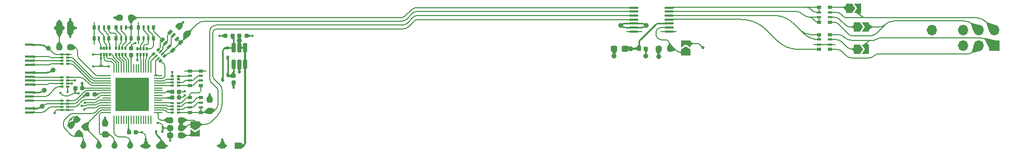
<source format=gbr>
%TF.GenerationSoftware,KiCad,Pcbnew,8.0.7*%
%TF.CreationDate,2025-01-15T17:23:36+01:00*%
%TF.ProjectId,n64rgb_v3.prod,6e363472-6762-45f7-9633-2e70726f642e,20241213.p*%
%TF.SameCoordinates,Original*%
%TF.FileFunction,Copper,L1,Top*%
%TF.FilePolarity,Positive*%
%FSLAX46Y46*%
G04 Gerber Fmt 4.6, Leading zero omitted, Abs format (unit mm)*
G04 Created by KiCad (PCBNEW 8.0.7) date 2025-01-15 17:23:36*
%MOMM*%
%LPD*%
G01*
G04 APERTURE LIST*
G04 Aperture macros list*
%AMRoundRect*
0 Rectangle with rounded corners*
0 $1 Rounding radius*
0 $2 $3 $4 $5 $6 $7 $8 $9 X,Y pos of 4 corners*
0 Add a 4 corners polygon primitive as box body*
4,1,4,$2,$3,$4,$5,$6,$7,$8,$9,$2,$3,0*
0 Add four circle primitives for the rounded corners*
1,1,$1+$1,$2,$3*
1,1,$1+$1,$4,$5*
1,1,$1+$1,$6,$7*
1,1,$1+$1,$8,$9*
0 Add four rect primitives between the rounded corners*
20,1,$1+$1,$2,$3,$4,$5,0*
20,1,$1+$1,$4,$5,$6,$7,0*
20,1,$1+$1,$6,$7,$8,$9,0*
20,1,$1+$1,$8,$9,$2,$3,0*%
%AMRotRect*
0 Rectangle, with rotation*
0 The origin of the aperture is its center*
0 $1 length*
0 $2 width*
0 $3 Rotation angle, in degrees counterclockwise*
0 Add horizontal line*
21,1,$1,$2,0,0,$3*%
%AMFreePoly0*
4,1,6,1.000000,0.000000,0.500000,-0.750000,-0.500000,-0.750000,-0.500000,0.750000,0.500000,0.750000,1.000000,0.000000,1.000000,0.000000,$1*%
%AMFreePoly1*
4,1,6,0.500000,-0.750000,-0.650000,-0.750000,-0.150000,0.000000,-0.650000,0.750000,0.500000,0.750000,0.500000,-0.750000,0.500000,-0.750000,$1*%
G04 Aperture macros list end*
%TA.AperFunction,Conductor*%
%ADD10C,0.200000*%
%TD*%
%TA.AperFunction,Conductor*%
%ADD11C,0.152000*%
%TD*%
%TA.AperFunction,NonConductor*%
%ADD12C,0.200000*%
%TD*%
%TA.AperFunction,SMDPad,CuDef*%
%ADD13RoundRect,0.237500X-0.344715X0.008839X0.008839X-0.344715X0.344715X-0.008839X-0.008839X0.344715X0*%
%TD*%
%TA.AperFunction,SMDPad,CuDef*%
%ADD14C,1.000000*%
%TD*%
%TA.AperFunction,SMDPad,CuDef*%
%ADD15RoundRect,0.155000X0.155000X-0.212500X0.155000X0.212500X-0.155000X0.212500X-0.155000X-0.212500X0*%
%TD*%
%TA.AperFunction,SMDPad,CuDef*%
%ADD16RoundRect,0.155000X-0.212500X-0.155000X0.212500X-0.155000X0.212500X0.155000X-0.212500X0.155000X0*%
%TD*%
%TA.AperFunction,SMDPad,CuDef*%
%ADD17FreePoly0,0.000000*%
%TD*%
%TA.AperFunction,SMDPad,CuDef*%
%ADD18FreePoly1,0.000000*%
%TD*%
%TA.AperFunction,SMDPad,CuDef*%
%ADD19R,0.400000X0.500000*%
%TD*%
%TA.AperFunction,SMDPad,CuDef*%
%ADD20R,0.300000X0.500000*%
%TD*%
%TA.AperFunction,SMDPad,CuDef*%
%ADD21R,0.800000X0.500000*%
%TD*%
%TA.AperFunction,SMDPad,CuDef*%
%ADD22R,0.800000X0.400000*%
%TD*%
%TA.AperFunction,SMDPad,CuDef*%
%ADD23RoundRect,0.250000X-0.250000X-0.750000X0.250000X-0.750000X0.250000X0.750000X-0.250000X0.750000X0*%
%TD*%
%TA.AperFunction,SMDPad,CuDef*%
%ADD24RoundRect,0.155000X0.212500X0.155000X-0.212500X0.155000X-0.212500X-0.155000X0.212500X-0.155000X0*%
%TD*%
%TA.AperFunction,SMDPad,CuDef*%
%ADD25RoundRect,0.237500X0.344715X-0.008839X-0.008839X0.344715X-0.344715X0.008839X0.008839X-0.344715X0*%
%TD*%
%TA.AperFunction,SMDPad,CuDef*%
%ADD26RoundRect,0.100000X-0.637500X-0.100000X0.637500X-0.100000X0.637500X0.100000X-0.637500X0.100000X0*%
%TD*%
%TA.AperFunction,SMDPad,CuDef*%
%ADD27RoundRect,0.237500X0.237500X-0.250000X0.237500X0.250000X-0.237500X0.250000X-0.237500X-0.250000X0*%
%TD*%
%TA.AperFunction,SMDPad,CuDef*%
%ADD28RoundRect,0.237500X-0.250000X-0.237500X0.250000X-0.237500X0.250000X0.237500X-0.250000X0.237500X0*%
%TD*%
%TA.AperFunction,SMDPad,CuDef*%
%ADD29R,0.500000X0.400000*%
%TD*%
%TA.AperFunction,SMDPad,CuDef*%
%ADD30R,0.500000X0.300000*%
%TD*%
%TA.AperFunction,SMDPad,CuDef*%
%ADD31RotRect,0.800000X0.500000X45.000000*%
%TD*%
%TA.AperFunction,SMDPad,CuDef*%
%ADD32RotRect,0.800000X0.400000X45.000000*%
%TD*%
%TA.AperFunction,SMDPad,CuDef*%
%ADD33R,0.500000X0.800000*%
%TD*%
%TA.AperFunction,SMDPad,CuDef*%
%ADD34R,0.400000X0.800000*%
%TD*%
%TA.AperFunction,SMDPad,CuDef*%
%ADD35R,1.346200X0.228600*%
%TD*%
%TA.AperFunction,SMDPad,CuDef*%
%ADD36R,0.228600X1.346200*%
%TD*%
%TA.AperFunction,SMDPad,CuDef*%
%ADD37R,5.511800X5.511800*%
%TD*%
%TA.AperFunction,SMDPad,CuDef*%
%ADD38RoundRect,0.237500X0.300000X0.237500X-0.300000X0.237500X-0.300000X-0.237500X0.300000X-0.237500X0*%
%TD*%
%TA.AperFunction,SMDPad,CuDef*%
%ADD39FreePoly0,270.000000*%
%TD*%
%TA.AperFunction,SMDPad,CuDef*%
%ADD40FreePoly1,270.000000*%
%TD*%
%TA.AperFunction,SMDPad,CuDef*%
%ADD41RotRect,0.500000X0.400000X45.000000*%
%TD*%
%TA.AperFunction,SMDPad,CuDef*%
%ADD42RotRect,0.500000X0.300000X45.000000*%
%TD*%
%TA.AperFunction,SMDPad,CuDef*%
%ADD43R,1.000000X1.000000*%
%TD*%
%TA.AperFunction,SMDPad,CuDef*%
%ADD44RoundRect,0.237500X0.250000X0.237500X-0.250000X0.237500X-0.250000X-0.237500X0.250000X-0.237500X0*%
%TD*%
%TA.AperFunction,SMDPad,CuDef*%
%ADD45RoundRect,0.155000X-0.155000X0.212500X-0.155000X-0.212500X0.155000X-0.212500X0.155000X0.212500X0*%
%TD*%
%TA.AperFunction,SMDPad,CuDef*%
%ADD46RoundRect,0.237500X-0.237500X0.250000X-0.237500X-0.250000X0.237500X-0.250000X0.237500X0.250000X0*%
%TD*%
%TA.AperFunction,ComponentPad*%
%ADD47R,1.700000X1.700000*%
%TD*%
%TA.AperFunction,ComponentPad*%
%ADD48O,1.700000X1.700000*%
%TD*%
%TA.AperFunction,SMDPad,CuDef*%
%ADD49FreePoly0,90.000000*%
%TD*%
%TA.AperFunction,SMDPad,CuDef*%
%ADD50FreePoly1,90.000000*%
%TD*%
%TA.AperFunction,SMDPad,CuDef*%
%ADD51RoundRect,0.162500X0.162500X-0.617500X0.162500X0.617500X-0.162500X0.617500X-0.162500X-0.617500X0*%
%TD*%
%TA.AperFunction,ComponentPad*%
%ADD52C,0.450000*%
%TD*%
%TA.AperFunction,SMDPad,CuDef*%
%ADD53R,1.350000X0.450000*%
%TD*%
%TA.AperFunction,ViaPad*%
%ADD54C,0.400000*%
%TD*%
%TA.AperFunction,ViaPad*%
%ADD55C,0.500000*%
%TD*%
%TA.AperFunction,ViaPad*%
%ADD56C,0.800000*%
%TD*%
%TA.AperFunction,Conductor*%
%ADD57C,0.152400*%
%TD*%
%TA.AperFunction,Conductor*%
%ADD58C,0.250000*%
%TD*%
%TA.AperFunction,Conductor*%
%ADD59C,0.300000*%
%TD*%
%TA.AperFunction,Conductor*%
%ADD60C,0.203200*%
%TD*%
G04 APERTURE END LIST*
D10*
%TO.N,/R*%
X167044594Y-119094594D02*
X166444594Y-119094594D01*
X166444594Y-118944594D01*
X166844594Y-118694594D01*
X167044594Y-119094594D01*
%TA.AperFunction,Conductor*%
G36*
X167044594Y-119094594D02*
G01*
X166444594Y-119094594D01*
X166444594Y-118944594D01*
X166844594Y-118694594D01*
X167044594Y-119094594D01*
G37*
%TD.AperFunction*%
%TO.N,Net-(JP11-A)*%
X164994594Y-120144594D02*
X164494594Y-119644594D01*
X164994594Y-119244594D01*
X164994594Y-120144594D01*
%TA.AperFunction,Conductor*%
G36*
X164994594Y-120144594D02*
G01*
X164494594Y-119644594D01*
X164994594Y-119244594D01*
X164994594Y-120144594D01*
G37*
%TD.AperFunction*%
%TO.N,unconnected-(U2-n.c.-Pad7)*%
X127782000Y-116763800D02*
X130282000Y-116763800D01*
%TO.N,/B*%
X167744594Y-116044594D02*
X167044594Y-116544594D01*
X167044594Y-115544594D01*
X167744594Y-116044594D01*
%TA.AperFunction,Conductor*%
G36*
X167744594Y-116044594D02*
G01*
X167044594Y-116544594D01*
X167044594Y-115544594D01*
X167744594Y-116044594D01*
G37*
%TD.AperFunction*%
D11*
%TO.N,Net-(JP9-B)*%
X56650000Y-133750000D02*
X56960000Y-133470000D01*
D10*
%TO.N,/Fil.byp.*%
X137000000Y-120540000D02*
X136540000Y-120140000D01*
X137000000Y-119710000D01*
X137000000Y-120540000D01*
%TA.AperFunction,Conductor*%
G36*
X137000000Y-120540000D02*
G01*
X136540000Y-120140000D01*
X137000000Y-119710000D01*
X137000000Y-120540000D01*
G37*
%TD.AperFunction*%
%TO.N,VCC*%
X138500000Y-118720000D02*
X138040000Y-119040000D01*
X138040000Y-118370000D01*
X138500000Y-118720000D01*
%TA.AperFunction,Conductor*%
G36*
X138500000Y-118720000D02*
G01*
X138040000Y-119040000D01*
X138040000Y-118370000D01*
X138500000Y-118720000D01*
G37*
%TD.AperFunction*%
%TO.N,Net-(JP13-A)*%
X163744594Y-113544594D02*
X163094594Y-112844594D01*
X163744594Y-112444594D01*
X163744594Y-113544594D01*
%TA.AperFunction,Conductor*%
G36*
X163744594Y-113544594D02*
G01*
X163094594Y-112844594D01*
X163744594Y-112444594D01*
X163744594Y-113544594D01*
G37*
%TD.AperFunction*%
%TO.N,Net-(JP12-A)*%
X164994594Y-116494594D02*
X164544594Y-116044594D01*
X164994594Y-115544594D01*
X164994594Y-116494594D01*
%TA.AperFunction,Conductor*%
G36*
X164994594Y-116494594D02*
G01*
X164544594Y-116044594D01*
X164994594Y-115544594D01*
X164994594Y-116494594D01*
G37*
%TD.AperFunction*%
%TO.N,unconnected-(U2-n.c.-Pad8)*%
X133370000Y-116789200D02*
X135870000Y-116789200D01*
D12*
X158244594Y-118894594D02*
X161694594Y-118894594D01*
D10*
%TO.N,/G*%
X165694594Y-113994594D02*
X165144594Y-113644594D01*
X165144594Y-113494594D01*
X165844594Y-113494594D01*
X165694594Y-113994594D01*
%TA.AperFunction,Conductor*%
G36*
X165694594Y-113994594D02*
G01*
X165144594Y-113644594D01*
X165144594Y-113494594D01*
X165844594Y-113494594D01*
X165694594Y-113994594D01*
G37*
%TD.AperFunction*%
%TD*%
D13*
%TO.P,R2,1*%
%TO.N,VDD*%
X38374765Y-131064765D03*
%TO.P,R2,2*%
%TO.N,TDI*%
X39665235Y-132355235D03*
%TD*%
D14*
%TO.P,J6,1,Pin_1*%
%TO.N,TMS*%
X39410000Y-135440000D03*
%TD*%
D15*
%TO.P,C6,1*%
%TO.N,VDD*%
X47190000Y-120597500D03*
%TO.P,C6,2*%
%TO.N,GND*%
X47190000Y-119462500D03*
%TD*%
D16*
%TO.P,C4,1*%
%TO.N,VDD*%
X46832500Y-133220000D03*
%TO.P,C4,2*%
%TO.N,GND*%
X47967500Y-133220000D03*
%TD*%
D17*
%TO.P,JP12,1,A*%
%TO.N,Net-(JP12-A)*%
X165269594Y-116044594D03*
D18*
%TO.P,JP12,2,B*%
%TO.N,/B*%
X166719594Y-116044594D03*
%TD*%
D19*
%TO.P,RN4,1,R1.1*%
%TO.N,GND*%
X42230000Y-120520000D03*
D20*
%TO.P,RN4,2,R2.1*%
%TO.N,G0*%
X42730000Y-120520000D03*
%TO.P,RN4,3,R3.1*%
%TO.N,G1*%
X43230000Y-120520000D03*
D19*
%TO.P,RN4,4,R4.1*%
%TO.N,G2*%
X43730000Y-120520000D03*
%TO.P,RN4,5,R4.2*%
%TO.N,Net-(RN10-R3.2)*%
X43730000Y-119520000D03*
D20*
%TO.P,RN4,6,R3.2*%
%TO.N,Net-(RN10-R2.2)*%
X43230000Y-119520000D03*
%TO.P,RN4,7,R2.2*%
%TO.N,Net-(RN10-R2.1)*%
X42730000Y-119520000D03*
D19*
%TO.P,RN4,8,R1.2*%
X42230000Y-119520000D03*
%TD*%
D17*
%TO.P,JP11,1,A*%
%TO.N,Net-(JP11-A)*%
X165269594Y-119644594D03*
D18*
%TO.P,JP11,2,B*%
%TO.N,/R*%
X166719594Y-119644594D03*
%TD*%
D21*
%TO.P,RN16,1,R1.1*%
%TO.N,/R'*%
X159094594Y-117294594D03*
D22*
%TO.P,RN16,2,R2.1*%
X159094594Y-118094594D03*
%TO.P,RN16,3,R3.1*%
%TO.N,unconnected-(RN16-R3.1-Pad3)*%
X159094594Y-118894594D03*
D21*
%TO.P,RN16,4,R4.1*%
%TO.N,/S'*%
X159094594Y-119694594D03*
%TO.P,RN16,5,R4.2*%
%TO.N,/S*%
X160894594Y-119694594D03*
D22*
%TO.P,RN16,6,R3.2*%
%TO.N,unconnected-(RN16-R3.2-Pad6)*%
X160894594Y-118894594D03*
%TO.P,RN16,7,R2.2*%
%TO.N,Net-(JP11-A)*%
X160894594Y-118094594D03*
D21*
%TO.P,RN16,8,R1.2*%
%TO.N,/R*%
X160894594Y-117294594D03*
%TD*%
%TO.P,RN15,1,R1.1*%
%TO.N,Net-(RN14-R4.2)*%
X56700000Y-127580000D03*
D22*
%TO.P,RN15,2,R2.1*%
%TO.N,Net-(RN15-R1.2)*%
X56700000Y-128380000D03*
%TO.P,RN15,3,R3.1*%
%TO.N,Net-(RN15-R2.2)*%
X56700000Y-129180000D03*
D21*
%TO.P,RN15,4,R4.1*%
%TO.N,/R_dac*%
X56700000Y-129980000D03*
%TO.P,RN15,5,R4.2*%
X58500000Y-129980000D03*
D22*
%TO.P,RN15,6,R3.2*%
X58500000Y-129180000D03*
%TO.P,RN15,7,R2.2*%
%TO.N,Net-(RN15-R2.2)*%
X58500000Y-128380000D03*
D21*
%TO.P,RN15,8,R1.2*%
%TO.N,Net-(RN15-R1.2)*%
X58500000Y-127580000D03*
%TD*%
D23*
%TO.P,J8,1,Pin_1*%
%TO.N,GND*%
X37250000Y-116190000D03*
%TD*%
%TO.P,J7,1,Pin_1*%
%TO.N,/nViDeBlur_i*%
X35470000Y-116190000D03*
%TD*%
D24*
%TO.P,C3,1*%
%TO.N,VDD*%
X39227500Y-126000000D03*
%TO.P,C3,2*%
%TO.N,GND*%
X38092500Y-126000000D03*
%TD*%
D14*
%TO.P,J2,1,Pin_1*%
%TO.N,GND*%
X49570000Y-135440000D03*
%TD*%
D25*
%TO.P,R6,1*%
%TO.N,/B_dac*%
X56235235Y-117255235D03*
%TO.P,R6,2*%
%TO.N,GND*%
X54944765Y-115964765D03*
%TD*%
D24*
%TO.P,C10,1*%
%TO.N,VCCINT*%
X63667500Y-117470000D03*
%TO.P,C10,2*%
%TO.N,GND*%
X62532500Y-117470000D03*
%TD*%
D26*
%TO.P,U2,1,Ch1.in*%
%TO.N,/G_dac*%
X128963500Y-112858000D03*
%TO.P,U2,2,Ch2.in*%
%TO.N,/B_dac*%
X128963500Y-113508000D03*
%TO.P,U2,3,Ch3.in*%
%TO.N,/R_dac*%
X128963500Y-114158000D03*
%TO.P,U2,4,Ch4.in*%
%TO.N,/S_dac*%
X128963500Y-114808000D03*
%TO.P,U2,5,GND*%
%TO.N,GND*%
X128963500Y-115458000D03*
%TO.P,U2,6,Disable*%
X128963500Y-116108000D03*
%TO.P,U2,7,n.c.*%
%TO.N,unconnected-(U2-n.c.-Pad7)*%
X128963500Y-116758000D03*
%TO.P,U2,8,n.c.*%
%TO.N,unconnected-(U2-n.c.-Pad8)*%
X134688500Y-116758000D03*
%TO.P,U2,9,Fil.byp.*%
%TO.N,/Fil.byp.*%
X134688500Y-116108000D03*
%TO.P,U2,10,Vcc*%
%TO.N,VCC*%
X134688500Y-115458000D03*
%TO.P,U2,11,Ch4.out*%
%TO.N,/S'*%
X134688500Y-114808000D03*
%TO.P,U2,12,Ch3.out*%
%TO.N,/R'*%
X134688500Y-114158000D03*
%TO.P,U2,13,Ch2.out*%
%TO.N,/B'*%
X134688500Y-113508000D03*
%TO.P,U2,14,Ch1.out*%
%TO.N,/G'*%
X134688500Y-112858000D03*
%TD*%
D27*
%TO.P,R7,1*%
%TO.N,/R_dac*%
X59950000Y-129712500D03*
%TO.P,R7,2*%
%TO.N,GND*%
X59950000Y-127887500D03*
%TD*%
D28*
%TO.P,R11,1*%
%TO.N,GND*%
X133021700Y-119583200D03*
%TO.P,R11,2*%
%TO.N,/Fil.byp.*%
X134846700Y-119583200D03*
%TD*%
D29*
%TO.P,RN9,1,R1.1*%
%TO.N,R3*%
X53900000Y-128490000D03*
D30*
%TO.P,RN9,2,R2.1*%
%TO.N,R4*%
X53900000Y-128990000D03*
%TO.P,RN9,3,R3.1*%
%TO.N,R5*%
X53900000Y-129490000D03*
D29*
%TO.P,RN9,4,R4.1*%
%TO.N,R6*%
X53900000Y-129990000D03*
%TO.P,RN9,5,R4.2*%
%TO.N,/R_dac*%
X54900000Y-129990000D03*
D30*
%TO.P,RN9,6,R3.2*%
%TO.N,Net-(RN15-R2.2)*%
X54900000Y-129490000D03*
%TO.P,RN9,7,R2.2*%
%TO.N,Net-(RN15-R1.2)*%
X54900000Y-128990000D03*
D29*
%TO.P,RN9,8,R1.2*%
%TO.N,Net-(RN14-R4.2)*%
X54900000Y-128490000D03*
%TD*%
D31*
%TO.P,RN13,1,R1.1*%
%TO.N,Net-(RN12-R4.2)*%
X52225076Y-118127868D03*
D32*
%TO.P,RN13,2,R2.1*%
%TO.N,Net-(RN13-R1.2)*%
X52790761Y-118693553D03*
%TO.P,RN13,3,R3.1*%
%TO.N,Net-(RN13-R2.2)*%
X53356447Y-119259239D03*
D31*
%TO.P,RN13,4,R4.1*%
%TO.N,/B_dac*%
X53922132Y-119824924D03*
%TO.P,RN13,5,R4.2*%
X55194924Y-118552132D03*
D32*
%TO.P,RN13,6,R3.2*%
X54629239Y-117986447D03*
%TO.P,RN13,7,R2.2*%
%TO.N,Net-(RN13-R2.2)*%
X54063553Y-117420761D03*
D31*
%TO.P,RN13,8,R1.2*%
%TO.N,Net-(RN13-R1.2)*%
X53497868Y-116855076D03*
%TD*%
D33*
%TO.P,RN11,1,R1.1*%
%TO.N,Net-(RN10-R4.2)*%
X44750000Y-117900000D03*
D34*
%TO.P,RN11,2,R2.1*%
%TO.N,Net-(RN11-R1.2)*%
X45550000Y-117900000D03*
%TO.P,RN11,3,R3.1*%
%TO.N,Net-(RN11-R2.2)*%
X46350000Y-117900000D03*
D33*
%TO.P,RN11,4,R4.1*%
%TO.N,/G_dac*%
X47150000Y-117900000D03*
%TO.P,RN11,5,R4.2*%
X47150000Y-116100000D03*
D34*
%TO.P,RN11,6,R3.2*%
X46350000Y-116100000D03*
%TO.P,RN11,7,R2.2*%
%TO.N,Net-(RN11-R2.2)*%
X45550000Y-116100000D03*
D33*
%TO.P,RN11,8,R1.2*%
%TO.N,Net-(RN11-R1.2)*%
X44750000Y-116100000D03*
%TD*%
D14*
%TO.P,J3,1,Pin_1*%
%TO.N,TCK*%
X44490000Y-135440000D03*
%TD*%
D16*
%TO.P,C5,1*%
%TO.N,VDD*%
X53832500Y-127530000D03*
%TO.P,C5,2*%
%TO.N,GND*%
X54967500Y-127530000D03*
%TD*%
D14*
%TO.P,J5,1,Pin_1*%
%TO.N,TDI*%
X41950000Y-135440000D03*
%TD*%
D35*
%TO.P,U1,1,DIFFIO_L1n*%
%TO.N,nViDeBlur*%
X43200000Y-124000002D03*
%TO.P,U1,2,IO*%
%TO.N,D0*%
X43200000Y-124400001D03*
%TO.P,U1,3,DIFFIO_L2p*%
%TO.N,D1*%
X43200000Y-124800000D03*
%TO.P,U1,4,DIFFIO_L2n*%
%TO.N,D2*%
X43200000Y-125200002D03*
%TO.P,U1,5,IO*%
%TO.N,D3*%
X43200000Y-125600001D03*
%TO.P,U1,6,VCCIO1*%
%TO.N,VDD*%
X43200000Y-126000000D03*
%TO.P,U1,7,IO/CLK0*%
%TO.N,#DSYNC*%
X43200000Y-126400002D03*
%TO.P,U1,8,VCCINT*%
%TO.N,VCCINT*%
X43200000Y-126800001D03*
%TO.P,U1,9,IO/CLK1*%
%TO.N,VCLK*%
X43200000Y-127200001D03*
%TO.P,U1,10,IO*%
%TO.N,unconnected-(U1-IO-Pad10)*%
X43200000Y-127600000D03*
%TO.P,U1,11,IO*%
%TO.N,D4*%
X43200000Y-128000002D03*
%TO.P,U1,12,IO*%
%TO.N,D5*%
X43200000Y-128400001D03*
%TO.P,U1,13,IO*%
%TO.N,D6*%
X43200000Y-128800000D03*
%TO.P,U1,14,TMS*%
%TO.N,TMS*%
X43200000Y-129200002D03*
%TO.P,U1,15,TDI*%
%TO.N,TDI*%
X43200000Y-129600001D03*
%TO.P,U1,16,TCK*%
%TO.N,TCK*%
X43200000Y-130000000D03*
D36*
%TO.P,U1,17,TDO*%
%TO.N,TDO*%
X44378301Y-131178301D03*
%TO.P,U1,18,DIFFIO_B1p*%
%TO.N,unconnected-(U1-DIFFIO_B1p-Pad18)*%
X44778300Y-131178301D03*
%TO.P,U1,19,DIFFIO_B1n*%
%TO.N,unconnected-(U1-DIFFIO_B1n-Pad19)*%
X45178299Y-131178301D03*
%TO.P,U1,20,DIFFIO_B2p*%
%TO.N,unconnected-(U1-DIFFIO_B2p-Pad20)*%
X45578301Y-131178301D03*
%TO.P,U1,21,DIFFIO_B2n*%
%TO.N,unconnected-(U1-DIFFIO_B2n-Pad21)*%
X45978300Y-131178301D03*
%TO.P,U1,22,DIFFIO_B3p*%
%TO.N,unconnected-(U1-DIFFIO_B3p-Pad22)*%
X46378299Y-131178301D03*
%TO.P,U1,23,VCCIO1*%
%TO.N,VDD*%
X46778301Y-131178301D03*
%TO.P,U1,24,DIFFIO_B3n*%
%TO.N,unconnected-(U1-DIFFIO_B3n-Pad24)*%
X47178300Y-131178301D03*
%TO.P,U1,25,IO*%
%TO.N,unconnected-(U1-IO-Pad25)*%
X47578300Y-131178301D03*
%TO.P,U1,26,DIFFIO_B4p*%
%TO.N,unconnected-(U1-DIFFIO_B4p-Pad26)*%
X47978299Y-131178301D03*
%TO.P,U1,27,DIFFIO_B4n*%
%TO.N,unconnected-(U1-DIFFIO_B4n-Pad27)*%
X48378301Y-131178301D03*
%TO.P,U1,28,DIFFIO_B5p*%
%TO.N,unconnected-(U1-DIFFIO_B5p-Pad28)*%
X48778300Y-131178301D03*
%TO.P,U1,29,DIFFIO_B5n*%
%TO.N,unconnected-(U1-DIFFIO_B5n-Pad29)*%
X49178299Y-131178301D03*
%TO.P,U1,30,DIFFIO_B6p*%
%TO.N,unconnected-(U1-DIFFIO_B6p-Pad30)*%
X49578301Y-131178301D03*
%TO.P,U1,31,DIFFIO_B6n*%
%TO.N,unconnected-(U1-DIFFIO_B6n-Pad31)*%
X49978300Y-131178301D03*
%TO.P,U1,32,DIFFIO_B7p*%
%TO.N,unconnected-(U1-DIFFIO_B7p-Pad32)*%
X50378299Y-131178301D03*
D35*
%TO.P,U1,33,DIFFIO_B7n*%
%TO.N,CSYNC_o*%
X51556600Y-130000000D03*
%TO.P,U1,34,DIFFIO_R4n*%
%TO.N,R6*%
X51556600Y-129600001D03*
%TO.P,U1,35,DIFFIO_R4p*%
%TO.N,R5*%
X51556600Y-129200002D03*
%TO.P,U1,36,DIFFIO_R3n*%
%TO.N,R4*%
X51556600Y-128800000D03*
%TO.P,U1,37,DIFFIO_R3p*%
%TO.N,R3*%
X51556600Y-128400001D03*
%TO.P,U1,38,IO*%
%TO.N,unconnected-(U1-IO-Pad38)*%
X51556600Y-128000002D03*
%TO.P,U1,39,VCCIO2*%
%TO.N,VDD*%
X51556600Y-127600000D03*
%TO.P,U1,40,IO/CLK2*%
%TO.N,unconnected-(U1-IO{slash}CLK2-Pad40)*%
X51556600Y-127200001D03*
%TO.P,U1,41,VCCINT*%
%TO.N,VCCINT*%
X51556600Y-126800001D03*
%TO.P,U1,42,IO/CLK3*%
%TO.N,unconnected-(U1-IO{slash}CLK3-Pad42)*%
X51556600Y-126400002D03*
%TO.P,U1,43,DIFFIO_R2n*%
%TO.N,unconnected-(U1-DIFFIO_R2n-Pad43)*%
X51556600Y-126000000D03*
%TO.P,U1,44,DIFFIO_R2p*%
%TO.N,R2*%
X51556600Y-125600001D03*
%TO.P,U1,45,IO*%
%TO.N,R1*%
X51556600Y-125200002D03*
%TO.P,U1,46,DIFFIO_R1n*%
%TO.N,R0*%
X51556600Y-124800000D03*
%TO.P,U1,47,DIFFIO_R1p*%
%TO.N,B6*%
X51556600Y-124400001D03*
%TO.P,U1,48,IO*%
%TO.N,B5*%
X51556600Y-124000002D03*
D36*
%TO.P,U1,49,DIFFIO_T6n*%
%TO.N,B4*%
X50378299Y-122821701D03*
%TO.P,U1,50,DIFFIO_T6p*%
%TO.N,B3*%
X49978300Y-122821701D03*
%TO.P,U1,51,IO*%
%TO.N,B2*%
X49578301Y-122821701D03*
%TO.P,U1,52,DIFFIO_T5n*%
%TO.N,B1*%
X49178299Y-122821701D03*
%TO.P,U1,53,DIFFIO_T5p*%
%TO.N,B0*%
X48778300Y-122821701D03*
%TO.P,U1,54,DIFFIO_T4n*%
%TO.N,unconnected-(U1-DIFFIO_T4n-Pad54)*%
X48378301Y-122821701D03*
%TO.P,U1,55,DIFFIO_T4p*%
%TO.N,unconnected-(U1-DIFFIO_T4p-Pad55)*%
X47978299Y-122821701D03*
%TO.P,U1,56,DIFFIO_T3n*%
%TO.N,unconnected-(U1-DIFFIO_T3n-Pad56)*%
X47578300Y-122821701D03*
%TO.P,U1,57,VCCIO2*%
%TO.N,VDD*%
X47178300Y-122821701D03*
%TO.P,U1,58,DIFFIO_T3p*%
%TO.N,G6*%
X46778301Y-122821701D03*
%TO.P,U1,59,DIFFIO_T2n*%
%TO.N,G5*%
X46378299Y-122821701D03*
%TO.P,U1,60,DIFFIO_T2p*%
%TO.N,G4*%
X45978300Y-122821701D03*
%TO.P,U1,61,DIFFIO_T1n*%
%TO.N,G3*%
X45578301Y-122821701D03*
%TO.P,U1,62,IO*%
%TO.N,G2*%
X45178299Y-122821701D03*
%TO.P,U1,63,DIFFIO_T1p*%
%TO.N,G1*%
X44778300Y-122821701D03*
%TO.P,U1,64,DIFFIO_L1p*%
%TO.N,G0*%
X44378301Y-122821701D03*
D37*
%TO.P,U1,EPAD,GROUND*%
%TO.N,GND*%
X47378300Y-127000001D03*
%TD*%
D38*
%TO.P,C7,1*%
%TO.N,VCC*%
X127481500Y-119557800D03*
%TO.P,C7,2*%
%TO.N,GND*%
X125756500Y-119557800D03*
%TD*%
D39*
%TO.P,JP9,1,A*%
%TO.N,/S_dac*%
X57590000Y-131955001D03*
D40*
%TO.P,JP9,2,B*%
%TO.N,Net-(JP9-B)*%
X57590000Y-133404999D03*
%TD*%
D29*
%TO.P,RN2,1,R1.1*%
%TO.N,/D3_i*%
X35875000Y-124250000D03*
D30*
%TO.P,RN2,2,R2.1*%
%TO.N,/D4_i*%
X35875000Y-124750000D03*
%TO.P,RN2,3,R3.1*%
%TO.N,/D5_i*%
X35875000Y-125250000D03*
D29*
%TO.P,RN2,4,R4.1*%
%TO.N,/D6_i*%
X35875000Y-125750000D03*
%TO.P,RN2,5,R4.2*%
%TO.N,D6*%
X36875000Y-125750000D03*
D30*
%TO.P,RN2,6,R3.2*%
%TO.N,D5*%
X36875000Y-125250000D03*
%TO.P,RN2,7,R2.2*%
%TO.N,D4*%
X36875000Y-124750000D03*
D29*
%TO.P,RN2,8,R1.2*%
%TO.N,D3*%
X36875000Y-124250000D03*
%TD*%
D24*
%TO.P,C1,1*%
%TO.N,VCCINT*%
X41205000Y-127080000D03*
%TO.P,C1,2*%
%TO.N,GND*%
X40070000Y-127080000D03*
%TD*%
D28*
%TO.P,R4,1*%
%TO.N,/nViDeBlur_i*%
X35465000Y-119350000D03*
%TO.P,R4,2*%
%TO.N,nViDeBlur*%
X37290000Y-119350000D03*
%TD*%
D29*
%TO.P,RN3,1,R1.1*%
%TO.N,/nDSYNC_i*%
X35875000Y-128050000D03*
D30*
%TO.P,RN3,2,R2.1*%
%TO.N,GND*%
X35875000Y-128550000D03*
%TO.P,RN3,3,R3.1*%
%TO.N,/VCLK_i*%
X35875000Y-129050000D03*
D29*
%TO.P,RN3,4,R4.1*%
%TO.N,GND*%
X35875000Y-129550000D03*
%TO.P,RN3,5,R4.2*%
X36875000Y-129550000D03*
D30*
%TO.P,RN3,6,R3.2*%
%TO.N,VCLK*%
X36875000Y-129050000D03*
%TO.P,RN3,7,R2.2*%
%TO.N,GND*%
X36875000Y-128550000D03*
D29*
%TO.P,RN3,8,R1.2*%
%TO.N,#DSYNC*%
X36875000Y-128050000D03*
%TD*%
D41*
%TO.P,RN7,1,R1.1*%
%TO.N,B3*%
X50856117Y-120453223D03*
D42*
%TO.P,RN7,2,R2.1*%
%TO.N,B4*%
X51209670Y-120806777D03*
%TO.P,RN7,3,R3.1*%
%TO.N,B5*%
X51563223Y-121160330D03*
D41*
%TO.P,RN7,4,R4.1*%
%TO.N,B6*%
X51916777Y-121513883D03*
%TO.P,RN7,5,R4.2*%
%TO.N,/B_dac*%
X52623883Y-120806777D03*
D42*
%TO.P,RN7,6,R3.2*%
%TO.N,Net-(RN13-R2.2)*%
X52270330Y-120453223D03*
%TO.P,RN7,7,R2.2*%
%TO.N,Net-(RN13-R1.2)*%
X51916777Y-120099670D03*
D41*
%TO.P,RN7,8,R1.2*%
%TO.N,Net-(RN12-R4.2)*%
X51563223Y-119746117D03*
%TD*%
D16*
%TO.P,C8,1*%
%TO.N,VCC*%
X129810700Y-119557800D03*
%TO.P,C8,2*%
%TO.N,GND*%
X130945700Y-119557800D03*
%TD*%
D33*
%TO.P,RN10,1,R1.1*%
%TO.N,Net-(RN10-R1.1)*%
X41140000Y-117910000D03*
D34*
%TO.P,RN10,2,R2.1*%
%TO.N,Net-(RN10-R2.1)*%
X41940000Y-117910000D03*
%TO.P,RN10,3,R3.1*%
%TO.N,Net-(RN10-R2.2)*%
X42740000Y-117910000D03*
D33*
%TO.P,RN10,4,R4.1*%
%TO.N,Net-(RN10-R3.2)*%
X43540000Y-117910000D03*
%TO.P,RN10,5,R4.2*%
%TO.N,Net-(RN10-R4.2)*%
X43540000Y-116110000D03*
D34*
%TO.P,RN10,6,R3.2*%
%TO.N,Net-(RN10-R3.2)*%
X42740000Y-116110000D03*
%TO.P,RN10,7,R2.2*%
%TO.N,Net-(RN10-R2.2)*%
X41940000Y-116110000D03*
D33*
%TO.P,RN10,8,R1.2*%
%TO.N,Net-(RN10-R1.1)*%
X41140000Y-116110000D03*
%TD*%
D14*
%TO.P,J4,1,Pin_1*%
%TO.N,TDO*%
X47030000Y-135440000D03*
%TD*%
D17*
%TO.P,JP13,1,A*%
%TO.N,Net-(JP13-A)*%
X164019594Y-112994594D03*
D18*
%TO.P,JP13,2,B*%
%TO.N,/G*%
X165469594Y-112994594D03*
%TD*%
D43*
%TO.P,J9,1,Pin_1*%
%TO.N,VCC*%
X64570000Y-135440000D03*
%TD*%
D44*
%TO.P,R10,1*%
%TO.N,Net-(JP9-B)*%
X55312500Y-133750000D03*
%TO.P,R10,2*%
%TO.N,GND*%
X53487500Y-133750000D03*
%TD*%
D29*
%TO.P,RN1,1,R1.1*%
%TO.N,GND*%
X35875000Y-120550000D03*
D30*
%TO.P,RN1,2,R2.1*%
%TO.N,/D0_i*%
X35875000Y-121050000D03*
%TO.P,RN1,3,R3.1*%
%TO.N,/D1_i*%
X35875000Y-121550000D03*
D29*
%TO.P,RN1,4,R4.1*%
%TO.N,/D2_i*%
X35875000Y-122050000D03*
%TO.P,RN1,5,R4.2*%
%TO.N,D2*%
X36875000Y-122050000D03*
D30*
%TO.P,RN1,6,R3.2*%
%TO.N,D1*%
X36875000Y-121550000D03*
%TO.P,RN1,7,R2.2*%
%TO.N,D0*%
X36875000Y-121050000D03*
D29*
%TO.P,RN1,8,R1.2*%
%TO.N,GND*%
X36875000Y-120550000D03*
%TD*%
D28*
%TO.P,R8,1*%
%TO.N,CSYNC_o*%
X53487500Y-131230000D03*
%TO.P,R8,2*%
%TO.N,/S_dac*%
X55312500Y-131230000D03*
%TD*%
D45*
%TO.P,C11,1*%
%TO.N,VDD*%
X63820000Y-123992500D03*
%TO.P,C11,2*%
%TO.N,GND*%
X63820000Y-125127500D03*
%TD*%
D29*
%TO.P,RN8,1,R1.1*%
%TO.N,GND*%
X53900000Y-124100000D03*
D30*
%TO.P,RN8,2,R2.1*%
%TO.N,R0*%
X53900000Y-124600000D03*
%TO.P,RN8,3,R3.1*%
%TO.N,R1*%
X53900000Y-125100000D03*
D29*
%TO.P,RN8,4,R4.1*%
%TO.N,R2*%
X53900000Y-125600000D03*
%TO.P,RN8,5,R4.2*%
%TO.N,Net-(RN14-R3.2)*%
X54900000Y-125600000D03*
D30*
%TO.P,RN8,6,R3.2*%
%TO.N,Net-(RN14-R2.2)*%
X54900000Y-125100000D03*
%TO.P,RN8,7,R2.2*%
%TO.N,Net-(RN14-R2.1)*%
X54900000Y-124600000D03*
D29*
%TO.P,RN8,8,R1.2*%
X54900000Y-124100000D03*
%TD*%
D13*
%TO.P,R3,1*%
%TO.N,VDD*%
X37384765Y-132084765D03*
%TO.P,R3,2*%
%TO.N,TMS*%
X38675235Y-133375235D03*
%TD*%
D19*
%TO.P,RN6,1,R1.1*%
%TO.N,GND*%
X48180000Y-120549999D03*
D20*
%TO.P,RN6,2,R2.1*%
%TO.N,B0*%
X48680000Y-120550000D03*
%TO.P,RN6,3,R3.1*%
%TO.N,B1*%
X49180000Y-120550000D03*
D19*
%TO.P,RN6,4,R4.1*%
%TO.N,B2*%
X49680000Y-120549999D03*
%TO.P,RN6,5,R4.2*%
%TO.N,Net-(RN12-R3.2)*%
X49680000Y-119550001D03*
D20*
%TO.P,RN6,6,R3.2*%
%TO.N,Net-(RN12-R2.2)*%
X49180000Y-119550000D03*
%TO.P,RN6,7,R2.2*%
%TO.N,Net-(RN12-R2.1)*%
X48680000Y-119550000D03*
D19*
%TO.P,RN6,8,R1.2*%
X48180000Y-119550001D03*
%TD*%
D46*
%TO.P,R1,1*%
%TO.N,GND*%
X42920000Y-131760000D03*
%TO.P,R1,2*%
%TO.N,TCK*%
X42920000Y-133585000D03*
%TD*%
D47*
%TO.P,X2,1,Red*%
%TO.N,/R*%
X187638594Y-119109394D03*
D48*
%TO.P,X2,2,Green*%
%TO.N,/G*%
X187638594Y-116569394D03*
%TO.P,X2,3,Sync*%
%TO.N,/S*%
X185098594Y-119109394D03*
%TO.P,X2,4,Blue*%
%TO.N,/B*%
X185098594Y-116569394D03*
%TO.P,X2,5,GND*%
%TO.N,GND*%
X182558594Y-119109394D03*
%TO.P,X2,6,GND*%
X182558594Y-116569394D03*
%TO.P,X2,10,5V*%
%TO.N,VCC*%
X177478594Y-116569394D03*
%TD*%
D33*
%TO.P,RN12,1,R1.1*%
%TO.N,Net-(RN12-R1.1)*%
X48400000Y-117880000D03*
D34*
%TO.P,RN12,2,R2.1*%
%TO.N,Net-(RN12-R2.1)*%
X49200000Y-117880000D03*
%TO.P,RN12,3,R3.1*%
%TO.N,Net-(RN12-R2.2)*%
X50000000Y-117880000D03*
D33*
%TO.P,RN12,4,R4.1*%
%TO.N,Net-(RN12-R3.2)*%
X50800000Y-117880000D03*
%TO.P,RN12,5,R4.2*%
%TO.N,Net-(RN12-R4.2)*%
X50800000Y-116080000D03*
D34*
%TO.P,RN12,6,R3.2*%
%TO.N,Net-(RN12-R3.2)*%
X50000000Y-116080000D03*
%TO.P,RN12,7,R2.2*%
%TO.N,Net-(RN12-R2.2)*%
X49200000Y-116080000D03*
D33*
%TO.P,RN12,8,R1.2*%
%TO.N,Net-(RN12-R1.1)*%
X48400000Y-116080000D03*
%TD*%
D21*
%TO.P,RN14,1,R1.1*%
%TO.N,Net-(RN14-R1.1)*%
X56750000Y-123190000D03*
D22*
%TO.P,RN14,2,R2.1*%
%TO.N,Net-(RN14-R2.1)*%
X56750000Y-123990000D03*
%TO.P,RN14,3,R3.1*%
%TO.N,Net-(RN14-R2.2)*%
X56750000Y-124790000D03*
D21*
%TO.P,RN14,4,R4.1*%
%TO.N,Net-(RN14-R3.2)*%
X56750000Y-125590000D03*
%TO.P,RN14,5,R4.2*%
%TO.N,Net-(RN14-R4.2)*%
X58550000Y-125590000D03*
D22*
%TO.P,RN14,6,R3.2*%
%TO.N,Net-(RN14-R3.2)*%
X58550000Y-124790000D03*
%TO.P,RN14,7,R2.2*%
%TO.N,Net-(RN14-R2.2)*%
X58550000Y-123990000D03*
D21*
%TO.P,RN14,8,R1.2*%
%TO.N,Net-(RN14-R1.1)*%
X58550000Y-123190000D03*
%TD*%
D43*
%TO.P,J1,1,Pin_1*%
%TO.N,VDD*%
X52110000Y-135440000D03*
%TD*%
D44*
%TO.P,R9,1*%
%TO.N,/S_dac*%
X55315000Y-132520000D03*
%TO.P,R9,2*%
%TO.N,GND*%
X53490000Y-132520000D03*
%TD*%
D49*
%TO.P,JP10,1,A*%
%TO.N,/Fil.byp.*%
X137464800Y-120155800D03*
D50*
%TO.P,JP10,2,B*%
%TO.N,VCC*%
X137464800Y-118705800D03*
%TD*%
D19*
%TO.P,RN5,1,R1.1*%
%TO.N,G3*%
X44750000Y-120520000D03*
D20*
%TO.P,RN5,2,R2.1*%
%TO.N,G4*%
X45250000Y-120520000D03*
%TO.P,RN5,3,R3.1*%
%TO.N,G5*%
X45750000Y-120520000D03*
D19*
%TO.P,RN5,4,R4.1*%
%TO.N,G6*%
X46250000Y-120520000D03*
%TO.P,RN5,5,R4.2*%
%TO.N,/G_dac*%
X46250000Y-119520000D03*
D20*
%TO.P,RN5,6,R3.2*%
%TO.N,Net-(RN11-R2.2)*%
X45750000Y-119520000D03*
%TO.P,RN5,7,R2.2*%
%TO.N,Net-(RN11-R1.2)*%
X45250000Y-119520000D03*
D19*
%TO.P,RN5,8,R1.2*%
%TO.N,Net-(RN10-R4.2)*%
X44750000Y-119520000D03*
%TD*%
D14*
%TO.P,J10,1,Pin_1*%
%TO.N,GND*%
X62030000Y-135440000D03*
%TD*%
D21*
%TO.P,RN17,1,R1.1*%
%TO.N,/G'*%
X159094594Y-112844594D03*
D22*
%TO.P,RN17,2,R2.1*%
X159094594Y-113644594D03*
%TO.P,RN17,3,R3.1*%
%TO.N,/B'*%
X159094594Y-114444594D03*
D21*
%TO.P,RN17,4,R4.1*%
X159094594Y-115244594D03*
%TO.P,RN17,5,R4.2*%
%TO.N,/B*%
X160894594Y-115244594D03*
D22*
%TO.P,RN17,6,R3.2*%
%TO.N,Net-(JP12-A)*%
X160894594Y-114444594D03*
%TO.P,RN17,7,R2.2*%
%TO.N,/G*%
X160894594Y-113644594D03*
D21*
%TO.P,RN17,8,R1.2*%
%TO.N,Net-(JP13-A)*%
X160894594Y-112844594D03*
%TD*%
D44*
%TO.P,R5,1*%
%TO.N,/G_dac*%
X47152500Y-114540000D03*
%TO.P,R5,2*%
%TO.N,GND*%
X45327500Y-114540000D03*
%TD*%
D16*
%TO.P,C2,1*%
%TO.N,VCCINT*%
X53832500Y-126580000D03*
%TO.P,C2,2*%
%TO.N,GND*%
X54967500Y-126580000D03*
%TD*%
D51*
%TO.P,U3,1,OUT2*%
%TO.N,VDD*%
X63822500Y-122140000D03*
%TO.P,U3,2,GND*%
%TO.N,GND*%
X64772500Y-122140000D03*
%TO.P,U3,3,EN2*%
%TO.N,VCC*%
X65722500Y-122140000D03*
%TO.P,U3,4,EN1*%
X65722500Y-119440000D03*
%TO.P,U3,5,IN*%
X64772500Y-119440000D03*
%TO.P,U3,6,OUT1*%
%TO.N,VCCINT*%
X63822500Y-119440000D03*
%TD*%
D16*
%TO.P,C9,1*%
%TO.N,VCC*%
X64802500Y-117470000D03*
%TO.P,C9,2*%
%TO.N,GND*%
X65937500Y-117470000D03*
%TD*%
D52*
%TO.P,X1,11,VCLK*%
%TO.N,/VCLK_i*%
X30030000Y-129972500D03*
X30705000Y-129972500D03*
D53*
X30705000Y-129972500D03*
D52*
%TO.P,X1,12,GND*%
%TO.N,GND*%
X30030000Y-129322500D03*
X30705000Y-129322500D03*
D53*
X30705000Y-129322500D03*
D52*
%TO.P,X1,14,nDSYNC*%
%TO.N,/nDSYNC_i*%
X30030000Y-128022500D03*
X30705000Y-128022500D03*
%TO.P,X1,15,D6*%
%TO.N,/D6_i*%
X30030000Y-127372500D03*
X30705000Y-127372500D03*
%TO.P,X1,16,GND*%
%TO.N,GND*%
X30030000Y-126722500D03*
X30705000Y-126722500D03*
D53*
X30705000Y-126722500D03*
D52*
%TO.P,X1,18,D5*%
%TO.N,/D5_i*%
X30030000Y-125422500D03*
X30705000Y-125422500D03*
D53*
X30705000Y-125422500D03*
D52*
%TO.P,X1,19,D4*%
%TO.N,/D4_i*%
X30030000Y-124772500D03*
X30705000Y-124772500D03*
D53*
X30705000Y-124772500D03*
D52*
%TO.P,X1,20,D3*%
%TO.N,/D3_i*%
X30030000Y-124122500D03*
X30705000Y-124122500D03*
D53*
X30705000Y-124122500D03*
D52*
%TO.P,X1,21,GND*%
%TO.N,GND*%
X30030000Y-123472500D03*
X30705000Y-123472500D03*
D53*
X30705000Y-123472500D03*
D52*
%TO.P,X1,23,D2*%
%TO.N,/D2_i*%
X30030000Y-122172500D03*
X30705000Y-122172500D03*
D53*
X30705000Y-122172500D03*
D52*
%TO.P,X1,24,D1*%
%TO.N,/D1_i*%
X30030000Y-121522500D03*
X30705000Y-121522500D03*
D53*
X30705000Y-121522500D03*
D52*
%TO.P,X1,25,D0*%
%TO.N,/D0_i*%
X30030000Y-120872500D03*
X30705000Y-120872500D03*
D53*
X30705000Y-120872500D03*
D52*
%TO.P,X1,28,GND*%
%TO.N,GND*%
X30030000Y-118922500D03*
X30705000Y-118922500D03*
D53*
X30705000Y-118922500D03*
%TO.P,X1,e*%
%TO.N,N/C*%
X30705000Y-127372500D03*
X30705000Y-128022500D03*
%TD*%
D54*
%TO.N,VDD*%
X39190000Y-125160000D03*
D55*
X62890000Y-123990000D03*
D54*
X51220000Y-133050000D03*
X37380000Y-131090000D03*
X47190000Y-120940000D03*
X46766200Y-132805905D03*
X53330000Y-127600000D03*
D55*
X62890000Y-120940000D03*
D56*
%TO.N,GND*%
X45690000Y-125300000D03*
X125760000Y-120750000D03*
X133020000Y-120840000D03*
D54*
X42920000Y-130840000D03*
X38180000Y-116190000D03*
D56*
X47390000Y-128650000D03*
D55*
X64780000Y-123440000D03*
D54*
X59950000Y-127000000D03*
X40970000Y-120520000D03*
D56*
X32700000Y-128980000D03*
D54*
X39500000Y-127410000D03*
X35640000Y-126780000D03*
D56*
X34490000Y-123060000D03*
D54*
X47830000Y-118670000D03*
X34720000Y-130060000D03*
D56*
X45700000Y-128660000D03*
D54*
X53900000Y-123370000D03*
D56*
X49040000Y-127030000D03*
X47350000Y-125300000D03*
D54*
X66900000Y-117470000D03*
X52270000Y-133160000D03*
X62030000Y-134390000D03*
D56*
X126810000Y-115790000D03*
D54*
X51470000Y-131670000D03*
D56*
X49000000Y-125310000D03*
X131010000Y-115790000D03*
X130940000Y-120790000D03*
D54*
X37250000Y-114750000D03*
X48970000Y-133240000D03*
X53490000Y-134580000D03*
X49580000Y-134400000D03*
X48190000Y-121490000D03*
X61600000Y-117470000D03*
X38590000Y-126840000D03*
X42230000Y-121080000D03*
D56*
X33050000Y-126380000D03*
D54*
X44440000Y-114540000D03*
X43540000Y-122460000D03*
X41000000Y-122460000D03*
X55610000Y-115300000D03*
D56*
X47378300Y-127000001D03*
X49040000Y-128650000D03*
D54*
X37250000Y-117610000D03*
D56*
X45710000Y-127000001D03*
D54*
X63820000Y-125950000D03*
D56*
X33700000Y-119540000D03*
D54*
X55910000Y-126560000D03*
X55890000Y-127190000D03*
D55*
%TO.N,VCC*%
X140208000Y-119380000D03*
D56*
X128447800Y-119557800D03*
X64790000Y-118200000D03*
D55*
%TO.N,VCCINT*%
X62040000Y-124760000D03*
D54*
X53300000Y-126570000D03*
X41610000Y-127080000D03*
D55*
X62800000Y-119440000D03*
D54*
%TO.N,D6*%
X36880000Y-126650000D03*
X39520000Y-129460000D03*
%TO.N,D5*%
X39100000Y-128910000D03*
X37500000Y-125250000D03*
%TO.N,D4*%
X38020000Y-124750000D03*
X39640000Y-128390000D03*
%TD*%
D57*
%TO.N,VDD*%
X37774644Y-130695355D02*
X37380000Y-131090000D01*
D58*
X63150000Y-123992500D02*
X62896035Y-123992500D01*
X52110000Y-135440000D02*
X53000000Y-135440000D01*
X51395822Y-133715822D02*
X51937654Y-134257668D01*
D57*
X53762500Y-127600000D02*
X53832500Y-127530000D01*
X37384765Y-132084765D02*
X37046569Y-131746569D01*
D58*
X51380000Y-133700000D02*
X51395822Y-133715822D01*
X63350000Y-123992500D02*
X63150000Y-123992500D01*
D57*
X51556600Y-127600000D02*
X53330000Y-127600000D01*
D58*
X63350000Y-123992500D02*
X63325195Y-123992500D01*
D57*
X53330000Y-127600000D02*
X53762500Y-127600000D01*
X46778301Y-131178301D02*
X46778301Y-133089153D01*
D58*
X51220000Y-133050000D02*
X51220000Y-133313726D01*
X62890000Y-120940000D02*
X62890000Y-123540000D01*
X63822500Y-122140000D02*
X63822500Y-123986465D01*
D57*
X37384765Y-132084765D02*
X38353551Y-131115979D01*
X37081924Y-131388076D02*
X37380000Y-131090000D01*
D58*
X63822500Y-123986465D02*
X63820000Y-123992500D01*
D57*
X47178300Y-122821701D02*
X47178300Y-120625746D01*
D58*
X63026118Y-123868618D02*
X63150000Y-123992500D01*
X51230000Y-135440000D02*
X52110000Y-135440000D01*
X62890000Y-123540000D02*
X62890000Y-123990000D01*
X39190000Y-125160000D02*
X39190000Y-125909467D01*
X63820000Y-123992500D02*
X63350000Y-123992500D01*
D57*
X43200000Y-126000000D02*
X39227500Y-126000000D01*
X38374765Y-131064765D02*
X38047782Y-130737782D01*
D58*
X52110000Y-135440000D02*
X52110000Y-134673755D01*
X62896035Y-123992500D02*
X62890000Y-123990000D01*
D57*
X46778301Y-133089153D02*
G75*
G03*
X46832486Y-133220014I184999J-47D01*
G01*
D58*
X51220000Y-133313726D02*
G75*
G03*
X51380008Y-133699992I546300J26D01*
G01*
X62890000Y-123540000D02*
G75*
G03*
X63026125Y-123868611I464700J0D01*
G01*
D57*
X37860000Y-130660000D02*
G75*
G03*
X37774647Y-130695358I0J-120700D01*
G01*
X38353551Y-131115979D02*
G75*
G03*
X38374729Y-131064765I-51251J51179D01*
G01*
D58*
X63325195Y-123992500D02*
G75*
G02*
X63026112Y-123868624I5J423000D01*
G01*
X51937654Y-134257668D02*
G75*
G02*
X52110044Y-134673755I-416054J-416132D01*
G01*
D57*
X37046569Y-131746569D02*
G75*
G02*
X36989989Y-131610000I136531J136569D01*
G01*
D58*
X39190000Y-125909467D02*
G75*
G03*
X39227490Y-126000010I128000J-33D01*
G01*
D57*
X36990000Y-131610000D02*
G75*
G02*
X37081934Y-131388086I313800J0D01*
G01*
X38047782Y-130737782D02*
G75*
G03*
X37860000Y-130660011I-187782J-187818D01*
G01*
%TO.N,GND*%
X38445771Y-128274228D02*
X38470000Y-128250000D01*
D10*
X37460000Y-127050000D02*
X37435061Y-127074939D01*
D57*
X34292807Y-120132807D02*
X33700000Y-119540000D01*
D10*
X53490000Y-132520000D02*
X52749705Y-132520000D01*
X49580000Y-133985426D02*
X49580000Y-134400000D01*
D58*
X30705000Y-126722500D02*
X32223132Y-126722500D01*
X128963500Y-115458000D02*
X127611518Y-115458000D01*
D57*
X36875000Y-120550000D02*
X37440000Y-120550000D01*
D10*
X47967500Y-133220000D02*
X48801300Y-133220000D01*
X42790000Y-122460000D02*
X43540000Y-122460000D01*
X42692132Y-122460000D02*
X42790000Y-122460000D01*
X55640000Y-127440000D02*
X55890000Y-127190000D01*
X48180000Y-120549999D02*
X48180000Y-121465858D01*
D57*
X36875000Y-120550000D02*
X35875000Y-120550000D01*
D10*
X62030000Y-135440000D02*
X62773800Y-135440000D01*
X49260000Y-133410000D02*
X49399387Y-133549387D01*
X45327500Y-114540000D02*
X44440000Y-114540000D01*
X65937500Y-117470000D02*
X66900000Y-117470000D01*
X42230000Y-120520000D02*
X42230000Y-121080000D01*
X42160502Y-122292217D02*
X42144142Y-122275857D01*
D58*
X30705000Y-123472500D02*
X33494137Y-123472500D01*
D10*
X51695442Y-131670000D02*
X51470000Y-131670000D01*
X54967500Y-127530000D02*
X55422721Y-127530000D01*
D57*
X42920000Y-130840000D02*
X42920000Y-131760000D01*
D10*
X62030000Y-135440000D02*
X61150000Y-135440000D01*
D57*
X35875000Y-120550000D02*
X35300000Y-120550000D01*
D10*
X52270000Y-133098700D02*
X52270000Y-133160000D01*
D57*
X36875000Y-128550000D02*
X37780000Y-128550000D01*
D10*
X53900000Y-124100000D02*
X53900000Y-123370000D01*
D58*
X125756500Y-119557800D02*
X125756500Y-120741551D01*
D10*
X64772500Y-122140000D02*
X64772500Y-123421894D01*
X35640000Y-126780000D02*
X35950426Y-127090426D01*
X49580000Y-135450000D02*
X50323800Y-135450000D01*
X47190000Y-119462500D02*
X47190000Y-119195563D01*
X52270000Y-133160000D02*
X52270000Y-132490000D01*
X63820000Y-125127500D02*
X63820000Y-125950000D01*
X54967500Y-126580000D02*
X54967500Y-127530000D01*
X43540000Y-122460000D02*
X42230000Y-122460000D01*
X39500000Y-127391421D02*
X39500000Y-127410000D01*
X54967500Y-126580000D02*
X55861716Y-126580000D01*
X42144142Y-122275857D02*
X42140000Y-122280000D01*
X38092500Y-126000000D02*
X38092500Y-126427691D01*
X38230000Y-126840000D02*
X38590000Y-126840000D01*
X53487500Y-133750000D02*
X53487500Y-134573965D01*
X52610000Y-132498174D02*
X52289733Y-132498174D01*
D57*
X38470000Y-128250000D02*
X39175649Y-127544351D01*
D10*
X38590000Y-126840000D02*
X37966984Y-126840000D01*
X49580000Y-135450000D02*
X49580000Y-134400000D01*
X36940000Y-127280000D02*
X36408098Y-127280000D01*
D58*
X128963500Y-115458000D02*
X130208482Y-115458000D01*
D10*
X62532500Y-117470000D02*
X61600000Y-117470000D01*
D58*
X130945700Y-120776239D02*
X130940000Y-120790000D01*
D10*
X52270000Y-132490000D02*
X52270000Y-132187989D01*
X52289733Y-132498174D02*
X52270000Y-132490000D01*
X42230000Y-120520000D02*
X40970000Y-120520000D01*
D57*
X36875000Y-129550000D02*
X37780000Y-129550000D01*
D10*
X59950000Y-127887500D02*
X59950000Y-127000000D01*
X53487500Y-134573965D02*
X53490000Y-134580000D01*
X49580000Y-135450000D02*
X48700000Y-135450000D01*
X62030000Y-135440000D02*
X62030000Y-134390000D01*
D57*
X36875000Y-128550000D02*
X35875000Y-128550000D01*
D10*
X37250000Y-116190000D02*
X37250000Y-114840000D01*
X41840000Y-122460000D02*
X41000000Y-122460000D01*
X40070000Y-127080000D02*
X39768994Y-127080000D01*
X53487500Y-132526035D02*
X53490000Y-132520000D01*
D58*
X128963500Y-116108000D02*
X130242281Y-116108000D01*
D10*
X38092500Y-126000000D02*
X38092500Y-126508046D01*
X64772500Y-123421894D02*
X64780000Y-123440000D01*
X54944765Y-115964765D02*
X54945568Y-115964433D01*
D57*
X35875000Y-129550000D02*
X35141421Y-129550000D01*
D10*
X52425859Y-132385858D02*
X52410000Y-132370000D01*
X37250000Y-116190000D02*
X37250000Y-117610000D01*
X54945568Y-115964433D02*
X55610000Y-115300000D01*
D58*
X130945700Y-119557800D02*
X130945700Y-120776239D01*
D10*
X42140000Y-122280000D02*
X42044853Y-122375147D01*
X37250000Y-116190000D02*
X38090000Y-116190000D01*
D57*
X34900000Y-129650000D02*
X34882635Y-129667365D01*
X36875000Y-129550000D02*
X35875000Y-129550000D01*
D58*
X128963500Y-116108000D02*
X127577719Y-116108000D01*
D10*
X42230000Y-121080000D02*
X42230000Y-122068579D01*
D58*
X30705000Y-129322500D02*
X31873132Y-129322500D01*
D10*
X53487500Y-133750000D02*
X53487500Y-132526035D01*
D58*
X30705000Y-118922500D02*
X32209224Y-118922500D01*
X133021700Y-119583200D02*
X133021700Y-120835896D01*
D10*
X42230000Y-122460000D02*
X41840000Y-122460000D01*
X52410000Y-132370000D02*
X52299707Y-132259707D01*
D57*
X35875000Y-128550000D02*
X33738111Y-128550000D01*
D10*
X47300000Y-118930000D02*
X47369081Y-118860919D01*
D58*
X127611518Y-115458000D02*
G75*
G03*
X126809994Y-115789994I-18J-1133500D01*
G01*
D10*
X49399387Y-133549387D02*
G75*
G02*
X49579968Y-133985426I-436087J-436013D01*
G01*
D57*
X35141421Y-129550000D02*
G75*
G03*
X34899994Y-129649994I-21J-341400D01*
G01*
D10*
X52130000Y-131850000D02*
G75*
G03*
X51695442Y-131669983I-434600J-434600D01*
G01*
X55861716Y-126580000D02*
G75*
G03*
X55909995Y-126559995I-16J68300D01*
G01*
X52270000Y-132187989D02*
G75*
G03*
X52129997Y-131850003I-478000J-11D01*
G01*
X42330000Y-122310000D02*
G75*
G03*
X42692132Y-122459987I362100J362100D01*
G01*
D58*
X32223132Y-126722500D02*
G75*
G03*
X33049991Y-126379991I-32J1169400D01*
G01*
X130208482Y-115458000D02*
G75*
G02*
X131010006Y-115789994I18J-1133500D01*
G01*
D10*
X47190000Y-119195563D02*
G75*
G02*
X47300011Y-118930011I375600J-37D01*
G01*
D57*
X33738111Y-128550000D02*
G75*
G03*
X32699997Y-128979997I-11J-1468100D01*
G01*
D58*
X31873132Y-129322500D02*
G75*
G03*
X32699991Y-128979991I-32J1169400D01*
G01*
D10*
X48180000Y-121465858D02*
G75*
G03*
X48189988Y-121490012I34100J-42D01*
G01*
D57*
X39175649Y-127544351D02*
G75*
G02*
X39500000Y-127410000I324351J-324349D01*
G01*
X35300000Y-120550000D02*
G75*
G02*
X34292804Y-120132810I0J1424400D01*
G01*
D58*
X32209224Y-118922500D02*
G75*
G02*
X33699993Y-119540007I-24J-2108300D01*
G01*
D10*
X47369081Y-118860919D02*
G75*
G02*
X47830000Y-118669989I460919J-460881D01*
G01*
X52299707Y-132259707D02*
G75*
G02*
X52270001Y-132187989I71693J71707D01*
G01*
X52460000Y-132640000D02*
G75*
G03*
X52270000Y-133098700I458700J-458700D01*
G01*
X39600000Y-127150000D02*
G75*
G03*
X39500009Y-127391421I241400J-241400D01*
G01*
X38092500Y-126427691D02*
G75*
G02*
X37930003Y-126820003I-554800J-9D01*
G01*
D58*
X33494137Y-123472500D02*
G75*
G03*
X34489989Y-123059989I-37J1408400D01*
G01*
D10*
X48801300Y-133220000D02*
G75*
G02*
X49260000Y-133410000I0J-648700D01*
G01*
X42230000Y-122068579D02*
G75*
G02*
X42144145Y-122275860I-293100J-21D01*
G01*
X52749705Y-132520000D02*
G75*
G02*
X52425854Y-132385863I-5J458000D01*
G01*
X39768994Y-127080000D02*
G75*
G03*
X39600001Y-127150001I6J-239000D01*
G01*
D57*
X37780000Y-128550000D02*
G75*
G03*
X38445763Y-128274220I0J941500D01*
G01*
D10*
X37435061Y-127074939D02*
G75*
G02*
X36940000Y-127280006I-495061J495039D01*
G01*
X36408098Y-127280000D02*
G75*
G02*
X35950416Y-127090436I2J647300D01*
G01*
D58*
X130242281Y-116108000D02*
G75*
G03*
X131010006Y-115790006I19J1085700D01*
G01*
D57*
X34882635Y-129667365D02*
G75*
G03*
X34720009Y-130060000I392665J-392635D01*
G01*
D58*
X125756500Y-120741551D02*
G75*
G03*
X125760015Y-120749985I12000J51D01*
G01*
D10*
X42230000Y-122460000D02*
G75*
G03*
X42160506Y-122292213I-237300J0D01*
G01*
D58*
X127577719Y-116108000D02*
G75*
G02*
X126809994Y-115790006I-19J1085700D01*
G01*
D10*
X49700000Y-135205858D02*
G75*
G03*
X49709988Y-135230012I34100J-42D01*
G01*
X38092500Y-126508046D02*
G75*
G03*
X38230013Y-126839987I469500J46D01*
G01*
X52749705Y-132520000D02*
G75*
G03*
X52459998Y-132639998I-5J-409700D01*
G01*
X42044853Y-122375147D02*
G75*
G02*
X41840000Y-122460002I-204853J204847D01*
G01*
X55422721Y-127530000D02*
G75*
G03*
X55639994Y-127439994I-21J307300D01*
G01*
X42230000Y-122068579D02*
G75*
G03*
X42329994Y-122310006I341400J-21D01*
G01*
X37966984Y-126840000D02*
G75*
G03*
X37460004Y-127050004I16J-717000D01*
G01*
D58*
X133021700Y-120835896D02*
G75*
G02*
X133020001Y-120840001I-5800J-4D01*
G01*
D10*
%TO.N,VCC*%
X64772500Y-119440000D02*
X64772500Y-118242248D01*
D59*
X65722500Y-119440000D02*
X65722500Y-122140000D01*
X127481500Y-119557800D02*
X129515700Y-119557800D01*
D58*
X130059000Y-118099000D02*
X132532235Y-115625765D01*
D10*
X65304437Y-135440000D02*
X64570000Y-135440000D01*
D58*
X134688500Y-115458000D02*
X132937255Y-115458000D01*
D59*
X64772500Y-119440000D02*
X65722500Y-119440000D01*
D60*
X139700000Y-118872000D02*
X140208000Y-119380000D01*
D10*
X64802500Y-117470000D02*
X64802500Y-118169823D01*
D60*
X137464800Y-118705800D02*
X139298758Y-118705800D01*
D59*
X65722500Y-122140000D02*
X65722500Y-134961833D01*
D58*
X129810700Y-119557800D02*
X129810700Y-118698449D01*
D10*
X64802500Y-118169823D02*
G75*
G02*
X64789993Y-118199993I-42700J23D01*
G01*
D59*
X65570000Y-135330000D02*
G75*
G02*
X65304437Y-135440015I-265600J265600D01*
G01*
D10*
X64772500Y-118242248D02*
G75*
G02*
X64789986Y-118199986I59700J48D01*
G01*
D60*
X139298758Y-118705800D02*
G75*
G02*
X139700012Y-118871988I42J-567400D01*
G01*
D58*
X129810700Y-118698449D02*
G75*
G02*
X130058965Y-118098965I847800J49D01*
G01*
D59*
X65722500Y-134961833D02*
G75*
G02*
X65569991Y-135329991I-520700J33D01*
G01*
D58*
X132937255Y-115458000D02*
G75*
G03*
X132532254Y-115625784I45J-572800D01*
G01*
D57*
%TO.N,TCK*%
X42010000Y-130437891D02*
X42010000Y-133321729D01*
X43200000Y-130000000D02*
X42408994Y-130000000D01*
X42920000Y-133585000D02*
X43521891Y-133585000D01*
X43851548Y-133721548D02*
X44297713Y-134167713D01*
X44490000Y-134631935D02*
X44490000Y-135440000D01*
X42234497Y-133585000D02*
X42920000Y-133585000D01*
X42150000Y-133550000D02*
X42072417Y-133472417D01*
X42240000Y-130070000D02*
X42107503Y-130202497D01*
X43521891Y-133585000D02*
G75*
G02*
X43851551Y-133721545I9J-466200D01*
G01*
X42107503Y-130202497D02*
G75*
G03*
X42009994Y-130437891I235397J-235403D01*
G01*
X42408994Y-130000000D02*
G75*
G03*
X42240001Y-130070001I6J-239000D01*
G01*
X42010000Y-133321729D02*
G75*
G03*
X42072433Y-133472401I213100J29D01*
G01*
X42150000Y-133550000D02*
G75*
G03*
X42234497Y-133585001I84500J84500D01*
G01*
X44297713Y-134167713D02*
G75*
G02*
X44489978Y-134631935I-464213J-464187D01*
G01*
%TO.N,TDO*%
X44378301Y-131178301D02*
X44378301Y-133174772D01*
X45150000Y-133960000D02*
X46243016Y-133960000D01*
X44600000Y-133710000D02*
X44637868Y-133747868D01*
X47030000Y-134845979D02*
X47030000Y-135440000D01*
X44378301Y-133174772D02*
G75*
G03*
X44599992Y-133710008I756899J-28D01*
G01*
X46750000Y-134170000D02*
G75*
G02*
X47030008Y-134845979I-676000J-676000D01*
G01*
X46243016Y-133960000D02*
G75*
G02*
X46749996Y-134170004I-16J-717000D01*
G01*
X44637868Y-133747868D02*
G75*
G03*
X45150000Y-133959989I512132J512168D01*
G01*
%TO.N,TDI*%
X39665235Y-132355235D02*
X41778370Y-134468370D01*
X43200000Y-129600001D02*
X42399925Y-129600001D01*
X41950000Y-135440000D02*
X41950000Y-134882722D01*
X42075701Y-129734299D02*
X39814060Y-131995940D01*
X41778370Y-134468370D02*
G75*
G02*
X41949979Y-134882722I-414370J-414330D01*
G01*
X39814060Y-131995940D02*
G75*
G03*
X39665273Y-132355235I359340J-359260D01*
G01*
X42399925Y-129600001D02*
G75*
G03*
X42075693Y-129734291I-25J-458499D01*
G01*
%TO.N,TMS*%
X38334650Y-133715820D02*
X38675235Y-133375235D01*
X43200000Y-129200002D02*
X42446980Y-129200002D01*
X41837573Y-129452426D02*
X41320000Y-129970000D01*
X38675235Y-133375235D02*
X39223630Y-133923620D01*
X36180000Y-131570000D02*
X36180000Y-132143016D01*
X39410000Y-134373552D02*
X39410000Y-135440000D01*
X37070000Y-130440000D02*
X36349706Y-131160294D01*
X40788874Y-130190000D02*
X37673553Y-130190000D01*
X36390000Y-132650000D02*
X37463223Y-133723223D01*
X42446980Y-129200002D02*
G75*
G03*
X41837590Y-129452443I20J-861798D01*
G01*
X41320000Y-129970000D02*
G75*
G02*
X40788874Y-130189989I-531100J531100D01*
G01*
X37463223Y-133723223D02*
G75*
G03*
X37890000Y-133899986I426777J426823D01*
G01*
X37673553Y-130190000D02*
G75*
G03*
X37070014Y-130440014I47J-853600D01*
G01*
X39223630Y-133923620D02*
G75*
G02*
X39410032Y-134373552I-449930J-449980D01*
G01*
X37890000Y-133900000D02*
G75*
G03*
X38334644Y-133715814I0J628800D01*
G01*
X36349706Y-131160294D02*
G75*
G03*
X36179997Y-131570000I409694J-409706D01*
G01*
X36180000Y-132143016D02*
G75*
G03*
X36390004Y-132649996I717000J16D01*
G01*
%TO.N,/nViDeBlur_i*%
X35470000Y-116190000D02*
X36310000Y-116190000D01*
X35465000Y-116202071D02*
X35470000Y-116190000D01*
X35465000Y-119350000D02*
X35465000Y-116202071D01*
X35470000Y-116190000D02*
X34627989Y-116190000D01*
X35470000Y-116190000D02*
X35470000Y-114842132D01*
D10*
%TO.N,/Fil.byp.*%
X134688500Y-116108000D02*
X133382783Y-116108000D01*
X134846700Y-118911302D02*
X134846700Y-119583200D01*
X132588000Y-116945210D02*
X132588000Y-117242790D01*
X136536526Y-120155800D02*
X137464800Y-120155800D01*
X133455210Y-118110000D02*
X134006790Y-118110000D01*
X134846700Y-119583200D02*
X135154148Y-119583200D01*
X132842000Y-116332000D02*
G75*
G03*
X132588004Y-116945210I613200J-613200D01*
G01*
X133382783Y-116108000D02*
G75*
G03*
X132842005Y-116332005I17J-764800D01*
G01*
X135890000Y-119888000D02*
G75*
G03*
X136536526Y-120155789I646500J646500D01*
G01*
X132842000Y-117856000D02*
G75*
G03*
X133455210Y-118109996I613200J613200D01*
G01*
X132588000Y-117242790D02*
G75*
G03*
X132841997Y-117856003I867200J-10D01*
G01*
X134620000Y-118364000D02*
G75*
G02*
X134846699Y-118911302I-547300J-547300D01*
G01*
X134006790Y-118110000D02*
G75*
G02*
X134620003Y-118363997I10J-867200D01*
G01*
X135154148Y-119583200D02*
G75*
G02*
X135889986Y-119888014I-48J-1040700D01*
G01*
D57*
%TO.N,nViDeBlur*%
X38460000Y-119890000D02*
X38460000Y-120681300D01*
X37290000Y-119350000D02*
X37917868Y-119350000D01*
X41370000Y-123860000D02*
X38650000Y-121140000D01*
X43200000Y-124000002D02*
X41707994Y-124000002D01*
X38280000Y-119500000D02*
X38311507Y-119531507D01*
X37917868Y-119350000D02*
G75*
G02*
X38280009Y-119499991I32J-512100D01*
G01*
X38460000Y-120681300D02*
G75*
G03*
X38650000Y-121140000I648700J0D01*
G01*
X41707994Y-124000002D02*
G75*
G02*
X41370002Y-123859998I6J478002D01*
G01*
X38311507Y-119531507D02*
G75*
G02*
X38459996Y-119890000I-358507J-358493D01*
G01*
D10*
%TO.N,/R_dac*%
X58500000Y-129980000D02*
X59646903Y-129980000D01*
X60880000Y-129530000D02*
X60962304Y-129447696D01*
X61330000Y-128560000D02*
X61330000Y-126376274D01*
X92099000Y-115419000D02*
X93081428Y-114436572D01*
X61170000Y-125990000D02*
X60156777Y-124976777D01*
X58500000Y-129980000D02*
X58500000Y-129180000D01*
X59950000Y-129712500D02*
X60439407Y-129712500D01*
X59980000Y-124550000D02*
X59980000Y-116693553D01*
X56700000Y-129980000D02*
X58500000Y-129980000D01*
X54900000Y-129990000D02*
X56675858Y-129990000D01*
X61099116Y-115730000D02*
X91348180Y-115730000D01*
X93753960Y-114158000D02*
X128963500Y-114158000D01*
X59950000Y-129712500D02*
X59707671Y-129954829D01*
X59980000Y-116693553D02*
G75*
G02*
X60230014Y-116090014I853600J-47D01*
G01*
X60156777Y-124976777D02*
G75*
G02*
X59980014Y-124550000I426823J426777D01*
G01*
X60230000Y-116090000D02*
G75*
G02*
X61099116Y-115730007I869100J-869100D01*
G01*
X61330000Y-126376274D02*
G75*
G03*
X61169992Y-125990008I-546300J-26D01*
G01*
X93081428Y-114436572D02*
G75*
G02*
X93753960Y-114157971I672572J-672528D01*
G01*
X59646903Y-129980000D02*
G75*
G03*
X59707661Y-129954819I-3J85900D01*
G01*
X91348180Y-115730000D02*
G75*
G03*
X92099006Y-115419006I20J1061800D01*
G01*
X56675858Y-129990000D02*
G75*
G03*
X56700012Y-129980012I42J34100D01*
G01*
X60439407Y-129712500D02*
G75*
G03*
X60879998Y-129529998I-7J623100D01*
G01*
X60962304Y-129447696D02*
G75*
G03*
X61329997Y-128560000I-887704J887696D01*
G01*
%TO.N,/G_dac*%
X47152500Y-114540000D02*
X90954769Y-114540000D01*
X47060000Y-118460000D02*
X46337773Y-119182227D01*
D57*
X47150000Y-114546035D02*
X47152500Y-114540000D01*
D10*
X128963500Y-112858000D02*
X93773656Y-112858000D01*
X47150000Y-116100000D02*
X47150000Y-114546035D01*
X47150000Y-117900000D02*
X47150000Y-116100000D01*
X46250000Y-119520000D02*
X46250000Y-119394131D01*
X46350000Y-116100000D02*
X47150000Y-116100000D01*
X47150000Y-117900000D02*
X47150000Y-118242721D01*
X91806996Y-114186996D02*
X92685062Y-113308916D01*
X90954769Y-114540000D02*
G75*
G03*
X91807005Y-114187005I31J1205200D01*
G01*
X46337773Y-119182227D02*
G75*
G03*
X46250028Y-119394131I211927J-211873D01*
G01*
X47150000Y-118242721D02*
G75*
G02*
X47059994Y-118459994I-307300J21D01*
G01*
X93773656Y-112858000D02*
G75*
G03*
X92685082Y-113308936I44J-1539500D01*
G01*
%TO.N,/B_dac*%
X53922132Y-119824924D02*
X55194924Y-118552132D01*
X92979443Y-113776557D02*
X92023000Y-114733000D01*
X52623883Y-120806777D02*
X52922131Y-120508529D01*
X53462254Y-120284803D02*
X53922132Y-119824924D01*
X128963500Y-113508000D02*
X93627797Y-113508000D01*
X56235235Y-117255235D02*
X57949467Y-115541003D01*
X54629239Y-117986447D02*
X55194924Y-118552132D01*
X55194924Y-118552132D02*
X56053801Y-117693255D01*
X58990000Y-115110000D02*
X91112842Y-115110000D01*
X52922131Y-120508529D02*
G75*
G02*
X53160000Y-120410001I237869J-237871D01*
G01*
D57*
X56053801Y-117693255D02*
G75*
G03*
X56235265Y-117255235I-438001J438055D01*
G01*
D10*
X53160000Y-120410000D02*
G75*
G03*
X53462264Y-120284813I0J427500D01*
G01*
X93627797Y-113508000D02*
G75*
G03*
X92979447Y-113776561I3J-916900D01*
G01*
X91112842Y-115110000D02*
G75*
G03*
X92022988Y-114732988I-42J1287200D01*
G01*
X57949467Y-115541003D02*
G75*
G02*
X58990000Y-115109990I1040533J-1040497D01*
G01*
%TO.N,CSYNC_o*%
X52042132Y-131230000D02*
X53487500Y-131230000D01*
X51556600Y-130000000D02*
X51556600Y-130782087D01*
X51680000Y-131080000D02*
G75*
G03*
X52042132Y-131229987I362100J362100D01*
G01*
X51556600Y-130782087D02*
G75*
G03*
X51679996Y-131080004I421300J-13D01*
G01*
D57*
%TO.N,VCCINT*%
X41205000Y-127080000D02*
X41610000Y-127080000D01*
D58*
X62800000Y-119440000D02*
X62680416Y-119440000D01*
D57*
X51556600Y-126800001D02*
X52616861Y-126800001D01*
D58*
X63822500Y-119440000D02*
X63822500Y-117844203D01*
X62040000Y-120165269D02*
X62040000Y-120340000D01*
X62040000Y-120340000D02*
X62040000Y-124760000D01*
D57*
X43200000Y-126800001D02*
X42285977Y-126800001D01*
X41051283Y-127298717D02*
X41326610Y-127023383D01*
D58*
X63822500Y-119440000D02*
X62800000Y-119440000D01*
D57*
X53147989Y-126580000D02*
X53832500Y-126580000D01*
X52616861Y-126800001D02*
G75*
G03*
X52810012Y-126720012I39J273101D01*
G01*
X52810000Y-126720000D02*
G75*
G02*
X53147989Y-126579996I338000J-338000D01*
G01*
D58*
X63822500Y-117844203D02*
G75*
G03*
X63667501Y-117469999I-529200J3D01*
G01*
X62680416Y-119440000D02*
G75*
G03*
X62269995Y-119609995I-16J-580400D01*
G01*
X62270000Y-119610000D02*
G75*
G03*
X62039987Y-120165269I555300J-555300D01*
G01*
D57*
X41366754Y-127006754D02*
G75*
G02*
X41326610Y-127023384I-270154J595354D01*
G01*
X42285977Y-126800001D02*
G75*
G03*
X41610007Y-127080007I23J-955999D01*
G01*
%TO.N,/D0_i*%
X33776330Y-120872500D02*
X30705000Y-120872500D01*
X35875000Y-121050000D02*
X34204852Y-121050000D01*
X34060000Y-120990000D02*
G75*
G03*
X33776330Y-120872488I-283700J-283700D01*
G01*
X34204852Y-121050000D02*
G75*
G02*
X34060035Y-120989965I48J204800D01*
G01*
%TO.N,/D1_i*%
X35875000Y-121550000D02*
X30771390Y-121550000D01*
X30771390Y-121550000D02*
G75*
G02*
X30705003Y-121522497I10J93900D01*
G01*
%TO.N,/D2_i*%
X33914970Y-122172500D02*
X30705000Y-122172500D01*
X35875000Y-122050000D02*
X34210710Y-122050000D01*
X34210710Y-122050000D02*
G75*
G03*
X34089997Y-122099997I-10J-170700D01*
G01*
X34090000Y-122100000D02*
G75*
G02*
X33914970Y-122172487I-175000J175000D01*
G01*
%TO.N,D2*%
X37750000Y-122200000D02*
X40629791Y-125079791D01*
X43200000Y-125200002D02*
X40920006Y-125200002D01*
X36875000Y-122050000D02*
X37387868Y-122050000D01*
X37387868Y-122050000D02*
G75*
G02*
X37750009Y-122199991I32J-512100D01*
G01*
X40920006Y-125200002D02*
G75*
G02*
X40629793Y-125079789I-6J410402D01*
G01*
%TO.N,D1*%
X43200000Y-124800000D02*
X41172842Y-124800000D01*
X36875000Y-121550000D02*
X37418528Y-121550000D01*
X40690000Y-124600000D02*
X37796604Y-121706604D01*
X37796604Y-121706604D02*
G75*
G03*
X37418528Y-121549986I-378104J-378096D01*
G01*
X41172842Y-124800000D02*
G75*
G02*
X40689987Y-124600013I-42J682800D01*
G01*
%TO.N,D0*%
X43200000Y-124400001D02*
X41181423Y-124400001D01*
X40940000Y-124300000D02*
X37808996Y-121168996D01*
X36875000Y-121050000D02*
X37521715Y-121050000D01*
X41181423Y-124400001D02*
G75*
G02*
X40939993Y-124300007I-23J341401D01*
G01*
X37521715Y-121050000D02*
G75*
G02*
X37808993Y-121168999I-15J-406300D01*
G01*
%TO.N,/D3_i*%
X35875000Y-124250000D02*
X31012812Y-124250000D01*
X31012812Y-124250000D02*
G75*
G02*
X30704996Y-124122504I-12J435300D01*
G01*
%TO.N,/D4_i*%
X30705000Y-124772500D02*
X35820681Y-124772500D01*
X35820681Y-124772500D02*
G75*
G03*
X35875006Y-124750006I19J76800D01*
G01*
%TO.N,/D5_i*%
X30705000Y-125422500D02*
X33539615Y-125422500D01*
X33956066Y-125250000D02*
X35875000Y-125250000D01*
X33775000Y-125325000D02*
G75*
G02*
X33956066Y-125249986I181100J-181100D01*
G01*
X33539615Y-125422500D02*
G75*
G03*
X33774996Y-125324996I-15J332900D01*
G01*
%TO.N,/D6_i*%
X30705000Y-127372500D02*
X33258549Y-127372500D01*
X33675000Y-127200000D02*
X34908936Y-125966064D01*
X35875000Y-125750000D02*
X35430561Y-125750000D01*
X33258549Y-127372500D02*
G75*
G03*
X33674986Y-127199986I-49J589000D01*
G01*
X34908936Y-125966064D02*
G75*
G02*
X35430561Y-125749975I521664J-521636D01*
G01*
%TO.N,D6*%
X36880000Y-125762071D02*
X36880000Y-126650000D01*
X41187452Y-129220000D02*
X40180000Y-129220000D01*
X43200000Y-128800000D02*
X42201421Y-128800000D01*
X36875000Y-125750000D02*
X36880000Y-125762071D01*
X40180000Y-129220000D02*
X40099411Y-129220000D01*
X41960000Y-128900000D02*
G75*
G02*
X41187452Y-129219980I-772500J772500D01*
G01*
X40099411Y-129220000D02*
G75*
G03*
X39519997Y-129459997I-11J-819400D01*
G01*
X42201421Y-128800000D02*
G75*
G03*
X41959994Y-128899994I-21J-341400D01*
G01*
%TO.N,D5*%
X40990000Y-128742400D02*
X40091485Y-128742400D01*
X41377932Y-128742400D02*
X40990000Y-128742400D01*
X43200000Y-128400001D02*
X42204556Y-128400001D01*
X36875000Y-125250000D02*
X37500000Y-125250000D01*
X39686863Y-128910000D02*
X39100000Y-128910000D01*
X36995705Y-125200002D02*
G75*
G03*
X36874998Y-125249998I-5J-170698D01*
G01*
X42204556Y-128400001D02*
G75*
G03*
X41770013Y-128580013I44J-614599D01*
G01*
X40091485Y-128742400D02*
G75*
G03*
X39880004Y-128830004I15J-299100D01*
G01*
X39880000Y-128830000D02*
G75*
G02*
X39686863Y-128909985I-193100J193100D01*
G01*
X41770000Y-128580000D02*
G75*
G02*
X41377932Y-128742413I-392100J392100D01*
G01*
%TO.N,D4*%
X41547647Y-128262353D02*
X41703640Y-128106360D01*
X39640000Y-128390000D02*
X41239480Y-128390000D01*
X41960411Y-128000002D02*
X43200000Y-128000002D01*
X36875000Y-124750000D02*
X38020000Y-124750000D01*
X41239480Y-128390000D02*
G75*
G03*
X41547654Y-128262360I20J435800D01*
G01*
X36995710Y-124800000D02*
G75*
G02*
X36874997Y-124750003I-10J170700D01*
G01*
X41703640Y-128106360D02*
G75*
G02*
X41960411Y-128000001I256760J-256740D01*
G01*
%TO.N,D3*%
X36875000Y-124250000D02*
X38900589Y-124250000D01*
X39480000Y-124490000D02*
X40363727Y-125373727D01*
X43200000Y-125600001D02*
X40910000Y-125600001D01*
X40363727Y-125373727D02*
G75*
G03*
X40910000Y-125600014I546273J546227D01*
G01*
X38900589Y-124250000D02*
G75*
G02*
X39480003Y-124489997I11J-819400D01*
G01*
%TO.N,/nDSYNC_i*%
X30705000Y-128022500D02*
X35808610Y-128022500D01*
X35808610Y-128022500D02*
G75*
G02*
X35874997Y-128050003I-10J-93900D01*
G01*
%TO.N,Net-(JP9-B)*%
X55312500Y-133750000D02*
X57025810Y-133750000D01*
X57590000Y-133404999D02*
X57399989Y-133595010D01*
X57025810Y-133750000D02*
G75*
G03*
X57399990Y-133595011I-10J529200D01*
G01*
%TO.N,/VCLK_i*%
X33275000Y-129700000D02*
X33528854Y-129446146D01*
X30705000Y-129972500D02*
X32617127Y-129972500D01*
X34485236Y-129050000D02*
X35875000Y-129050000D01*
X33528854Y-129446146D02*
G75*
G02*
X34485236Y-129050017I956346J-956354D01*
G01*
X32617127Y-129972500D02*
G75*
G03*
X33274992Y-129699992I-27J930400D01*
G01*
D10*
%TO.N,Net-(JP11-A)*%
X165269594Y-119644594D02*
X164499393Y-119644594D01*
X162744594Y-118444594D02*
X163552292Y-119252292D01*
X160894594Y-118094594D02*
X161899620Y-118094594D01*
X161899620Y-118094594D02*
G75*
G02*
X162744591Y-118444597I-20J-1195006D01*
G01*
X163552292Y-119252292D02*
G75*
G03*
X164499393Y-119644602I947108J947092D01*
G01*
%TO.N,Net-(JP12-A)*%
X162594594Y-114894594D02*
X163400000Y-115700000D01*
X165269594Y-116044594D02*
X164231924Y-116044594D01*
X160894594Y-114444594D02*
X161508198Y-114444594D01*
X163400000Y-115700000D02*
G75*
G03*
X164231924Y-116044584I831900J831900D01*
G01*
X161508198Y-114444594D02*
G75*
G02*
X162594597Y-114894591I2J-1536406D01*
G01*
D57*
%TO.N,VCLK*%
X36908213Y-129050000D02*
X36875000Y-129050000D01*
X39250000Y-128080000D02*
X38441079Y-128888921D01*
X42020617Y-127342832D02*
X41636480Y-127726969D01*
X43200000Y-127200001D02*
X42365441Y-127200001D01*
X36908213Y-129050000D02*
X38052212Y-129049996D01*
X39708700Y-127890000D02*
X41242888Y-127890000D01*
X42365441Y-127200001D02*
G75*
G03*
X42020587Y-127342802I-41J-487699D01*
G01*
X39708700Y-127890000D02*
G75*
G03*
X39250000Y-128080000I0J-648700D01*
G01*
X41636480Y-127726969D02*
G75*
G02*
X41242888Y-127889998I-393580J393569D01*
G01*
X38441079Y-128888921D02*
G75*
G02*
X38052212Y-129049988I-388879J388921D01*
G01*
D10*
%TO.N,Net-(JP13-A)*%
X160894594Y-112844594D02*
X163657462Y-112844594D01*
X163657462Y-112844594D02*
G75*
G02*
X164019608Y-112994580I38J-512106D01*
G01*
D57*
%TO.N,#DSYNC*%
X37737081Y-128050000D02*
X37740000Y-128047081D01*
X39483476Y-126676828D02*
X38377132Y-127783172D01*
X43197081Y-126397083D02*
X43200000Y-126400002D01*
X40158840Y-126397083D02*
X43197081Y-126397083D01*
X36875000Y-128050000D02*
X37737081Y-128050000D01*
X40158840Y-126397083D02*
G75*
G03*
X39483454Y-126676806I-40J-955117D01*
G01*
X37740000Y-128047081D02*
G75*
G03*
X38377140Y-127783180I0J901081D01*
G01*
%TO.N,R0*%
X52917279Y-124600000D02*
X53900000Y-124600000D01*
X51556600Y-124800000D02*
X52434437Y-124800000D01*
X52434437Y-124800000D02*
G75*
G03*
X52699989Y-124689989I-37J375600D01*
G01*
X52700000Y-124690000D02*
G75*
G02*
X52917279Y-124599991I217300J-217300D01*
G01*
%TO.N,R1*%
X52896568Y-125100000D02*
X53900000Y-125100000D01*
X51556600Y-125200002D02*
X52655143Y-125200002D01*
X52655143Y-125200002D02*
G75*
G03*
X52799988Y-125139988I-43J204902D01*
G01*
X52800000Y-125140000D02*
G75*
G02*
X52896568Y-125099987I96600J-96600D01*
G01*
%TO.N,R2*%
X51556600Y-125600001D02*
X53899998Y-125600001D01*
X53899998Y-125600001D02*
X53900000Y-125600000D01*
%TO.N,Net-(RN10-R1.1)*%
X41140000Y-116110000D02*
X41140000Y-115270000D01*
X41140000Y-115270000D02*
X41140000Y-118790000D01*
X41140000Y-117910000D02*
X41140000Y-116110000D01*
%TO.N,R3*%
X51556600Y-128400001D02*
X53682724Y-128400001D01*
X53682724Y-128400001D02*
G75*
G02*
X53899993Y-128490007I-24J-307299D01*
G01*
%TO.N,R4*%
X52940000Y-128850000D02*
X53006693Y-128916693D01*
X51556600Y-128800000D02*
X52819290Y-128800000D01*
X53183672Y-128990000D02*
X53900000Y-128990000D01*
X52819290Y-128800000D02*
G75*
G02*
X52940003Y-128849997I10J-170700D01*
G01*
X53006693Y-128916693D02*
G75*
G03*
X53183672Y-128990016I177007J176993D01*
G01*
%TO.N,R5*%
X52860000Y-129270000D02*
X52983783Y-129393783D01*
X51556600Y-129200002D02*
X52691010Y-129200002D01*
X53216071Y-129490000D02*
X53900000Y-129490000D01*
X52691010Y-129200002D02*
G75*
G02*
X52859997Y-129270003I-10J-238998D01*
G01*
X52983783Y-129393783D02*
G75*
G03*
X53216071Y-129490022I232317J232283D01*
G01*
%TO.N,R6*%
X53214620Y-129990000D02*
X53900000Y-129990000D01*
X52820000Y-129710000D02*
X53018951Y-129908951D01*
X51556600Y-129600001D02*
X52554439Y-129600001D01*
X52554439Y-129600001D02*
G75*
G02*
X52819989Y-129710011I-39J-375599D01*
G01*
X53018951Y-129908951D02*
G75*
G03*
X53214620Y-129989991I195649J195651D01*
G01*
%TO.N,G0*%
X43790000Y-121590000D02*
X43145563Y-121590000D01*
X44378301Y-122821701D02*
X44378301Y-122154893D01*
X44310000Y-121990000D02*
X43994853Y-121674853D01*
X42730000Y-121117868D02*
X42730000Y-120520000D01*
X42880000Y-121480000D02*
G75*
G02*
X42730013Y-121117868I362100J362100D01*
G01*
X44378301Y-122154893D02*
G75*
G03*
X44309998Y-121990002I-233201J-7D01*
G01*
X43994853Y-121674853D02*
G75*
G03*
X43790000Y-121589998I-204853J-204847D01*
G01*
X43145563Y-121590000D02*
G75*
G02*
X42880011Y-121479989I37J375600D01*
G01*
%TO.N,G1*%
X43230000Y-120926863D02*
X43230000Y-120520000D01*
X44715816Y-121896385D02*
X44105598Y-121286167D01*
X43970000Y-121230000D02*
X43575563Y-121230000D01*
X44778300Y-122733902D02*
X44778300Y-122047234D01*
X43575563Y-121230000D02*
G75*
G02*
X43310011Y-121119989I37J375600D01*
G01*
X43310000Y-121120000D02*
G75*
G02*
X43230015Y-120926863I193100J193100D01*
G01*
X44105598Y-121286167D02*
G75*
G03*
X43970000Y-121230011I-135598J-135633D01*
G01*
X44778300Y-122047234D02*
G75*
G03*
X44715826Y-121896375I-213300J34D01*
G01*
%TO.N,G2*%
X45070000Y-121752201D02*
X44300711Y-120982912D01*
X45178299Y-122733902D02*
X45178299Y-122013657D01*
X44025148Y-120532201D02*
X43730000Y-120532201D01*
X44230000Y-120812201D02*
X44230000Y-120737053D01*
X44170000Y-120592201D02*
G75*
G03*
X44025148Y-120532223I-144800J-144799D01*
G01*
X44230000Y-120737053D02*
G75*
G03*
X44169966Y-120592235I-204800J-47D01*
G01*
X44300711Y-120982912D02*
G75*
G02*
X44229993Y-120812201I170689J170712D01*
G01*
X45178299Y-122013657D02*
G75*
G03*
X45069988Y-121752213I-369799J-43D01*
G01*
%TO.N,G3*%
X44750000Y-120532201D02*
X44750000Y-120771846D01*
X45530000Y-121702201D02*
X44856317Y-121028518D01*
X45578301Y-122733902D02*
X45578301Y-121818809D01*
X45578301Y-121818809D02*
G75*
G03*
X45530003Y-121702198I-164901J9D01*
G01*
X44856317Y-121028518D02*
G75*
G02*
X44749971Y-120771846I256683J256718D01*
G01*
%TO.N,G4*%
X45978300Y-122733902D02*
X45978300Y-121727091D01*
X45910000Y-121562201D02*
X45340617Y-120992818D01*
X45250000Y-120532201D02*
X45250000Y-120774049D01*
X45340617Y-120992818D02*
G75*
G02*
X45249969Y-120774049I218783J218818D01*
G01*
X45978300Y-121727091D02*
G75*
G03*
X45909998Y-121562203I-233200J-9D01*
G01*
%TO.N,G5*%
X45750000Y-120532201D02*
X45750000Y-120751148D01*
X46378299Y-122733902D02*
X46378299Y-121605373D01*
X46100000Y-121222201D02*
X45835598Y-120957799D01*
X46304143Y-121426343D02*
X46100000Y-121222201D01*
X45750000Y-120751148D02*
G75*
G03*
X45835632Y-120957765I292200J48D01*
G01*
X46378299Y-121605373D02*
G75*
G03*
X46304132Y-121426354I-253199J-27D01*
G01*
%TO.N,G6*%
X46670000Y-121242201D02*
X46315358Y-120887559D01*
X46250000Y-120532201D02*
X46250000Y-120729770D01*
X46778301Y-122733902D02*
X46778301Y-121503662D01*
X46778301Y-121503662D02*
G75*
G03*
X46669989Y-121242212I-369801J-38D01*
G01*
X46315358Y-120887559D02*
G75*
G02*
X46250007Y-120729770I157742J157759D01*
G01*
%TO.N,Net-(RN10-R2.1)*%
X42230000Y-118982132D02*
X42230000Y-119520000D01*
X41940000Y-117910000D02*
X41940000Y-118282011D01*
X42230000Y-119520000D02*
X42730000Y-119520000D01*
X41940000Y-118282011D02*
G75*
G03*
X42080003Y-118619997I478000J11D01*
G01*
X42080000Y-118620000D02*
G75*
G02*
X42229987Y-118982132I-362100J-362100D01*
G01*
%TO.N,Net-(RN10-R2.2)*%
X41940000Y-116110000D02*
X41940000Y-116513096D01*
X43230000Y-119520000D02*
X43230000Y-119257989D01*
X42640000Y-117320000D02*
X42015592Y-116695592D01*
X42740000Y-117910000D02*
X42740000Y-117561421D01*
X43090000Y-118920000D02*
X42910849Y-118740849D01*
X42740000Y-118328383D02*
X42740000Y-117910000D01*
X42910849Y-118740849D02*
G75*
G02*
X42740008Y-118328383I412451J412449D01*
G01*
X43230000Y-119257989D02*
G75*
G03*
X43089997Y-118920003I-478000J-11D01*
G01*
X42740000Y-117561421D02*
G75*
G03*
X42640006Y-117319994I-341400J21D01*
G01*
X42810000Y-118078994D02*
G75*
G03*
X42739999Y-117910001I-239000J-6D01*
G01*
X42015592Y-116695592D02*
G75*
G02*
X41940006Y-116513096I182508J182492D01*
G01*
%TO.N,B0*%
X48778300Y-122821701D02*
X48778300Y-121336606D01*
X48680000Y-121099290D02*
X48680000Y-120550000D01*
X48778300Y-121336606D02*
G75*
G03*
X48730002Y-121219998I-164900J6D01*
G01*
X48730000Y-121220000D02*
G75*
G02*
X48680004Y-121099290I120700J120700D01*
G01*
%TO.N,B1*%
X49178299Y-120554106D02*
X49180000Y-120550000D01*
X49178299Y-122821701D02*
X49178299Y-120554106D01*
%TO.N,B2*%
X49680000Y-121059290D02*
X49680000Y-120549999D01*
X49578301Y-122821701D02*
X49578301Y-121304812D01*
X49630000Y-121180000D02*
G75*
G03*
X49679996Y-121059290I-120700J120700D01*
G01*
X49578301Y-121304812D02*
G75*
G02*
X49629996Y-121179996I176499J12D01*
G01*
%TO.N,Net-(RN10-R3.2)*%
X43680000Y-118800000D02*
X43588670Y-118708670D01*
X42740000Y-116110000D02*
X42740000Y-116468661D01*
X43460000Y-117300000D02*
X42818728Y-116658728D01*
X43540000Y-117910000D02*
X43540000Y-117493137D01*
X43540000Y-118591170D02*
X43540000Y-117910000D01*
X43730000Y-119520000D02*
X43730000Y-118920710D01*
X43730000Y-118920710D02*
G75*
G03*
X43680003Y-118799997I-170700J10D01*
G01*
X43540000Y-117493137D02*
G75*
G03*
X43460011Y-117299989I-273100J37D01*
G01*
X43588670Y-118708670D02*
G75*
G02*
X43540030Y-118591170I117530J117470D01*
G01*
X42818728Y-116658728D02*
G75*
G02*
X42740029Y-116468661I190072J190028D01*
G01*
%TO.N,Net-(RN10-R4.2)*%
X44750000Y-119520000D02*
X44750000Y-117900000D01*
X43540000Y-116602011D02*
X43540000Y-116110000D01*
X44448579Y-117010000D02*
X43848994Y-117010000D01*
X44750000Y-117900000D02*
X44750000Y-117254852D01*
X44750000Y-117254852D02*
G75*
G03*
X44689965Y-117110035I-204800J-48D01*
G01*
X43680000Y-116940000D02*
G75*
G02*
X43539996Y-116602011I338000J338000D01*
G01*
X44690000Y-117110000D02*
G75*
G03*
X44448579Y-117010009I-241400J-241400D01*
G01*
X43848994Y-117010000D02*
G75*
G02*
X43680001Y-116939999I6J239000D01*
G01*
%TO.N,Net-(RN11-R1.2)*%
X45460000Y-117270000D02*
X44821909Y-116631909D01*
X45550000Y-118465083D02*
X45550000Y-117900000D01*
X44750000Y-116100000D02*
X44750000Y-116458305D01*
X45550000Y-117900000D02*
X45550000Y-117487279D01*
X45350000Y-118810000D02*
X45447529Y-118712471D01*
X45250000Y-119520000D02*
X45250000Y-119051421D01*
X45550000Y-117487279D02*
G75*
G03*
X45459994Y-117270006I-307300J-21D01*
G01*
X45447529Y-118712471D02*
G75*
G03*
X45549976Y-118465083I-247429J247371D01*
G01*
X45250000Y-119051421D02*
G75*
G02*
X45349994Y-118809994I341400J21D01*
G01*
X44821909Y-116631909D02*
G75*
G02*
X44749993Y-116458305I173591J173609D01*
G01*
%TO.N,B3*%
X50856117Y-120453223D02*
X50162615Y-121146725D01*
X49978300Y-122821701D02*
X49978300Y-121591700D01*
X50162615Y-121146725D02*
G75*
G03*
X49978303Y-121591700I444985J-444975D01*
G01*
%TO.N,B4*%
X50378299Y-122813884D02*
X50378305Y-121763108D01*
X51209670Y-120806777D02*
X50466668Y-121549781D01*
X50378299Y-122813884D02*
X50378299Y-122821701D01*
X50466668Y-121549781D02*
G75*
G03*
X50378312Y-121763108I213332J-213319D01*
G01*
%TO.N,B5*%
X51563223Y-121160330D02*
X51212700Y-121510853D01*
X51120000Y-124000000D02*
X51120000Y-121734651D01*
X51556600Y-124000002D02*
X51120004Y-124000002D01*
X51120004Y-124000002D02*
X51120000Y-124000000D01*
X51212700Y-121510853D02*
G75*
G03*
X51119966Y-121734651I223800J-223847D01*
G01*
%TO.N,B6*%
X51916777Y-121513883D02*
X52556188Y-122153281D01*
X52690000Y-124030295D02*
X52690000Y-122476327D01*
X51556600Y-124400001D02*
X52376861Y-124400001D01*
X52570000Y-124320000D02*
G75*
G03*
X52689998Y-124030295I-289700J289700D01*
G01*
X52376861Y-124400001D02*
G75*
G03*
X52570012Y-124320012I39J273101D01*
G01*
X52690000Y-122476327D02*
G75*
G03*
X52556212Y-122153257I-456900J27D01*
G01*
%TO.N,Net-(RN11-R2.2)*%
X45750000Y-119520000D02*
X45750000Y-119118994D01*
X46350000Y-118330000D02*
X46350000Y-117900000D01*
X46350000Y-117900000D02*
X46350000Y-117531421D01*
X45550000Y-116100000D02*
X45550000Y-116468555D01*
X46250000Y-117290000D02*
X45635874Y-116675874D01*
X45820000Y-118950000D02*
X46286360Y-118483640D01*
X45635874Y-116675874D02*
G75*
G02*
X45550034Y-116468555I207326J207274D01*
G01*
X45750000Y-119118994D02*
G75*
G02*
X45820001Y-118950001I239000J-6D01*
G01*
X46286360Y-118483640D02*
G75*
G03*
X46349994Y-118330000I-153660J153640D01*
G01*
X46350000Y-117531421D02*
G75*
G03*
X46250006Y-117289994I-341400J21D01*
G01*
%TO.N,Net-(RN12-R3.2)*%
X50700000Y-117340000D02*
X50075160Y-116715160D01*
X50000000Y-116080000D02*
X50000000Y-116533708D01*
X49680000Y-119550001D02*
X50360292Y-119550001D01*
X50800000Y-117880000D02*
X50800000Y-117581421D01*
X50800000Y-119067868D02*
X50800000Y-117880000D01*
X50075160Y-116715160D02*
G75*
G02*
X49999991Y-116533708I181440J181460D01*
G01*
X50800000Y-117581421D02*
G75*
G03*
X50700006Y-117339994I-341400J21D01*
G01*
X50360292Y-119550001D02*
G75*
G03*
X50650002Y-119430002I8J409701D01*
G01*
X50650000Y-119430000D02*
G75*
G03*
X50799987Y-119067868I-362100J362100D01*
G01*
D10*
%TO.N,/R'*%
X156533934Y-117033934D02*
X156033689Y-116533689D01*
X159094594Y-117294594D02*
X157870676Y-117294594D01*
X159094594Y-117294594D02*
X159094594Y-118094594D01*
X156033689Y-116533689D02*
X154944594Y-115444594D01*
X151825431Y-114152594D02*
X134701551Y-114152594D01*
X159094594Y-118094594D02*
G75*
G02*
X156533942Y-117033926I6J3621294D01*
G01*
X156033689Y-116533689D02*
G75*
G03*
X157870676Y-117294610I1837011J1836989D01*
G01*
X154944594Y-115444594D02*
G75*
G03*
X151825431Y-114152585I-3119194J-3119206D01*
G01*
X134701551Y-114152594D02*
G75*
G03*
X134688514Y-114158014I49J-18506D01*
G01*
%TO.N,/G'*%
X157102594Y-112852594D02*
X159075281Y-112852594D01*
X157994594Y-113344594D02*
X157785437Y-113135437D01*
X159094594Y-113644594D02*
X159094594Y-112844594D01*
X159094594Y-113644594D02*
X158718858Y-113644594D01*
X157102594Y-112852594D02*
X134701551Y-112852594D01*
X158718858Y-113644594D02*
G75*
G02*
X157994609Y-113344579I42J1024294D01*
G01*
X157785437Y-113135437D02*
G75*
G03*
X157102594Y-112852604I-682837J-682863D01*
G01*
X159075281Y-112852594D02*
G75*
G03*
X159094600Y-112844600I19J27294D01*
G01*
X134701551Y-112852594D02*
G75*
G03*
X134688514Y-112858014I49J-18506D01*
G01*
%TO.N,/B'*%
X159094594Y-115244594D02*
X159094594Y-114444594D01*
X157651700Y-114444594D02*
X159094594Y-114444594D01*
X155377512Y-113502594D02*
X134701551Y-113502594D01*
X159094594Y-115244594D02*
X158877436Y-115244594D01*
X158394594Y-115044594D02*
X157895635Y-114545635D01*
X134701551Y-113502594D02*
G75*
G03*
X134688514Y-113508014I49J-18506D01*
G01*
X156444594Y-113944594D02*
G75*
G03*
X155377512Y-113502593I-1067094J-1067106D01*
G01*
X157651700Y-114444594D02*
G75*
G02*
X156444596Y-113944592I0J1707094D01*
G01*
X157895635Y-114545635D02*
G75*
G03*
X157651700Y-114444603I-243935J-243965D01*
G01*
X158877436Y-115244594D02*
G75*
G02*
X158394586Y-115044602I-36J682794D01*
G01*
%TO.N,/S'*%
X146436492Y-114802594D02*
X134701551Y-114802594D01*
X152330380Y-118280380D02*
X150561037Y-116511037D01*
X159094594Y-119694594D02*
X155744594Y-119694594D01*
X134701551Y-114802594D02*
G75*
G03*
X134688514Y-114808014I49J-18506D01*
G01*
X150561037Y-116511037D02*
G75*
G03*
X146436492Y-114802605I-4124537J-4124563D01*
G01*
X155744594Y-119694594D02*
G75*
G02*
X152330390Y-118280370I6J4828394D01*
G01*
%TO.N,/S*%
X160894594Y-119694594D02*
X161999620Y-119694594D01*
X164494594Y-121094594D02*
X167178909Y-121094594D01*
X175455394Y-120421194D02*
X183365394Y-120421194D01*
X162844594Y-120044594D02*
X163470330Y-120670330D01*
X168804639Y-120421194D02*
X175455394Y-120421194D01*
X184084769Y-120123219D02*
X185098594Y-119109394D01*
X161999620Y-119694594D02*
G75*
G02*
X162844591Y-120044597I-20J-1195006D01*
G01*
X183365394Y-120421194D02*
G75*
G03*
X184084781Y-120123231I6J1017394D01*
G01*
X167178909Y-121094594D02*
G75*
G03*
X168144591Y-120694591I-9J1365694D01*
G01*
X163470330Y-120670330D02*
G75*
G03*
X164494594Y-121094608I1024270J1024230D01*
G01*
X168144594Y-120694594D02*
G75*
G02*
X168804639Y-120421211I660006J-660006D01*
G01*
%TO.N,/B*%
X168548095Y-116991093D02*
X169919145Y-115620043D01*
X166719594Y-116044594D02*
X168894189Y-116044594D01*
X164594594Y-117494594D02*
X167332535Y-117494594D01*
X160894594Y-115244594D02*
X161591041Y-115244594D01*
X175583394Y-115053194D02*
X182695394Y-115053194D01*
X171287640Y-115053194D02*
X175583394Y-115053194D01*
X162194594Y-115494594D02*
X163911751Y-117211751D01*
X184209598Y-115680398D02*
X185098594Y-116569394D01*
X169919145Y-115620043D02*
G75*
G02*
X171287640Y-115053211I1368455J-1368457D01*
G01*
X167332535Y-117494594D02*
G75*
G03*
X168548084Y-116991082I-35J1719094D01*
G01*
X182695394Y-115053194D02*
G75*
G02*
X184209601Y-115680395I6J-2141406D01*
G01*
X163911751Y-117211751D02*
G75*
G03*
X164594594Y-117494596I682849J682851D01*
G01*
X161591041Y-115244594D02*
G75*
G02*
X162194585Y-115494603I-41J-853606D01*
G01*
X168894189Y-116044594D02*
G75*
G03*
X169919148Y-115620046I11J1449494D01*
G01*
%TO.N,/G*%
X187638594Y-116569394D02*
X186200511Y-115131311D01*
X166795194Y-114545194D02*
X163681452Y-114545194D01*
X161899620Y-113644594D02*
X160894594Y-113644594D01*
X165694594Y-113994594D02*
X165856285Y-114156285D01*
X163022069Y-114272069D02*
X162744594Y-113994594D01*
X165469594Y-112994594D02*
X165469594Y-113451396D01*
X184785499Y-114545194D02*
X166795194Y-114545194D01*
X186200511Y-115131311D02*
G75*
G03*
X184785499Y-114545188I-1415011J-1414989D01*
G01*
X165469594Y-113451396D02*
G75*
G03*
X165694590Y-113994598I768206J-4D01*
G01*
X163681452Y-114545194D02*
G75*
G02*
X163022096Y-114272042I48J932494D01*
G01*
X162744594Y-113994594D02*
G75*
G03*
X161899620Y-113644590I-844994J-845006D01*
G01*
X165856285Y-114156285D02*
G75*
G03*
X166795194Y-114545205I938915J938885D01*
G01*
%TO.N,/R*%
X187003598Y-118474398D02*
X187638594Y-119109394D01*
X167644594Y-118194594D02*
X168061752Y-118194594D01*
X163144594Y-117644594D02*
X163199619Y-117699619D01*
X160894594Y-117294594D02*
X162299620Y-117294594D01*
X166944594Y-118544594D02*
X167047106Y-118442082D01*
X166719594Y-119644594D02*
X166719594Y-119087792D01*
X168900473Y-117847194D02*
X185489394Y-117847194D01*
X164394594Y-118194594D02*
X167644594Y-118194594D01*
X168544594Y-117994594D02*
G75*
G02*
X168900473Y-117847173I355906J-355906D01*
G01*
X185489394Y-117847194D02*
G75*
G02*
X187003601Y-118474395I6J-2141406D01*
G01*
X167047106Y-118442082D02*
G75*
G02*
X167644594Y-118194599I597494J-597518D01*
G01*
X166719594Y-119087792D02*
G75*
G02*
X166944596Y-118544596I768206J-8D01*
G01*
X162299620Y-117294594D02*
G75*
G02*
X163144591Y-117644597I-20J-1195006D01*
G01*
X168061752Y-118194594D02*
G75*
G03*
X168544579Y-117994579I-52J682894D01*
G01*
X163199619Y-117699619D02*
G75*
G03*
X164394594Y-118194585I1194981J1195019D01*
G01*
D57*
%TO.N,Net-(RN12-R4.2)*%
X51563223Y-119746117D02*
X51841472Y-119467868D01*
X51940000Y-119230000D02*
X51940000Y-118543894D01*
X50800000Y-116080000D02*
X50800000Y-116604888D01*
X52225076Y-118127868D02*
X50869228Y-116772020D01*
X52225076Y-118127868D02*
X52032598Y-118320344D01*
X51940000Y-118543894D02*
G75*
G02*
X52032611Y-118320357I316100J-6D01*
G01*
X51841472Y-119467868D02*
G75*
G03*
X51939999Y-119230000I-237872J237868D01*
G01*
X50869228Y-116772020D02*
G75*
G02*
X50800020Y-116604888I167172J167120D01*
G01*
%TO.N,Net-(RN13-R2.2)*%
X53356447Y-119259239D02*
X53599913Y-119015773D01*
X52270330Y-120453223D02*
X53280173Y-119443380D01*
X53710000Y-118750000D02*
X53710000Y-117909618D01*
X54063553Y-117420761D02*
X53805671Y-117678646D01*
X53710000Y-117909618D02*
G75*
G02*
X53805671Y-117678646I326600J18D01*
G01*
X53280173Y-119443380D02*
G75*
G03*
X53356465Y-119259239I-184173J184180D01*
G01*
X53599913Y-119015773D02*
G75*
G03*
X53709988Y-118750000I-265813J265773D01*
G01*
D10*
%TO.N,/S_dac*%
X58380000Y-131955001D02*
X58380000Y-132240000D01*
X58470000Y-131770000D02*
X58390000Y-131690000D01*
X55312500Y-131230000D02*
X55312500Y-132513965D01*
X58660000Y-131955001D02*
X58651466Y-131951466D01*
X61700000Y-125580000D02*
X60677990Y-124557990D01*
X61950000Y-128710000D02*
X61950000Y-126183553D01*
X58656465Y-131963535D02*
X58660000Y-131955001D01*
X60320000Y-131430000D02*
X61179254Y-130570746D01*
X58402824Y-131932177D02*
X58402824Y-131720959D01*
X58451119Y-132068304D02*
X58451119Y-131861119D01*
X58660000Y-131955001D02*
X59052536Y-131955001D01*
X58402824Y-131932177D02*
X58380000Y-131955001D01*
X57590000Y-131955001D02*
X56633490Y-131955001D01*
X92280000Y-116000000D02*
X93220785Y-115059215D01*
X58380000Y-131955001D02*
X57590000Y-131955001D01*
X58651466Y-131951466D02*
X58470000Y-131770000D01*
D57*
X55312500Y-132513965D02*
X55315000Y-132520000D01*
D10*
X60480000Y-124080000D02*
X60480000Y-116936274D01*
X58390000Y-131690000D02*
X58229769Y-131690000D01*
X57590000Y-131955001D02*
X57590000Y-131453137D01*
X58380000Y-132240000D02*
X58278048Y-132240000D01*
X58380000Y-132240000D02*
X58656465Y-131963535D01*
X56380000Y-132060000D02*
X56015924Y-132424076D01*
X93827272Y-114808000D02*
X128963500Y-114808000D01*
X57437574Y-131230000D02*
X55312500Y-131230000D01*
X61146984Y-116340000D02*
X91459168Y-116340000D01*
X55315000Y-132520000D02*
X55784342Y-132520000D01*
X58402824Y-131720959D02*
G75*
G03*
X58389988Y-131690012I-43824J-41D01*
G01*
X57510000Y-131260000D02*
G75*
G03*
X57437574Y-131230011I-72400J-72400D01*
G01*
X61179254Y-130570746D02*
G75*
G03*
X61949998Y-128710000I-1860754J1860746D01*
G01*
X57590000Y-131453137D02*
G75*
G03*
X57510011Y-131259989I-273100J37D01*
G01*
X60480000Y-116936274D02*
G75*
G02*
X60640008Y-116550008I546300J-26D01*
G01*
X56015924Y-132424076D02*
G75*
G02*
X55784342Y-132520032I-231624J231576D01*
G01*
X59052536Y-131955001D02*
G75*
G03*
X60319990Y-131429990I-36J1792501D01*
G01*
X58380000Y-132240000D02*
G75*
G03*
X58451120Y-132068304I-171700J171700D01*
G01*
X58470000Y-131770000D02*
G75*
G02*
X58402813Y-131932166I-229300J0D01*
G01*
X61950000Y-126183553D02*
G75*
G03*
X61699986Y-125580014I-853600J-47D01*
G01*
X56633490Y-131955001D02*
G75*
G03*
X56380003Y-132060003I10J-358499D01*
G01*
X91459168Y-116340000D02*
G75*
G03*
X92280010Y-116000010I32J1160800D01*
G01*
X60677990Y-124557990D02*
G75*
G02*
X60480006Y-124080000I478010J477990D01*
G01*
X58278048Y-132240000D02*
G75*
G02*
X57589986Y-131955015I-48J973000D01*
G01*
X60640000Y-116550000D02*
G75*
G02*
X61146984Y-116339994I507000J-507000D01*
G01*
X58229769Y-131690000D02*
G75*
G03*
X57590009Y-131955010I31J-904800D01*
G01*
X93220785Y-115059215D02*
G75*
G02*
X93827272Y-114807979I606515J-606485D01*
G01*
D57*
%TO.N,Net-(RN13-R1.2)*%
X52360000Y-119520000D02*
X52360000Y-119213242D01*
X52790761Y-118693553D02*
X52989670Y-118494644D01*
X52422884Y-119061428D02*
X52790761Y-118693553D01*
X53120000Y-118180000D02*
X53120000Y-117410057D01*
X53497868Y-116855076D02*
X53245234Y-117107712D01*
X51916777Y-120099670D02*
X52263517Y-119752930D01*
X52989670Y-118494644D02*
G75*
G03*
X53119992Y-118180000I-314670J314644D01*
G01*
X52263517Y-119752930D02*
G75*
G03*
X52360004Y-119520000I-232917J232930D01*
G01*
X53120000Y-117410057D02*
G75*
G02*
X53245252Y-117107730I427600J-43D01*
G01*
X52360000Y-119213242D02*
G75*
G02*
X52422862Y-119061406I214700J42D01*
G01*
%TO.N,Net-(RN12-R2.1)*%
X48680000Y-119550000D02*
X48180002Y-119550000D01*
X48680000Y-119550000D02*
X48680000Y-119175563D01*
X49200000Y-118305148D02*
X49200000Y-117880000D01*
X48180002Y-119550000D02*
X48180000Y-119550001D01*
X48790000Y-118910000D02*
X49062218Y-118637782D01*
X49062218Y-118637782D02*
G75*
G03*
X49200038Y-118305148I-332618J332682D01*
G01*
X48680000Y-119175563D02*
G75*
G02*
X48790011Y-118910011I375600J-37D01*
G01*
%TO.N,Net-(RN12-R2.2)*%
X49200000Y-116080000D02*
X49200000Y-116496341D01*
X49920000Y-117310000D02*
X49266227Y-116656227D01*
X50000000Y-117880000D02*
X50000000Y-117503137D01*
X49513137Y-118900000D02*
X49741006Y-118900000D01*
X50000000Y-118612721D02*
X50000000Y-117880000D01*
X49180000Y-119550000D02*
X49180000Y-119317989D01*
X49910000Y-118830000D02*
G75*
G03*
X50000009Y-118612721I-217300J217300D01*
G01*
X49266227Y-116656227D02*
G75*
G02*
X49199967Y-116496341I159873J159927D01*
G01*
X49180000Y-119317989D02*
G75*
G02*
X49320003Y-118980003I478000J-11D01*
G01*
X49741006Y-118900000D02*
G75*
G03*
X49909999Y-118829999I-6J239000D01*
G01*
X50000000Y-117503137D02*
G75*
G03*
X49920011Y-117309989I-273100J37D01*
G01*
X49320000Y-118980000D02*
G75*
G02*
X49513137Y-118900015I193100J-193100D01*
G01*
%TO.N,Net-(RN14-R2.1)*%
X54900000Y-124100000D02*
X56484437Y-124100000D01*
X54900000Y-124600000D02*
X54900000Y-124100000D01*
X56484437Y-124100000D02*
G75*
G03*
X56749989Y-123989989I-37J375600D01*
G01*
%TO.N,Net-(RN14-R2.2)*%
X54900000Y-125100000D02*
X55482721Y-125100000D01*
X57350000Y-124690000D02*
X57973678Y-124066322D01*
X56750000Y-124790000D02*
X57108579Y-124790000D01*
X58550000Y-123990000D02*
X58157936Y-123990000D01*
X55700000Y-125010000D02*
X55873367Y-124836633D01*
X55985949Y-124790000D02*
X56750000Y-124790000D01*
X55873367Y-124836633D02*
G75*
G02*
X55985949Y-124789960I112633J-112567D01*
G01*
X55482721Y-125100000D02*
G75*
G03*
X55699994Y-125009994I-21J307300D01*
G01*
X57973678Y-124066322D02*
G75*
G02*
X58157936Y-123990031I184222J-184278D01*
G01*
X57108579Y-124790000D02*
G75*
G03*
X57350006Y-124690006I21J341400D01*
G01*
%TO.N,Net-(RN14-R3.2)*%
X57340000Y-125490000D02*
X57985556Y-124844444D01*
X54924142Y-125590000D02*
X56750000Y-125590000D01*
X56750000Y-125590000D02*
X57098579Y-125590000D01*
X58550000Y-124790000D02*
X58116996Y-124790000D01*
X54900000Y-125600000D02*
G75*
G02*
X54924142Y-125590017I24100J-24100D01*
G01*
X57098579Y-125590000D02*
G75*
G03*
X57340006Y-125490006I21J341400D01*
G01*
X57985556Y-124844444D02*
G75*
G02*
X58116996Y-124790002I131444J-131456D01*
G01*
%TO.N,Net-(RN14-R4.2)*%
X55390000Y-128370000D02*
X56083414Y-127676586D01*
X58390000Y-126670000D02*
X58467777Y-126592223D01*
X58550000Y-126393718D02*
X58550000Y-125590000D01*
X56700000Y-127580000D02*
X56700000Y-127121421D01*
X54900000Y-128490000D02*
X55100295Y-128490000D01*
X56700000Y-127580000D02*
X56316594Y-127580000D01*
X56800000Y-126880000D02*
X56809791Y-126870209D01*
X57100000Y-126750000D02*
X58196863Y-126750000D01*
X58196863Y-126750000D02*
G75*
G03*
X58390011Y-126670011I37J273100D01*
G01*
X55100295Y-128490000D02*
G75*
G03*
X55390002Y-128370002I5J409700D01*
G01*
X56809791Y-126870209D02*
G75*
G02*
X57100000Y-126749995I290209J-290191D01*
G01*
X58467777Y-126592223D02*
G75*
G03*
X58550021Y-126393718I-198477J198523D01*
G01*
X56083414Y-127676586D02*
G75*
G02*
X56316594Y-127580005I233186J-233214D01*
G01*
X56700000Y-127121421D02*
G75*
G02*
X56799994Y-126879994I341400J21D01*
G01*
%TO.N,Net-(RN15-R1.2)*%
X57260000Y-128270000D02*
X57879229Y-127650771D01*
X56700000Y-128380000D02*
X56168351Y-128380000D01*
X55500000Y-128910000D02*
X55932171Y-128477829D01*
X56700000Y-128380000D02*
X56994437Y-128380000D01*
X54900000Y-128990000D02*
X55306863Y-128990000D01*
X58500000Y-127580000D02*
X58050085Y-127580000D01*
X57879229Y-127650771D02*
G75*
G02*
X58050085Y-127579982I170871J-170829D01*
G01*
X55932171Y-128477829D02*
G75*
G02*
X56168351Y-128379963I236229J-236171D01*
G01*
X56994437Y-128380000D02*
G75*
G03*
X57259989Y-128269989I-37J375600D01*
G01*
X55306863Y-128990000D02*
G75*
G03*
X55500011Y-128910011I37J273100D01*
G01*
%TO.N,Net-(RN15-R2.2)*%
X56700000Y-129180000D02*
X57082721Y-129180000D01*
X56012091Y-129180000D02*
X56700000Y-129180000D01*
X58500000Y-128380000D02*
X58101712Y-128380000D01*
X57300000Y-129090000D02*
X57945150Y-128444850D01*
X55700000Y-129400000D02*
X55854882Y-129245118D01*
X54900000Y-129490000D02*
X55482721Y-129490000D01*
X55854882Y-129245118D02*
G75*
G02*
X56012091Y-129179986I157218J-157182D01*
G01*
X57945150Y-128444850D02*
G75*
G02*
X58101712Y-128380005I156550J-156550D01*
G01*
X55482721Y-129490000D02*
G75*
G03*
X55699994Y-129399994I-21J307300D01*
G01*
X57082721Y-129180000D02*
G75*
G03*
X57299994Y-129089994I-21J307300D01*
G01*
%TO.N,Net-(RN12-R1.1)*%
X48400000Y-116080000D02*
X48400000Y-115230000D01*
X48400000Y-115230000D02*
X48400000Y-118740000D01*
X48400000Y-117880000D02*
X48400000Y-116080000D01*
%TO.N,Net-(RN14-R1.1)*%
X59360000Y-123190000D02*
X55910000Y-123190000D01*
X56750000Y-123190000D02*
X58550000Y-123190000D01*
X58550000Y-123190000D02*
X59360000Y-123190000D01*
%TD*%
%TA.AperFunction,Conductor*%
%TO.N,GND*%
G36*
X38100477Y-126005896D02*
G01*
X38392930Y-126265826D01*
X38396837Y-126273882D01*
X38394106Y-126282106D01*
X38191726Y-126522430D01*
X38183776Y-126526551D01*
X38179749Y-126526195D01*
X37996663Y-126477141D01*
X37991577Y-126474269D01*
X37949138Y-126433415D01*
X37790616Y-126280813D01*
X37787033Y-126272608D01*
X37790302Y-126264271D01*
X37791006Y-126263598D01*
X38084992Y-126005843D01*
X38093471Y-126002966D01*
X38100477Y-126005896D01*
G37*
%TD.AperFunction*%
%TD*%
%TA.AperFunction,Conductor*%
%TO.N,VDD*%
G36*
X53252090Y-127419299D02*
G01*
X53257669Y-127425248D01*
X53329100Y-127595473D01*
X53329141Y-127604427D01*
X53329100Y-127604527D01*
X53257669Y-127774751D01*
X53251307Y-127781054D01*
X53243157Y-127781316D01*
X52937977Y-127678877D01*
X52931224Y-127672995D01*
X52930000Y-127667785D01*
X52930000Y-127532214D01*
X52933427Y-127523941D01*
X52937975Y-127521122D01*
X53243157Y-127418683D01*
X53252090Y-127419299D01*
G37*
%TD.AperFunction*%
%TD*%
%TA.AperFunction,Conductor*%
%TO.N,GND*%
G36*
X130953442Y-119563635D02*
G01*
X131248773Y-119824372D01*
X131252706Y-119832417D01*
X131251355Y-119838643D01*
X131074003Y-120171600D01*
X131067089Y-120177291D01*
X131063677Y-120177800D01*
X130827723Y-120177800D01*
X130819450Y-120174373D01*
X130817397Y-120171600D01*
X130640044Y-119838643D01*
X130639179Y-119829731D01*
X130642627Y-119824372D01*
X130937957Y-119563636D01*
X130946426Y-119560730D01*
X130953442Y-119563635D01*
G37*
%TD.AperFunction*%
%TD*%
%TA.AperFunction,Conductor*%
%TO.N,GND*%
G36*
X37352525Y-114843427D02*
G01*
X37353513Y-114844550D01*
X37672449Y-115257618D01*
X37674792Y-115266260D01*
X37673817Y-115269657D01*
X37260629Y-116167893D01*
X37254059Y-116173977D01*
X37245111Y-116173633D01*
X37239371Y-116167893D01*
X37137107Y-115945580D01*
X36826181Y-115269655D01*
X36825838Y-115260709D01*
X36827548Y-115257621D01*
X37146487Y-114844550D01*
X37154256Y-114840096D01*
X37155748Y-114840000D01*
X37344252Y-114840000D01*
X37352525Y-114843427D01*
G37*
%TD.AperFunction*%
%TD*%
%TA.AperFunction,Conductor*%
%TO.N,VDD*%
G36*
X53722023Y-127521122D02*
G01*
X53728776Y-127527004D01*
X53730000Y-127532214D01*
X53730000Y-127667785D01*
X53726573Y-127676058D01*
X53722023Y-127678877D01*
X53416842Y-127781316D01*
X53407909Y-127780700D01*
X53402330Y-127774751D01*
X53330898Y-127604525D01*
X53330858Y-127595573D01*
X53330871Y-127595540D01*
X53402331Y-127425246D01*
X53408692Y-127418945D01*
X53416842Y-127418683D01*
X53722023Y-127521122D01*
G37*
%TD.AperFunction*%
%TD*%
%TA.AperFunction,Conductor*%
%TO.N,VDD*%
G36*
X63014339Y-123509601D02*
G01*
X63017353Y-123514793D01*
X63118264Y-123884420D01*
X63117137Y-123893303D01*
X63111494Y-123898294D01*
X62894517Y-123989109D01*
X62885563Y-123989142D01*
X62885483Y-123989109D01*
X62668505Y-123898294D01*
X62662196Y-123891938D01*
X62661735Y-123884420D01*
X62762647Y-123514793D01*
X62768132Y-123507714D01*
X62773934Y-123506174D01*
X63006066Y-123506174D01*
X63014339Y-123509601D01*
G37*
%TD.AperFunction*%
%TD*%
%TA.AperFunction,Conductor*%
%TO.N,GND*%
G36*
X60051940Y-127003427D02*
G01*
X60053463Y-127005303D01*
X60400920Y-127537423D01*
X60402574Y-127546224D01*
X60398133Y-127553188D01*
X59957009Y-127883255D01*
X59948332Y-127885468D01*
X59942991Y-127883255D01*
X59501866Y-127553188D01*
X59497294Y-127545488D01*
X59499078Y-127537424D01*
X59846537Y-127005302D01*
X59853929Y-127000250D01*
X59856333Y-127000000D01*
X60043667Y-127000000D01*
X60051940Y-127003427D01*
G37*
%TD.AperFunction*%
%TD*%
%TA.AperFunction,Conductor*%
%TO.N,VDD*%
G36*
X51224242Y-133050920D02*
G01*
X51395306Y-133122570D01*
X51401613Y-133128927D01*
X51402074Y-133136441D01*
X51344534Y-133347394D01*
X51339050Y-133354474D01*
X51336275Y-133355616D01*
X51113042Y-133415438D01*
X51104163Y-133414270D01*
X51098712Y-133407166D01*
X51098609Y-133406752D01*
X51037388Y-133136104D01*
X51038905Y-133127280D01*
X51044266Y-133122738D01*
X51215218Y-133050934D01*
X51224171Y-133050891D01*
X51224242Y-133050920D01*
G37*
%TD.AperFunction*%
%TD*%
%TA.AperFunction,Conductor*%
%TO.N,VDD*%
G36*
X63553427Y-123689427D02*
G01*
X63814163Y-123984757D01*
X63817069Y-123993226D01*
X63814163Y-124000244D01*
X63553427Y-124295573D01*
X63545382Y-124299506D01*
X63539156Y-124298155D01*
X63206200Y-124120802D01*
X63200509Y-124113888D01*
X63200000Y-124110476D01*
X63200000Y-123874523D01*
X63203427Y-123866250D01*
X63206197Y-123864198D01*
X63539156Y-123686843D01*
X63548068Y-123685979D01*
X63553427Y-123689427D01*
G37*
%TD.AperFunction*%
%TD*%
%TA.AperFunction,Conductor*%
%TO.N,/B_dac*%
G36*
X56838687Y-116515695D02*
G01*
X56840983Y-116517480D01*
X56972989Y-116649486D01*
X56976416Y-116657759D01*
X56976055Y-116660644D01*
X56802045Y-117344449D01*
X56796683Y-117351622D01*
X56788686Y-117353088D01*
X56242614Y-117257359D01*
X56235057Y-117252555D01*
X56233110Y-117247855D01*
X56137381Y-116701781D01*
X56139328Y-116693043D01*
X56146017Y-116688425D01*
X56829826Y-116514414D01*
X56838687Y-116515695D01*
G37*
%TD.AperFunction*%
%TD*%
%TA.AperFunction,Conductor*%
%TO.N,VDD*%
G36*
X51618218Y-134948202D02*
G01*
X52102702Y-135431719D01*
X52106137Y-135439988D01*
X52102718Y-135448265D01*
X52102702Y-135448281D01*
X51618218Y-135931797D01*
X51609941Y-135935216D01*
X51601735Y-135931844D01*
X51601687Y-135931797D01*
X51233482Y-135568436D01*
X51230000Y-135560185D01*
X51230000Y-135319891D01*
X51233427Y-135311618D01*
X51601737Y-134948154D01*
X51610030Y-134944783D01*
X51618218Y-134948202D01*
G37*
%TD.AperFunction*%
%TD*%
%TA.AperFunction,Conductor*%
%TO.N,VDD*%
G36*
X38169561Y-131029096D02*
G01*
X38367332Y-131062676D01*
X38374914Y-131067439D01*
X38376897Y-131072191D01*
X38472612Y-131618183D01*
X38470665Y-131626923D01*
X38463939Y-131631550D01*
X37778328Y-131803781D01*
X37769469Y-131802474D01*
X37767204Y-131800707D01*
X37668559Y-131702062D01*
X37665132Y-131693789D01*
X37665358Y-131691503D01*
X37807801Y-130979193D01*
X37812784Y-130971754D01*
X37821232Y-130969954D01*
X38169561Y-131029096D01*
G37*
%TD.AperFunction*%
%TD*%
%TA.AperFunction,Conductor*%
%TO.N,TDO*%
G36*
X47054668Y-134517954D02*
G01*
X47484994Y-135237051D01*
X47486301Y-135245910D01*
X47480962Y-135253099D01*
X47479453Y-135253859D01*
X47034877Y-135439050D01*
X47025922Y-135439068D01*
X47025885Y-135439053D01*
X46579642Y-135253474D01*
X46573319Y-135247133D01*
X46573332Y-135238178D01*
X46573658Y-135237464D01*
X46906732Y-134571514D01*
X46912717Y-134565940D01*
X47040152Y-134513153D01*
X47049105Y-134513153D01*
X47054668Y-134517954D01*
G37*
%TD.AperFunction*%
%TD*%
%TA.AperFunction,Conductor*%
%TO.N,/D5_i*%
G36*
X31383530Y-125199936D02*
G01*
X31384742Y-125200636D01*
X31599754Y-125342831D01*
X31604764Y-125350252D01*
X31605000Y-125352589D01*
X31605000Y-125492410D01*
X31601573Y-125500683D01*
X31599754Y-125502169D01*
X31384747Y-125644360D01*
X31375956Y-125646065D01*
X31374598Y-125645702D01*
X31103700Y-125555536D01*
X31099122Y-125552708D01*
X30985515Y-125439101D01*
X30985510Y-125439097D01*
X30886871Y-125382148D01*
X30881420Y-125375044D01*
X30882589Y-125366166D01*
X30889024Y-125360916D01*
X31374600Y-125199297D01*
X31383530Y-125199936D01*
G37*
%TD.AperFunction*%
%TD*%
%TA.AperFunction,Conductor*%
%TO.N,VCCINT*%
G36*
X41910894Y-126799802D02*
G01*
X41915799Y-126805426D01*
X41967628Y-126930549D01*
X41967628Y-126939503D01*
X41966095Y-126942157D01*
X41759506Y-127210902D01*
X41751747Y-127215372D01*
X41743099Y-127213047D01*
X41741999Y-127212086D01*
X41610772Y-127082061D01*
X41608175Y-127078173D01*
X41538508Y-126907578D01*
X41538553Y-126898624D01*
X41544917Y-126892323D01*
X41546359Y-126891842D01*
X41902023Y-126798586D01*
X41910894Y-126799802D01*
G37*
%TD.AperFunction*%
%TD*%
%TA.AperFunction,Conductor*%
%TO.N,GND*%
G36*
X37255779Y-116202513D02*
G01*
X37260171Y-116206905D01*
X37567815Y-116748462D01*
X37727417Y-117029417D01*
X37728524Y-117038303D01*
X37726994Y-117041663D01*
X37353471Y-117604767D01*
X37346042Y-117609767D01*
X37343721Y-117610000D01*
X37156279Y-117610000D01*
X37148006Y-117606573D01*
X37146529Y-117604767D01*
X36773005Y-117041663D01*
X36771288Y-117032875D01*
X36772580Y-117029420D01*
X37239827Y-116206906D01*
X37246893Y-116201406D01*
X37255779Y-116202513D01*
G37*
%TD.AperFunction*%
%TD*%
%TA.AperFunction,Conductor*%
%TO.N,GND*%
G36*
X49680612Y-134445416D02*
G01*
X49683063Y-134449010D01*
X50027181Y-135237751D01*
X50027348Y-135246705D01*
X50021136Y-135253154D01*
X50020954Y-135253231D01*
X49574497Y-135439127D01*
X49565543Y-135439144D01*
X49565503Y-135439127D01*
X49119274Y-135253327D01*
X49112953Y-135246983D01*
X49112970Y-135238029D01*
X49113146Y-135237627D01*
X49476864Y-134448790D01*
X49483440Y-134442712D01*
X49487489Y-134441989D01*
X49672339Y-134441989D01*
X49680612Y-134445416D01*
G37*
%TD.AperFunction*%
%TD*%
%TA.AperFunction,Conductor*%
%TO.N,/nViDeBlur_i*%
G36*
X35475779Y-116202513D02*
G01*
X35480171Y-116206905D01*
X35947521Y-117029599D01*
X35948628Y-117038485D01*
X35947264Y-117041588D01*
X35544638Y-117684510D01*
X35537343Y-117689703D01*
X35534722Y-117690000D01*
X35395363Y-117690000D01*
X35387090Y-117686573D01*
X35385379Y-117684400D01*
X34992624Y-117041554D01*
X34991235Y-117032707D01*
X34992432Y-117029681D01*
X35459827Y-116206906D01*
X35466893Y-116201406D01*
X35475779Y-116202513D01*
G37*
%TD.AperFunction*%
%TD*%
%TA.AperFunction,Conductor*%
%TO.N,GND*%
G36*
X49383122Y-134988955D02*
G01*
X49383663Y-134990081D01*
X49569127Y-135435503D01*
X49569144Y-135444457D01*
X49569127Y-135444497D01*
X49383549Y-135890193D01*
X49377205Y-135896514D01*
X49368251Y-135896497D01*
X49367362Y-135896082D01*
X48706314Y-135553274D01*
X48700547Y-135546424D01*
X48700000Y-135542888D01*
X48700000Y-135356929D01*
X48703427Y-135348656D01*
X48706074Y-135346670D01*
X49367239Y-134984317D01*
X49376141Y-134983347D01*
X49383122Y-134988955D01*
G37*
%TD.AperFunction*%
%TD*%
%TA.AperFunction,Conductor*%
%TO.N,GND*%
G36*
X64872422Y-122944919D02*
G01*
X64875214Y-122949389D01*
X65007407Y-123333964D01*
X65006855Y-123342901D01*
X65000859Y-123348560D01*
X64784517Y-123439109D01*
X64775563Y-123439142D01*
X64775483Y-123439109D01*
X64558804Y-123348419D01*
X64552495Y-123342063D01*
X64552135Y-123334197D01*
X64552207Y-123333964D01*
X64669965Y-122949763D01*
X64675665Y-122942858D01*
X64681151Y-122941492D01*
X64864149Y-122941492D01*
X64872422Y-122944919D01*
G37*
%TD.AperFunction*%
%TD*%
%TA.AperFunction,Conductor*%
%TO.N,/S*%
G36*
X184325594Y-118789193D02*
G01*
X185094932Y-119106983D01*
X185101270Y-119113309D01*
X185101280Y-119113332D01*
X185418850Y-119882523D01*
X185418839Y-119891478D01*
X185412500Y-119897803D01*
X185411199Y-119898252D01*
X184076236Y-120273204D01*
X184067344Y-120272142D01*
X184063344Y-120268440D01*
X183959902Y-120113618D01*
X183958155Y-120104835D01*
X183958323Y-120104113D01*
X184309838Y-118796970D01*
X184315295Y-118789872D01*
X184324174Y-118788711D01*
X184325594Y-118789193D01*
G37*
%TD.AperFunction*%
%TD*%
%TA.AperFunction,Conductor*%
%TO.N,/Fil.byp.*%
G36*
X135280809Y-119197474D02*
G01*
X135816249Y-119695242D01*
X135819975Y-119703385D01*
X135818011Y-119710311D01*
X135714677Y-119864957D01*
X135708589Y-119869576D01*
X135195573Y-120037506D01*
X135186644Y-120036823D01*
X135182559Y-120033389D01*
X134852192Y-119591110D01*
X134849987Y-119582431D01*
X134853648Y-119575494D01*
X135264926Y-119197428D01*
X135273335Y-119194353D01*
X135280809Y-119197474D01*
G37*
%TD.AperFunction*%
%TD*%
%TA.AperFunction,Conductor*%
%TO.N,GND*%
G36*
X42998163Y-130843427D02*
G01*
X42999667Y-130845273D01*
X43370873Y-131409914D01*
X43372554Y-131418709D01*
X43368105Y-131425709D01*
X42927009Y-131755755D01*
X42918332Y-131757968D01*
X42912991Y-131755755D01*
X42471894Y-131425709D01*
X42467322Y-131418009D01*
X42469125Y-131409915D01*
X42840333Y-130845272D01*
X42847742Y-130840242D01*
X42850110Y-130840000D01*
X42989890Y-130840000D01*
X42998163Y-130843427D01*
G37*
%TD.AperFunction*%
%TD*%
%TA.AperFunction,Conductor*%
%TO.N,nViDeBlur*%
G36*
X37715963Y-118950886D02*
G01*
X38231997Y-119357563D01*
X38273793Y-119390501D01*
X38278170Y-119398313D01*
X38275740Y-119406932D01*
X38275022Y-119407761D01*
X38180029Y-119507467D01*
X38177150Y-119509673D01*
X37639791Y-119802075D01*
X37630886Y-119803019D01*
X37624823Y-119798797D01*
X37375375Y-119464646D01*
X37295435Y-119357562D01*
X37293233Y-119348883D01*
X37296678Y-119342154D01*
X37700593Y-118951662D01*
X37708920Y-118948378D01*
X37715963Y-118950886D01*
G37*
%TD.AperFunction*%
%TD*%
%TA.AperFunction,Conductor*%
%TO.N,VCCINT*%
G36*
X53227961Y-126396105D02*
G01*
X53228506Y-126397230D01*
X53299942Y-126567301D01*
X53300855Y-126571883D01*
X53300059Y-126756140D01*
X53296596Y-126764398D01*
X53288308Y-126767789D01*
X53286345Y-126767614D01*
X52957371Y-126710134D01*
X52949811Y-126705335D01*
X52949253Y-126704459D01*
X52881748Y-126587540D01*
X52880579Y-126578662D01*
X52886030Y-126571558D01*
X52886150Y-126571489D01*
X53212063Y-126391518D01*
X53220962Y-126390519D01*
X53227961Y-126396105D01*
G37*
%TD.AperFunction*%
%TD*%
%TA.AperFunction,Conductor*%
%TO.N,VCCINT*%
G36*
X62164244Y-124263427D02*
G01*
X62167289Y-124268734D01*
X62268392Y-124654495D01*
X62267174Y-124663366D01*
X62261591Y-124668254D01*
X62044517Y-124759109D01*
X62035563Y-124759142D01*
X62035483Y-124759109D01*
X61818408Y-124668254D01*
X61812099Y-124661898D01*
X61811607Y-124654495D01*
X61912711Y-124268734D01*
X61918124Y-124261600D01*
X61924029Y-124260000D01*
X62155971Y-124260000D01*
X62164244Y-124263427D01*
G37*
%TD.AperFunction*%
%TD*%
%TA.AperFunction,Conductor*%
%TO.N,VDD*%
G36*
X38005173Y-131362073D02*
G01*
X38007191Y-131363688D01*
X38105841Y-131462338D01*
X38109268Y-131470611D01*
X38108983Y-131473180D01*
X37951348Y-132173610D01*
X37946188Y-132180929D01*
X37937913Y-132182565D01*
X37392144Y-132086889D01*
X37384587Y-132082085D01*
X37382640Y-132077385D01*
X37286964Y-131531613D01*
X37288911Y-131522876D01*
X37295918Y-131518181D01*
X37996350Y-131360546D01*
X38005173Y-131362073D01*
G37*
%TD.AperFunction*%
%TD*%
%TA.AperFunction,Conductor*%
%TO.N,/S_dac*%
G36*
X55319220Y-131233715D02*
G01*
X55773041Y-131552156D01*
X55777845Y-131559713D01*
X55776379Y-131567710D01*
X55415901Y-132174277D01*
X55408728Y-132179639D01*
X55405843Y-132180000D01*
X55219157Y-132180000D01*
X55210884Y-132176573D01*
X55209099Y-132174277D01*
X54848620Y-131567710D01*
X54847339Y-131558848D01*
X54851957Y-131552157D01*
X55305780Y-131233714D01*
X55314520Y-131231768D01*
X55319220Y-131233715D01*
G37*
%TD.AperFunction*%
%TD*%
%TA.AperFunction,Conductor*%
%TO.N,VCCINT*%
G36*
X63675910Y-117473076D02*
G01*
X64022939Y-117641280D01*
X64028889Y-117647972D01*
X64029335Y-117653966D01*
X63949291Y-118080444D01*
X63944397Y-118087943D01*
X63937792Y-118089986D01*
X63702850Y-118089986D01*
X63694577Y-118086559D01*
X63694001Y-118085940D01*
X63430441Y-117781204D01*
X63427621Y-117772704D01*
X63430145Y-117766252D01*
X63661668Y-117476303D01*
X63669507Y-117471978D01*
X63675910Y-117473076D01*
G37*
%TD.AperFunction*%
%TD*%
%TA.AperFunction,Conductor*%
%TO.N,GND*%
G36*
X31601573Y-118969527D02*
G01*
X31605000Y-118977800D01*
X31605000Y-119039896D01*
X31601573Y-119048169D01*
X31598052Y-119050588D01*
X31384143Y-119145658D01*
X31375696Y-119146067D01*
X31095606Y-119052842D01*
X31091028Y-119050014D01*
X31027087Y-118986073D01*
X31023660Y-118977800D01*
X31027087Y-118969527D01*
X31035360Y-118966100D01*
X31593300Y-118966100D01*
X31601573Y-118969527D01*
G37*
%TD.AperFunction*%
%TD*%
%TA.AperFunction,Conductor*%
%TO.N,TCK*%
G36*
X44561358Y-134529634D02*
G01*
X44565800Y-134534203D01*
X44945785Y-135237270D01*
X44946704Y-135246178D01*
X44941055Y-135253126D01*
X44939991Y-135253633D01*
X44494753Y-135439091D01*
X44485798Y-135439109D01*
X44485759Y-135439093D01*
X44040245Y-135253727D01*
X44033924Y-135247385D01*
X44033938Y-135238430D01*
X44034550Y-135237175D01*
X44411784Y-134569781D01*
X44418837Y-134564267D01*
X44552480Y-134528465D01*
X44561358Y-134529634D01*
G37*
%TD.AperFunction*%
%TD*%
%TA.AperFunction,Conductor*%
%TO.N,GND*%
G36*
X31384142Y-123249340D02*
G01*
X31598052Y-123344412D01*
X31604220Y-123350904D01*
X31605000Y-123355104D01*
X31605000Y-123589896D01*
X31601573Y-123598169D01*
X31598052Y-123600588D01*
X31384143Y-123695658D01*
X31375696Y-123696067D01*
X30847321Y-123520203D01*
X30840554Y-123514339D01*
X30839915Y-123505407D01*
X30845779Y-123498640D01*
X30847986Y-123497801D01*
X30876386Y-123490192D01*
X30990514Y-123424300D01*
X31059255Y-123355558D01*
X31063823Y-123352736D01*
X31375697Y-123248932D01*
X31384142Y-123249340D01*
G37*
%TD.AperFunction*%
%TD*%
%TA.AperFunction,Conductor*%
%TO.N,GND*%
G36*
X31384142Y-129099340D02*
G01*
X31590058Y-129190859D01*
X31598052Y-129194412D01*
X31604220Y-129200904D01*
X31605000Y-129205104D01*
X31605000Y-129439895D01*
X31601573Y-129448168D01*
X31598052Y-129450587D01*
X31387897Y-129543989D01*
X31384602Y-129544906D01*
X31378236Y-129545705D01*
X31373084Y-129545197D01*
X30883629Y-129382287D01*
X30876862Y-129376423D01*
X30876223Y-129367491D01*
X30881471Y-129361055D01*
X30990514Y-129298100D01*
X31094930Y-129193683D01*
X31099494Y-129190863D01*
X31375697Y-129098932D01*
X31384142Y-129099340D01*
G37*
%TD.AperFunction*%
%TD*%
%TA.AperFunction,Conductor*%
%TO.N,GND*%
G36*
X133028420Y-119586915D02*
G01*
X133482507Y-119905543D01*
X133487311Y-119913100D01*
X133486021Y-119920790D01*
X133150041Y-120527170D01*
X133143034Y-120532746D01*
X133139807Y-120533200D01*
X132903593Y-120533200D01*
X132895320Y-120529773D01*
X132893359Y-120527170D01*
X132557378Y-119920790D01*
X132556366Y-119911893D01*
X132560891Y-119905543D01*
X133014980Y-119586914D01*
X133023720Y-119584968D01*
X133028420Y-119586915D01*
G37*
%TD.AperFunction*%
%TD*%
%TA.AperFunction,Conductor*%
%TO.N,/G*%
G36*
X186514084Y-115298898D02*
G01*
X187951990Y-115780118D01*
X187958748Y-115785993D01*
X187959372Y-115794926D01*
X187959091Y-115795679D01*
X187641156Y-116565608D01*
X187634831Y-116571947D01*
X187634808Y-116571956D01*
X186864879Y-116889891D01*
X186855924Y-116889882D01*
X186849599Y-116883543D01*
X186849318Y-116882790D01*
X186745289Y-116571947D01*
X186368099Y-115444886D01*
X186368723Y-115435956D01*
X186370918Y-115432906D01*
X186502104Y-115301720D01*
X186510376Y-115298294D01*
X186514084Y-115298898D01*
G37*
%TD.AperFunction*%
%TD*%
%TA.AperFunction,Conductor*%
%TO.N,VCCINT*%
G36*
X41532090Y-126899299D02*
G01*
X41537669Y-126905248D01*
X41609100Y-127075473D01*
X41609141Y-127084427D01*
X41609100Y-127084527D01*
X41537669Y-127254751D01*
X41531307Y-127261054D01*
X41523157Y-127261316D01*
X41217977Y-127158877D01*
X41211224Y-127152995D01*
X41210000Y-127147785D01*
X41210000Y-127012214D01*
X41213427Y-127003941D01*
X41217975Y-127001122D01*
X41523157Y-126898683D01*
X41532090Y-126899299D01*
G37*
%TD.AperFunction*%
%TD*%
%TA.AperFunction,Conductor*%
%TO.N,GND*%
G36*
X49771196Y-134984828D02*
G01*
X49773150Y-134985868D01*
X50318555Y-135346531D01*
X50323564Y-135353952D01*
X50323800Y-135356289D01*
X50323800Y-135543519D01*
X50320373Y-135551792D01*
X50318306Y-135553437D01*
X49773043Y-135894618D01*
X49764212Y-135896102D01*
X49756919Y-135890906D01*
X49756036Y-135889197D01*
X49570871Y-135444495D01*
X49570855Y-135435544D01*
X49755899Y-134991130D01*
X49762242Y-134984811D01*
X49771196Y-134984828D01*
G37*
%TD.AperFunction*%
%TD*%
%TA.AperFunction,Conductor*%
%TO.N,GND*%
G36*
X62266589Y-117178254D02*
G01*
X62526274Y-117462102D01*
X62529330Y-117470520D01*
X62526274Y-117477898D01*
X62266589Y-117761745D01*
X62258477Y-117765535D01*
X62252821Y-117764359D01*
X61861564Y-117573206D01*
X61855635Y-117566496D01*
X61855000Y-117562694D01*
X61855000Y-117377305D01*
X61858427Y-117369032D01*
X61861564Y-117366793D01*
X62252822Y-117175639D01*
X62261759Y-117175087D01*
X62266589Y-117178254D01*
G37*
%TD.AperFunction*%
%TD*%
%TA.AperFunction,Conductor*%
%TO.N,TMS*%
G36*
X39487091Y-134443427D02*
G01*
X39489378Y-134446663D01*
X39866641Y-135237550D01*
X39867110Y-135246492D01*
X39861118Y-135253147D01*
X39860578Y-135253388D01*
X39414497Y-135439127D01*
X39405543Y-135439144D01*
X39405503Y-135439127D01*
X38959421Y-135253388D01*
X38953100Y-135247044D01*
X38953117Y-135238090D01*
X38953348Y-135237571D01*
X39330622Y-134446663D01*
X39337277Y-134440671D01*
X39341182Y-134440000D01*
X39478818Y-134440000D01*
X39487091Y-134443427D01*
G37*
%TD.AperFunction*%
%TD*%
%TA.AperFunction,Conductor*%
%TO.N,VDD*%
G36*
X46780173Y-132806925D02*
G01*
X46783600Y-132815198D01*
X46780173Y-132823471D01*
X46775149Y-132826438D01*
X46656328Y-132860787D01*
X46647429Y-132859792D01*
X46641839Y-132852796D01*
X46642834Y-132843897D01*
X46646671Y-132839758D01*
X46699183Y-132805407D01*
X46705588Y-132803498D01*
X46771900Y-132803498D01*
X46780173Y-132806925D01*
G37*
%TD.AperFunction*%
%TD*%
%TA.AperFunction,Conductor*%
%TO.N,B5*%
G36*
X51197824Y-123771882D02*
G01*
X51572386Y-123882588D01*
X51579348Y-123888218D01*
X51580476Y-123896411D01*
X51559253Y-123989379D01*
X51554070Y-123996682D01*
X51545242Y-123998182D01*
X51545029Y-123998131D01*
X51097477Y-123887115D01*
X51090272Y-123881797D01*
X51089506Y-123880287D01*
X51050612Y-123787630D01*
X51050570Y-123778676D01*
X51056872Y-123772314D01*
X51061400Y-123771402D01*
X51194508Y-123771402D01*
X51197824Y-123771882D01*
G37*
%TD.AperFunction*%
%TD*%
%TA.AperFunction,Conductor*%
%TO.N,GND*%
G36*
X63827896Y-125133724D02*
G01*
X64002086Y-125293086D01*
X64111745Y-125393410D01*
X64115535Y-125401522D01*
X64114359Y-125407178D01*
X63923207Y-125798436D01*
X63916497Y-125804365D01*
X63912695Y-125805000D01*
X63727305Y-125805000D01*
X63719032Y-125801573D01*
X63716793Y-125798436D01*
X63525640Y-125407178D01*
X63525087Y-125398240D01*
X63528253Y-125393411D01*
X63812103Y-125133724D01*
X63820520Y-125130669D01*
X63827896Y-125133724D01*
G37*
%TD.AperFunction*%
%TD*%
%TA.AperFunction,Conductor*%
%TO.N,VDD*%
G36*
X47182465Y-120945754D02*
G01*
X47185892Y-120954027D01*
X47182465Y-120962300D01*
X47177530Y-120965241D01*
X47066098Y-120998414D01*
X47057191Y-120997490D01*
X47051546Y-120990538D01*
X47052470Y-120981631D01*
X47055642Y-120977914D01*
X47098951Y-120944738D01*
X47106066Y-120942327D01*
X47174192Y-120942327D01*
X47182465Y-120945754D01*
G37*
%TD.AperFunction*%
%TD*%
%TA.AperFunction,Conductor*%
%TO.N,/B*%
G36*
X183945402Y-115328147D02*
G01*
X185411611Y-115780313D01*
X185418506Y-115786025D01*
X185419342Y-115794941D01*
X185418977Y-115795958D01*
X185101314Y-116565400D01*
X185094989Y-116571739D01*
X185094966Y-116571749D01*
X184324808Y-116889918D01*
X184315854Y-116889909D01*
X184309527Y-116883571D01*
X184309269Y-116882885D01*
X184203006Y-116571749D01*
X183838208Y-115503630D01*
X183838777Y-115494696D01*
X183839135Y-115494021D01*
X183931825Y-115333477D01*
X183938929Y-115328027D01*
X183945402Y-115328147D01*
G37*
%TD.AperFunction*%
%TD*%
%TA.AperFunction,Conductor*%
%TO.N,VCC*%
G36*
X129936950Y-118941227D02*
G01*
X129939003Y-118944000D01*
X130116355Y-119276955D01*
X130117220Y-119285867D01*
X130113773Y-119291226D01*
X129818444Y-119551963D01*
X129809974Y-119554869D01*
X129802956Y-119551963D01*
X129507626Y-119291226D01*
X129503693Y-119283181D01*
X129505044Y-119276955D01*
X129682397Y-118944000D01*
X129689311Y-118938309D01*
X129692723Y-118937800D01*
X129928677Y-118937800D01*
X129936950Y-118941227D01*
G37*
%TD.AperFunction*%
%TD*%
%TA.AperFunction,Conductor*%
%TO.N,VCCINT*%
G36*
X53690361Y-126500978D02*
G01*
X53696936Y-126507055D01*
X53698011Y-126511954D01*
X53698011Y-126647549D01*
X53694584Y-126655822D01*
X53689741Y-126658735D01*
X53386659Y-126751672D01*
X53377745Y-126750821D01*
X53372440Y-126745013D01*
X53300898Y-126574525D01*
X53300858Y-126565573D01*
X53300871Y-126565540D01*
X53372205Y-126395546D01*
X53378565Y-126389245D01*
X53387039Y-126389098D01*
X53690361Y-126500978D01*
G37*
%TD.AperFunction*%
%TD*%
%TA.AperFunction,Conductor*%
%TO.N,TDI*%
G36*
X40183507Y-131530004D02*
G01*
X40281948Y-131628445D01*
X40285375Y-131636718D01*
X40285359Y-131637332D01*
X40247839Y-132351847D01*
X40243983Y-132359929D01*
X40236012Y-132362932D01*
X39674233Y-132356060D01*
X39666002Y-132352532D01*
X39662852Y-132346381D01*
X39654395Y-132298143D01*
X39567098Y-131800166D01*
X39569045Y-131791429D01*
X39573946Y-131787424D01*
X40170562Y-131527549D01*
X40179515Y-131527388D01*
X40183507Y-131530004D01*
G37*
%TD.AperFunction*%
%TD*%
%TA.AperFunction,Conductor*%
%TO.N,VDD*%
G36*
X63948003Y-123318427D02*
G01*
X63950514Y-123322162D01*
X64115001Y-123713081D01*
X64115051Y-123722036D01*
X64112115Y-123726251D01*
X63827898Y-123986274D01*
X63819480Y-123989330D01*
X63812102Y-123986274D01*
X63527951Y-123726312D01*
X63524161Y-123718200D01*
X63525112Y-123713033D01*
X63694447Y-123322050D01*
X63700879Y-123315820D01*
X63705183Y-123315000D01*
X63939730Y-123315000D01*
X63948003Y-123318427D01*
G37*
%TD.AperFunction*%
%TD*%
%TA.AperFunction,Conductor*%
%TO.N,GND*%
G36*
X39722093Y-126875852D02*
G01*
X40057775Y-127071750D01*
X40063193Y-127078880D01*
X40061983Y-127087752D01*
X40060534Y-127089727D01*
X39804246Y-127371535D01*
X39796144Y-127375350D01*
X39790190Y-127374042D01*
X39620672Y-127285850D01*
X39620667Y-127285848D01*
X39444617Y-127238683D01*
X39437513Y-127233232D01*
X39436344Y-127224354D01*
X39438447Y-127220151D01*
X39707001Y-126878723D01*
X39714808Y-126874340D01*
X39722093Y-126875852D01*
G37*
%TD.AperFunction*%
%TD*%
%TA.AperFunction,Conductor*%
%TO.N,/nDSYNC_i*%
G36*
X31598650Y-127942100D02*
G01*
X31599751Y-127942829D01*
X31604764Y-127950249D01*
X31605000Y-127952589D01*
X31605000Y-128092410D01*
X31601573Y-128100683D01*
X31599751Y-128102171D01*
X31598651Y-128102898D01*
X31589860Y-128104601D01*
X31582439Y-128099588D01*
X31580500Y-128093137D01*
X31580500Y-127951862D01*
X31583927Y-127943589D01*
X31592200Y-127940162D01*
X31598650Y-127942100D01*
G37*
%TD.AperFunction*%
%TD*%
%TA.AperFunction,Conductor*%
%TO.N,VCC*%
G36*
X65078238Y-134947222D02*
G01*
X65430122Y-135255700D01*
X65430845Y-135256391D01*
X65629253Y-135462839D01*
X65632515Y-135471178D01*
X65628924Y-135479382D01*
X65627878Y-135480275D01*
X65077801Y-135896659D01*
X65069137Y-135898920D01*
X65062807Y-135895930D01*
X64578233Y-135448951D01*
X64574476Y-135440823D01*
X64577566Y-135432418D01*
X64577893Y-135432078D01*
X65062252Y-134947746D01*
X65070525Y-134944320D01*
X65078238Y-134947222D01*
G37*
%TD.AperFunction*%
%TD*%
%TA.AperFunction,Conductor*%
%TO.N,GND*%
G36*
X55541732Y-115232216D02*
G01*
X55543955Y-115233957D01*
X55676037Y-115366038D01*
X55679464Y-115374311D01*
X55679121Y-115377123D01*
X55511524Y-116053894D01*
X55506209Y-116061101D01*
X55498147Y-116062606D01*
X54952144Y-115966889D01*
X54944587Y-115962085D01*
X54942640Y-115957385D01*
X54846925Y-115411391D01*
X54848872Y-115402651D01*
X54855645Y-115398012D01*
X55532880Y-115230871D01*
X55541732Y-115232216D01*
G37*
%TD.AperFunction*%
%TD*%
%TA.AperFunction,Conductor*%
%TO.N,GND*%
G36*
X64777383Y-122156399D02*
G01*
X64783132Y-122162148D01*
X65082788Y-122814588D01*
X65083127Y-122823536D01*
X65082621Y-122824703D01*
X64875734Y-123238532D01*
X64868969Y-123244399D01*
X64865269Y-123245000D01*
X64679731Y-123245000D01*
X64671458Y-123241573D01*
X64669266Y-123238532D01*
X64462378Y-122824703D01*
X64461744Y-122815771D01*
X64462211Y-122814588D01*
X64761868Y-122162148D01*
X64768435Y-122156060D01*
X64777383Y-122156399D01*
G37*
%TD.AperFunction*%
%TD*%
%TA.AperFunction,Conductor*%
%TO.N,VDD*%
G36*
X63014244Y-123493427D02*
G01*
X63017289Y-123498734D01*
X63118392Y-123884495D01*
X63117174Y-123893366D01*
X63111591Y-123898254D01*
X62894517Y-123989109D01*
X62885563Y-123989142D01*
X62885483Y-123989109D01*
X62668408Y-123898254D01*
X62662099Y-123891898D01*
X62661607Y-123884495D01*
X62762711Y-123498734D01*
X62768124Y-123491600D01*
X62774029Y-123490000D01*
X63005971Y-123490000D01*
X63014244Y-123493427D01*
G37*
%TD.AperFunction*%
%TD*%
%TA.AperFunction,Conductor*%
%TO.N,VCC*%
G36*
X127880532Y-119104900D02*
G01*
X128487481Y-119404581D01*
X128493381Y-119411316D01*
X128494000Y-119415071D01*
X128494000Y-119700528D01*
X128490573Y-119708801D01*
X128487480Y-119711019D01*
X127880533Y-120010698D01*
X127871598Y-120011288D01*
X127866472Y-120007824D01*
X127611911Y-119711019D01*
X127487031Y-119565415D01*
X127484247Y-119556906D01*
X127487031Y-119550184D01*
X127866472Y-119107774D01*
X127874459Y-119103726D01*
X127880532Y-119104900D01*
G37*
%TD.AperFunction*%
%TD*%
%TA.AperFunction,Conductor*%
%TO.N,/D0_i*%
G36*
X31383530Y-120649936D02*
G01*
X31384742Y-120650636D01*
X31599754Y-120792831D01*
X31604764Y-120800252D01*
X31605000Y-120802589D01*
X31605000Y-120942410D01*
X31601573Y-120950683D01*
X31599754Y-120952169D01*
X31384747Y-121094360D01*
X31375956Y-121096065D01*
X31374598Y-121095702D01*
X30882750Y-120931995D01*
X30875983Y-120926131D01*
X30875344Y-120917199D01*
X30880593Y-120910762D01*
X30990514Y-120847300D01*
X31093731Y-120744082D01*
X31098297Y-120741261D01*
X31374600Y-120649297D01*
X31383530Y-120649936D01*
G37*
%TD.AperFunction*%
%TD*%
%TA.AperFunction,Conductor*%
%TO.N,VCC*%
G36*
X65148483Y-118348458D02*
G01*
X65154801Y-118354805D01*
X65154780Y-118363759D01*
X65154666Y-118364024D01*
X64875593Y-118989586D01*
X64869093Y-118995745D01*
X64864908Y-118996519D01*
X64680482Y-118996519D01*
X64672209Y-118993092D01*
X64669588Y-118989086D01*
X64424623Y-118363731D01*
X64424796Y-118354780D01*
X64431014Y-118348667D01*
X64785500Y-118200875D01*
X64794449Y-118200855D01*
X65148483Y-118348458D01*
G37*
%TD.AperFunction*%
%TD*%
%TA.AperFunction,Conductor*%
%TO.N,GND*%
G36*
X44993188Y-114091866D02*
G01*
X45323255Y-114532991D01*
X45325468Y-114541668D01*
X45323255Y-114547009D01*
X44993188Y-114988133D01*
X44985488Y-114992705D01*
X44977423Y-114990920D01*
X44445303Y-114643462D01*
X44440250Y-114636070D01*
X44440000Y-114633666D01*
X44440000Y-114446333D01*
X44443427Y-114438060D01*
X44445303Y-114436537D01*
X44977424Y-114089078D01*
X44986224Y-114087425D01*
X44993188Y-114091866D01*
G37*
%TD.AperFunction*%
%TD*%
%TA.AperFunction,Conductor*%
%TO.N,GND*%
G36*
X38099999Y-126005852D02*
G01*
X38394825Y-126264973D01*
X38398777Y-126273008D01*
X38396315Y-126280971D01*
X38193086Y-126540674D01*
X38186901Y-126544765D01*
X38005613Y-126593352D01*
X37996735Y-126592184D01*
X37992842Y-126588530D01*
X37788763Y-126281584D01*
X37787036Y-126272797D01*
X37790743Y-126266352D01*
X38084515Y-126005885D01*
X38092978Y-126002962D01*
X38099999Y-126005852D01*
G37*
%TD.AperFunction*%
%TD*%
%TA.AperFunction,Conductor*%
%TO.N,/S_dac*%
G36*
X55662371Y-130778237D02*
G01*
X56269126Y-131126627D01*
X56274594Y-131133718D01*
X56275000Y-131136773D01*
X56275000Y-131323226D01*
X56271573Y-131331499D01*
X56269126Y-131333372D01*
X55662373Y-131681761D01*
X55653492Y-131682909D01*
X55647179Y-131678624D01*
X55388847Y-131333372D01*
X55316743Y-131237008D01*
X55314531Y-131228332D01*
X55316744Y-131222991D01*
X55386324Y-131130000D01*
X55647180Y-130781374D01*
X55654879Y-130776803D01*
X55662371Y-130778237D01*
G37*
%TD.AperFunction*%
%TD*%
%TA.AperFunction,Conductor*%
%TO.N,/nViDeBlur_i*%
G36*
X35548989Y-114845559D02*
G01*
X35549708Y-114846346D01*
X35892055Y-115257552D01*
X35894714Y-115266103D01*
X35893692Y-115269927D01*
X35480629Y-116167893D01*
X35474059Y-116173977D01*
X35465111Y-116173633D01*
X35459371Y-116167893D01*
X35046307Y-115269927D01*
X35045963Y-115260979D01*
X35047944Y-115257552D01*
X35390292Y-114846346D01*
X35398219Y-114842181D01*
X35399284Y-114842132D01*
X35540716Y-114842132D01*
X35548989Y-114845559D01*
G37*
%TD.AperFunction*%
%TD*%
%TA.AperFunction,Conductor*%
%TO.N,TCK*%
G36*
X43333774Y-133174193D02*
G01*
X43653577Y-133447739D01*
X43850452Y-133616138D01*
X43854512Y-133624120D01*
X43851738Y-133632634D01*
X43851315Y-133633103D01*
X43755666Y-133733417D01*
X43753449Y-133735233D01*
X43257822Y-134048458D01*
X43248997Y-134049981D01*
X43241986Y-134045278D01*
X42924830Y-133592242D01*
X42922893Y-133583499D01*
X42926030Y-133577372D01*
X43317786Y-133174922D01*
X43326011Y-133171385D01*
X43333774Y-133174193D01*
G37*
%TD.AperFunction*%
%TD*%
%TA.AperFunction,Conductor*%
%TO.N,/D2_i*%
G36*
X31383529Y-121949936D02*
G01*
X31384746Y-121950639D01*
X31599754Y-122092831D01*
X31604764Y-122100252D01*
X31605000Y-122102589D01*
X31605000Y-122242410D01*
X31601573Y-122250683D01*
X31599754Y-122252169D01*
X31384747Y-122394360D01*
X31375956Y-122396065D01*
X31374598Y-122395702D01*
X31058433Y-122290469D01*
X31053855Y-122287641D01*
X30985515Y-122219301D01*
X30985510Y-122219297D01*
X30871388Y-122153408D01*
X30871384Y-122153406D01*
X30848088Y-122147165D01*
X30840984Y-122141714D01*
X30839815Y-122132836D01*
X30845266Y-122125732D01*
X30847414Y-122124765D01*
X31374600Y-121949297D01*
X31383529Y-121949936D01*
G37*
%TD.AperFunction*%
%TD*%
%TA.AperFunction,Conductor*%
%TO.N,VDD*%
G36*
X63341640Y-123865011D02*
G01*
X63348590Y-123870656D01*
X63350000Y-123876224D01*
X63350000Y-124108660D01*
X63346573Y-124116933D01*
X63341496Y-124119915D01*
X62995653Y-124218135D01*
X62986759Y-124217099D01*
X62981664Y-124211397D01*
X62938664Y-124108660D01*
X62890889Y-123994515D01*
X62890857Y-123985563D01*
X62981613Y-123768724D01*
X62987968Y-123762417D01*
X62995744Y-123762029D01*
X63341640Y-123865011D01*
G37*
%TD.AperFunction*%
%TD*%
%TA.AperFunction,Conductor*%
%TO.N,TDI*%
G36*
X41886036Y-134474293D02*
G01*
X41887200Y-134475739D01*
X42298103Y-135078453D01*
X42299932Y-135087219D01*
X42296726Y-135093301D01*
X41956219Y-135435170D01*
X41947952Y-135438613D01*
X41943443Y-135437719D01*
X41498845Y-135253135D01*
X41492518Y-135246798D01*
X41492517Y-135237866D01*
X41767762Y-134571401D01*
X41770536Y-134567367D01*
X41869497Y-134473826D01*
X41877862Y-134470635D01*
X41886036Y-134474293D01*
G37*
%TD.AperFunction*%
%TD*%
%TA.AperFunction,Conductor*%
%TO.N,VDD*%
G36*
X62914005Y-123885172D02*
G01*
X62916775Y-123892731D01*
X62916775Y-124104266D01*
X62913348Y-124112539D01*
X62905075Y-124115966D01*
X62903641Y-124115878D01*
X62685553Y-124088946D01*
X62677762Y-124084531D01*
X62675375Y-124075900D01*
X62679427Y-124068405D01*
X62897517Y-123883800D01*
X62906045Y-123881071D01*
X62914005Y-123885172D01*
G37*
%TD.AperFunction*%
%TD*%
%TA.AperFunction,Conductor*%
%TO.N,/D4_i*%
G36*
X31379253Y-124552408D02*
G01*
X31380392Y-124552500D01*
X31384042Y-124552500D01*
X31390495Y-124554440D01*
X31599754Y-124692831D01*
X31604764Y-124700252D01*
X31605000Y-124702589D01*
X31605000Y-124842410D01*
X31601573Y-124850683D01*
X31599754Y-124852169D01*
X31384747Y-124994360D01*
X31375956Y-124996065D01*
X31374598Y-124995702D01*
X30737352Y-124783600D01*
X30730585Y-124777736D01*
X30729946Y-124768804D01*
X30735810Y-124762037D01*
X30737338Y-124761403D01*
X31365725Y-124552251D01*
X31370350Y-124551691D01*
X31379253Y-124552408D01*
G37*
%TD.AperFunction*%
%TD*%
%TA.AperFunction,Conductor*%
%TO.N,/G_dac*%
G36*
X47502371Y-114088237D02*
G01*
X48109126Y-114436627D01*
X48114594Y-114443718D01*
X48115000Y-114446773D01*
X48115000Y-114633226D01*
X48111573Y-114641499D01*
X48109126Y-114643372D01*
X47502373Y-114991761D01*
X47493492Y-114992909D01*
X47487179Y-114988624D01*
X47228847Y-114643372D01*
X47156743Y-114547008D01*
X47154531Y-114538332D01*
X47156744Y-114532991D01*
X47226324Y-114440000D01*
X47487180Y-114091374D01*
X47494879Y-114086803D01*
X47502371Y-114088237D01*
G37*
%TD.AperFunction*%
%TD*%
%TA.AperFunction,Conductor*%
%TO.N,GND*%
G36*
X31384142Y-126499340D02*
G01*
X31590058Y-126590859D01*
X31598052Y-126594412D01*
X31604220Y-126600904D01*
X31605000Y-126605104D01*
X31605000Y-126839896D01*
X31601573Y-126848169D01*
X31598052Y-126850588D01*
X31384143Y-126945658D01*
X31375696Y-126946067D01*
X30883629Y-126782287D01*
X30876862Y-126776423D01*
X30876223Y-126767491D01*
X30881471Y-126761055D01*
X30990514Y-126698100D01*
X31094930Y-126593683D01*
X31099494Y-126590863D01*
X31375697Y-126498932D01*
X31384142Y-126499340D01*
G37*
%TD.AperFunction*%
%TD*%
%TA.AperFunction,Conductor*%
%TO.N,/nViDeBlur_i*%
G36*
X34978287Y-115698361D02*
G01*
X34979197Y-115699179D01*
X35264413Y-115983825D01*
X35462702Y-116181719D01*
X35466137Y-116189988D01*
X35462718Y-116198265D01*
X35462702Y-116198281D01*
X34979204Y-116680814D01*
X34970927Y-116684233D01*
X34962658Y-116680798D01*
X34961834Y-116679881D01*
X34630584Y-116269415D01*
X34627989Y-116262067D01*
X34627989Y-116117932D01*
X34630584Y-116110584D01*
X34961835Y-115700117D01*
X34969696Y-115695832D01*
X34978287Y-115698361D01*
G37*
%TD.AperFunction*%
%TD*%
%TA.AperFunction,Conductor*%
%TO.N,/R*%
G36*
X187906856Y-118256476D02*
G01*
X187914127Y-118261702D01*
X187915572Y-118270540D01*
X187915296Y-118271522D01*
X187641077Y-119105036D01*
X187635236Y-119111824D01*
X187635220Y-119111833D01*
X186798933Y-119532413D01*
X186790002Y-119533068D01*
X186783282Y-119527330D01*
X186003875Y-118018658D01*
X186002969Y-118010261D01*
X186050626Y-117832404D01*
X186056077Y-117825300D01*
X186064599Y-117824043D01*
X187906856Y-118256476D01*
G37*
%TD.AperFunction*%
%TD*%
%TA.AperFunction,Conductor*%
%TO.N,/nViDeBlur_i*%
G36*
X35543029Y-118403427D02*
G01*
X35544644Y-118405445D01*
X35928458Y-119012187D01*
X35929985Y-119021011D01*
X35925290Y-119028019D01*
X35471720Y-119346284D01*
X35462980Y-119348231D01*
X35458280Y-119346284D01*
X35004709Y-119028019D01*
X34999905Y-119020462D01*
X35001540Y-119012188D01*
X35385356Y-118405445D01*
X35392675Y-118400285D01*
X35395244Y-118400000D01*
X35534756Y-118400000D01*
X35543029Y-118403427D01*
G37*
%TD.AperFunction*%
%TD*%
%TA.AperFunction,Conductor*%
%TO.N,VCCINT*%
G36*
X62708811Y-119219921D02*
G01*
X62709370Y-119221074D01*
X62799808Y-119437125D01*
X62800715Y-119441677D01*
X62800037Y-119676998D01*
X62796586Y-119685261D01*
X62788303Y-119688664D01*
X62787074Y-119688596D01*
X62415543Y-119648246D01*
X62408353Y-119644704D01*
X62248940Y-119478143D01*
X62245696Y-119469797D01*
X62249303Y-119461600D01*
X62251715Y-119459823D01*
X62692909Y-119215357D01*
X62701804Y-119214346D01*
X62708811Y-119219921D01*
G37*
%TD.AperFunction*%
%TD*%
%TA.AperFunction,Conductor*%
%TO.N,GND*%
G36*
X37757574Y-115698969D02*
G01*
X37758208Y-115699657D01*
X38087215Y-116086723D01*
X38090000Y-116094300D01*
X38090000Y-116285699D01*
X38087215Y-116293276D01*
X37758208Y-116680342D01*
X37750239Y-116684427D01*
X37741716Y-116681680D01*
X37741028Y-116681046D01*
X37740323Y-116680342D01*
X37257296Y-116198280D01*
X37253862Y-116190012D01*
X37257280Y-116181735D01*
X37741029Y-115698952D01*
X37749305Y-115695534D01*
X37757574Y-115698969D01*
G37*
%TD.AperFunction*%
%TD*%
%TA.AperFunction,Conductor*%
%TO.N,VDD*%
G36*
X63341640Y-123865011D02*
G01*
X63348590Y-123870656D01*
X63350000Y-123876224D01*
X63350000Y-124108660D01*
X63346573Y-124116933D01*
X63341496Y-124119915D01*
X62995653Y-124218135D01*
X62986759Y-124217099D01*
X62981664Y-124211397D01*
X62938664Y-124108660D01*
X62890889Y-123994515D01*
X62890857Y-123985563D01*
X62981613Y-123768724D01*
X62987968Y-123762417D01*
X62995744Y-123762029D01*
X63341640Y-123865011D01*
G37*
%TD.AperFunction*%
%TD*%
%TA.AperFunction,Conductor*%
%TO.N,VCCINT*%
G36*
X63291267Y-119312711D02*
G01*
X63298400Y-119318123D01*
X63300000Y-119324028D01*
X63300000Y-119555971D01*
X63296573Y-119564244D01*
X63291266Y-119567289D01*
X62905504Y-119668392D01*
X62896633Y-119667174D01*
X62891745Y-119661591D01*
X62800889Y-119444515D01*
X62800857Y-119435563D01*
X62891746Y-119218406D01*
X62898101Y-119212099D01*
X62905504Y-119211607D01*
X63291267Y-119312711D01*
G37*
%TD.AperFunction*%
%TD*%
%TA.AperFunction,Conductor*%
%TO.N,/D6_i*%
G36*
X31598650Y-127292100D02*
G01*
X31599751Y-127292829D01*
X31604764Y-127300249D01*
X31605000Y-127302589D01*
X31605000Y-127442410D01*
X31601573Y-127450683D01*
X31599751Y-127452171D01*
X31598651Y-127452898D01*
X31589860Y-127454601D01*
X31582439Y-127449588D01*
X31580500Y-127443137D01*
X31580500Y-127301862D01*
X31583927Y-127293589D01*
X31592200Y-127290162D01*
X31598650Y-127292100D01*
G37*
%TD.AperFunction*%
%TD*%
%TA.AperFunction,Conductor*%
%TO.N,GND*%
G36*
X61843132Y-134988926D02*
G01*
X61843576Y-134989872D01*
X62029127Y-135435503D01*
X62029144Y-135444457D01*
X62029127Y-135444497D01*
X61843576Y-135890127D01*
X61837232Y-135896448D01*
X61828278Y-135896431D01*
X61827332Y-135895987D01*
X61156257Y-135543288D01*
X61150528Y-135536405D01*
X61150000Y-135532931D01*
X61150000Y-135347068D01*
X61153427Y-135338795D01*
X61156254Y-135336712D01*
X61827333Y-134984011D01*
X61836249Y-134983197D01*
X61843132Y-134988926D01*
G37*
%TD.AperFunction*%
%TD*%
%TA.AperFunction,Conductor*%
%TO.N,CSYNC_o*%
G36*
X53152820Y-130781375D02*
G01*
X53483255Y-131222991D01*
X53485468Y-131231668D01*
X53483255Y-131237009D01*
X53152820Y-131678624D01*
X53145120Y-131683196D01*
X53137626Y-131681761D01*
X52530874Y-131333372D01*
X52525406Y-131326281D01*
X52525000Y-131323226D01*
X52525000Y-131136773D01*
X52528427Y-131128500D01*
X52530874Y-131126627D01*
X53137628Y-130778237D01*
X53146507Y-130777090D01*
X53152820Y-130781375D01*
G37*
%TD.AperFunction*%
%TD*%
%TA.AperFunction,Conductor*%
%TO.N,TMS*%
G36*
X38666495Y-133373491D02*
G01*
X38674046Y-133378303D01*
X38676161Y-133385099D01*
X38672077Y-133943743D01*
X38668589Y-133951990D01*
X38660694Y-133955353D01*
X37929500Y-133975202D01*
X37921137Y-133972001D01*
X37917488Y-133963826D01*
X37913988Y-133825361D01*
X37914675Y-133821108D01*
X38107763Y-133284777D01*
X38113788Y-133278156D01*
X38120800Y-133277220D01*
X38666495Y-133373491D01*
G37*
%TD.AperFunction*%
%TD*%
%TA.AperFunction,Conductor*%
%TO.N,/D1_i*%
G36*
X31383506Y-121320547D02*
G01*
X31384632Y-121321235D01*
X31599960Y-121470311D01*
X31604811Y-121477837D01*
X31605000Y-121479930D01*
X31605000Y-121619215D01*
X31601573Y-121627488D01*
X31598852Y-121629514D01*
X31384449Y-121745101D01*
X31375541Y-121746010D01*
X31375202Y-121745903D01*
X30738954Y-121534134D01*
X30732187Y-121528270D01*
X30731548Y-121519338D01*
X30737412Y-121512571D01*
X30739260Y-121511834D01*
X31374597Y-121319662D01*
X31383506Y-121320547D01*
G37*
%TD.AperFunction*%
%TD*%
%TA.AperFunction,Conductor*%
%TO.N,GND*%
G36*
X66217178Y-117175640D02*
G01*
X66608436Y-117366793D01*
X66614365Y-117373503D01*
X66615000Y-117377305D01*
X66615000Y-117562694D01*
X66611573Y-117570967D01*
X66608436Y-117573206D01*
X66217178Y-117764359D01*
X66208240Y-117764912D01*
X66203410Y-117761745D01*
X66021303Y-117562694D01*
X65943724Y-117477896D01*
X65940669Y-117469480D01*
X65943724Y-117462103D01*
X66203410Y-117178253D01*
X66211522Y-117174464D01*
X66217178Y-117175640D01*
G37*
%TD.AperFunction*%
%TD*%
%TA.AperFunction,Conductor*%
%TO.N,VDD*%
G36*
X52182754Y-134393145D02*
G01*
X52583770Y-134932069D01*
X52585960Y-134940752D01*
X52582838Y-134947142D01*
X52118771Y-135432218D01*
X52110576Y-135435827D01*
X52102229Y-135432584D01*
X52102041Y-135432400D01*
X51617461Y-134947466D01*
X51614037Y-134939192D01*
X51616662Y-134931812D01*
X51958686Y-134511475D01*
X51961901Y-134508734D01*
X52167518Y-134389997D01*
X52176395Y-134388828D01*
X52182754Y-134393145D01*
G37*
%TD.AperFunction*%
%TD*%
%TA.AperFunction,Conductor*%
%TO.N,/S_dac*%
G36*
X55663501Y-132065061D02*
G01*
X56112672Y-132182028D01*
X56117996Y-132185077D01*
X56249369Y-132316450D01*
X56252796Y-132324723D01*
X56249842Y-132332495D01*
X55770717Y-132871634D01*
X55762659Y-132875542D01*
X55754662Y-132872998D01*
X55323128Y-132527774D01*
X55318809Y-132519930D01*
X55321060Y-132511640D01*
X55651180Y-132069384D01*
X55658874Y-132064805D01*
X55663501Y-132065061D01*
G37*
%TD.AperFunction*%
%TD*%
%TA.AperFunction,Conductor*%
%TO.N,/S_dac*%
G36*
X55414139Y-131573427D02*
G01*
X55415906Y-131575693D01*
X55778835Y-132182277D01*
X55780142Y-132191136D01*
X55775515Y-132197861D01*
X55321720Y-132516284D01*
X55312980Y-132518231D01*
X55308280Y-132516284D01*
X54854431Y-132197824D01*
X54849627Y-132190267D01*
X54851074Y-132182302D01*
X55209104Y-131575752D01*
X55216261Y-131570370D01*
X55219180Y-131570000D01*
X55405866Y-131570000D01*
X55414139Y-131573427D01*
G37*
%TD.AperFunction*%
%TD*%
%TA.AperFunction,Conductor*%
%TO.N,GND*%
G36*
X125763991Y-119563043D02*
G01*
X126223628Y-119946108D01*
X126227789Y-119954037D01*
X126226034Y-119961336D01*
X125884942Y-120502340D01*
X125877631Y-120507511D01*
X125875045Y-120507800D01*
X125637955Y-120507800D01*
X125629682Y-120504373D01*
X125628058Y-120502340D01*
X125286965Y-119961336D01*
X125285451Y-119952510D01*
X125289371Y-119946108D01*
X125749009Y-119563043D01*
X125757559Y-119560379D01*
X125763991Y-119563043D01*
G37*
%TD.AperFunction*%
%TD*%
%TA.AperFunction,Conductor*%
%TO.N,/B_dac*%
G36*
X56234297Y-117257978D02*
G01*
X56237662Y-117264344D01*
X56333499Y-117811032D01*
X56331552Y-117819772D01*
X56327499Y-117823366D01*
X55770142Y-118121889D01*
X55761231Y-118122774D01*
X55756345Y-118119848D01*
X55624731Y-117988234D01*
X55621304Y-117979961D01*
X55621318Y-117979392D01*
X55655688Y-117273478D01*
X55659513Y-117265381D01*
X55667210Y-117262348D01*
X56225977Y-117254665D01*
X56234297Y-117257978D01*
G37*
%TD.AperFunction*%
%TD*%
%TA.AperFunction,Conductor*%
%TO.N,/D3_i*%
G36*
X31383404Y-123993747D02*
G01*
X31384244Y-123994369D01*
X31470978Y-124064866D01*
X31600680Y-124170289D01*
X31604938Y-124178165D01*
X31605000Y-124179367D01*
X31605000Y-124315555D01*
X31601573Y-124323828D01*
X31594403Y-124327203D01*
X31385831Y-124346948D01*
X31384728Y-124347000D01*
X31380393Y-124347000D01*
X31376698Y-124346401D01*
X30746277Y-124136571D01*
X30739510Y-124130707D01*
X30738871Y-124121775D01*
X30744735Y-124115008D01*
X30747731Y-124113987D01*
X31374630Y-123991964D01*
X31383404Y-123993747D01*
G37*
%TD.AperFunction*%
%TD*%
%TA.AperFunction,Conductor*%
%TO.N,GND*%
G36*
X62130691Y-134443427D02*
G01*
X62133097Y-134446920D01*
X62487032Y-135237694D01*
X62487284Y-135246645D01*
X62481133Y-135253153D01*
X62480850Y-135253275D01*
X62034497Y-135439127D01*
X62025543Y-135439144D01*
X62025503Y-135439127D01*
X61579149Y-135253275D01*
X61572828Y-135246931D01*
X61572845Y-135237977D01*
X61572967Y-135237694D01*
X61926903Y-134446920D01*
X61933411Y-134440769D01*
X61937582Y-134440000D01*
X62122418Y-134440000D01*
X62130691Y-134443427D01*
G37*
%TD.AperFunction*%
%TD*%
%TA.AperFunction,Conductor*%
%TO.N,VDD*%
G36*
X39375975Y-125159929D02*
G01*
X39384229Y-125163397D01*
X39387615Y-125171687D01*
X39387415Y-125173785D01*
X39316790Y-125550456D01*
X39311897Y-125557956D01*
X39305290Y-125560000D01*
X39074710Y-125560000D01*
X39066437Y-125556573D01*
X39063210Y-125550456D01*
X38992584Y-125173783D01*
X38994428Y-125165022D01*
X39001928Y-125160129D01*
X39004016Y-125159929D01*
X39190000Y-125159000D01*
X39375975Y-125159929D01*
G37*
%TD.AperFunction*%
%TD*%
%TA.AperFunction,Conductor*%
%TO.N,/Fil.byp.*%
G36*
X134913259Y-118655638D02*
G01*
X135259184Y-119169658D01*
X135260960Y-119178435D01*
X135257637Y-119184575D01*
X134854024Y-119577366D01*
X134845705Y-119580680D01*
X134839148Y-119578562D01*
X134386541Y-119261305D01*
X134381734Y-119253750D01*
X134383455Y-119245337D01*
X134721164Y-118727266D01*
X134726484Y-118722850D01*
X134899076Y-118651361D01*
X134908029Y-118651361D01*
X134913259Y-118655638D01*
G37*
%TD.AperFunction*%
%TD*%
%TA.AperFunction,Conductor*%
%TO.N,/nViDeBlur_i*%
G36*
X35977315Y-115699228D02*
G01*
X35978160Y-115700171D01*
X36307426Y-116110591D01*
X36310000Y-116117913D01*
X36310000Y-116262086D01*
X36307426Y-116269408D01*
X35978160Y-116679828D01*
X35970310Y-116684136D01*
X35961712Y-116681632D01*
X35960769Y-116680787D01*
X35752308Y-116472742D01*
X35477296Y-116198280D01*
X35473862Y-116190012D01*
X35477280Y-116181735D01*
X35960769Y-115699211D01*
X35969046Y-115695793D01*
X35977315Y-115699228D01*
G37*
%TD.AperFunction*%
%TD*%
%TA.AperFunction,Conductor*%
%TO.N,/R_dac*%
G36*
X60287310Y-129247297D02*
G01*
X60782787Y-129481506D01*
X60786283Y-129484041D01*
X60913936Y-129618885D01*
X60917135Y-129627248D01*
X60913482Y-129635425D01*
X60913178Y-129635703D01*
X60368265Y-130116301D01*
X60359794Y-130119203D01*
X60352257Y-130115803D01*
X59956222Y-129720128D01*
X59952791Y-129711856D01*
X59954905Y-129705143D01*
X60272727Y-129251163D01*
X60280277Y-129246353D01*
X60287310Y-129247297D01*
G37*
%TD.AperFunction*%
%TD*%
%TA.AperFunction,Conductor*%
%TO.N,GND*%
G36*
X62231220Y-134984772D02*
G01*
X62233134Y-134985785D01*
X62768512Y-135336536D01*
X62773554Y-135343936D01*
X62773800Y-135346322D01*
X62773800Y-135533677D01*
X62770373Y-135541950D01*
X62768512Y-135543464D01*
X62233135Y-135894213D01*
X62224337Y-135895880D01*
X62216936Y-135890838D01*
X62215922Y-135888923D01*
X62072080Y-135543464D01*
X62030871Y-135444495D01*
X62030855Y-135435544D01*
X62215922Y-134991075D01*
X62222266Y-134984755D01*
X62231220Y-134984772D01*
G37*
%TD.AperFunction*%
%TD*%
%TA.AperFunction,Conductor*%
%TO.N,TMS*%
G36*
X39247634Y-133383910D02*
G01*
X39255848Y-133387474D01*
X39258993Y-133393769D01*
X39345674Y-133938273D01*
X39343590Y-133946982D01*
X39339970Y-133950244D01*
X39218352Y-134020471D01*
X39211080Y-134021952D01*
X38694187Y-133958687D01*
X38686391Y-133954281D01*
X38683910Y-133947263D01*
X38674928Y-133386454D01*
X38678221Y-133378129D01*
X38686439Y-133374571D01*
X38686805Y-133374571D01*
X39247634Y-133383910D01*
G37*
%TD.AperFunction*%
%TD*%
%TA.AperFunction,Conductor*%
%TO.N,Net-(JP9-B)*%
G36*
X55662478Y-133298647D02*
G01*
X56269412Y-133670377D01*
X56274676Y-133677619D01*
X56275000Y-133680353D01*
X56275000Y-133819646D01*
X56271573Y-133827919D01*
X56269411Y-133829623D01*
X55662478Y-134201352D01*
X55653633Y-134202751D01*
X55646999Y-134198384D01*
X55316744Y-133757009D01*
X55314531Y-133748332D01*
X55316744Y-133742991D01*
X55647000Y-133301613D01*
X55654699Y-133297043D01*
X55662478Y-133298647D01*
G37*
%TD.AperFunction*%
%TD*%
%TA.AperFunction,Conductor*%
%TO.N,CSYNC_o*%
G36*
X51564836Y-130007308D02*
G01*
X51659175Y-130102473D01*
X51666893Y-130110258D01*
X51670284Y-130118546D01*
X51670194Y-130119938D01*
X51657881Y-130218353D01*
X51653455Y-130226136D01*
X51646273Y-130228600D01*
X51466927Y-130228600D01*
X51458654Y-130225173D01*
X51455318Y-130218353D01*
X51455318Y-130218352D01*
X51443006Y-130119946D01*
X51445379Y-130111313D01*
X51446298Y-130110266D01*
X51548292Y-130007380D01*
X51556549Y-130003918D01*
X51564836Y-130007308D01*
G37*
%TD.AperFunction*%
%TD*%
%TA.AperFunction,Conductor*%
%TO.N,VDD*%
G36*
X52618261Y-134947943D02*
G01*
X52996409Y-135311547D01*
X52999998Y-135319752D01*
X53000000Y-135319981D01*
X53000000Y-135560018D01*
X52996573Y-135568291D01*
X52996409Y-135568452D01*
X52618261Y-135932056D01*
X52609923Y-135935320D01*
X52601887Y-135931903D01*
X52237709Y-135568452D01*
X52117296Y-135448280D01*
X52113862Y-135440012D01*
X52117280Y-135431735D01*
X52601888Y-134948095D01*
X52610164Y-134944677D01*
X52618261Y-134947943D01*
G37*
%TD.AperFunction*%
%TD*%
%TA.AperFunction,Conductor*%
%TO.N,/VCLK_i*%
G36*
X31383530Y-129749936D02*
G01*
X31384742Y-129750636D01*
X31599754Y-129892831D01*
X31604764Y-129900252D01*
X31605000Y-129902589D01*
X31605000Y-130042410D01*
X31601573Y-130050683D01*
X31599754Y-130052169D01*
X31515165Y-130108110D01*
X31506374Y-130109815D01*
X31500438Y-130106624D01*
X31396915Y-130003101D01*
X31396910Y-130003097D01*
X31282788Y-129937208D01*
X31282784Y-129937206D01*
X31155494Y-129903100D01*
X31155492Y-129903100D01*
X30984707Y-129903100D01*
X30976434Y-129899673D01*
X30973007Y-129891400D01*
X30976434Y-129883127D01*
X30981011Y-129880299D01*
X31374600Y-129749297D01*
X31383530Y-129749936D01*
G37*
%TD.AperFunction*%
%TD*%
%TA.AperFunction,Conductor*%
%TO.N,/R_dac*%
G36*
X59520791Y-129349886D02*
G01*
X59944017Y-129706614D01*
X59948135Y-129714566D01*
X59946987Y-129720702D01*
X59716341Y-130192147D01*
X59709627Y-130198072D01*
X59703879Y-130198540D01*
X59638662Y-130187503D01*
X59013229Y-130081649D01*
X59005643Y-130076890D01*
X59003481Y-130070113D01*
X59003481Y-129884661D01*
X59006687Y-129876615D01*
X59504758Y-129350785D01*
X59512934Y-129347136D01*
X59520791Y-129349886D01*
G37*
%TD.AperFunction*%
%TD*%
%TA.AperFunction,Conductor*%
%TO.N,VDD*%
G36*
X63111591Y-121031745D02*
G01*
X63117900Y-121038101D01*
X63118392Y-121045504D01*
X63017289Y-121431266D01*
X63011876Y-121438400D01*
X63005971Y-121440000D01*
X62774029Y-121440000D01*
X62765756Y-121436573D01*
X62762711Y-121431266D01*
X62661607Y-121045504D01*
X62662825Y-121036633D01*
X62668406Y-121031746D01*
X62885484Y-120940889D01*
X62894437Y-120940857D01*
X63111591Y-121031745D01*
G37*
%TD.AperFunction*%
%TD*%
%TA.AperFunction,Conductor*%
%TO.N,VCC*%
G36*
X64903177Y-117473427D02*
G01*
X64905591Y-117476938D01*
X65154673Y-118035978D01*
X65154910Y-118044930D01*
X65148748Y-118051427D01*
X65148488Y-118051539D01*
X64794502Y-118199123D01*
X64785548Y-118199144D01*
X64785498Y-118199123D01*
X64431912Y-118051706D01*
X64425594Y-118045359D01*
X64425615Y-118036405D01*
X64425903Y-118035768D01*
X64699292Y-117476561D01*
X64706004Y-117470634D01*
X64709803Y-117470000D01*
X64894904Y-117470000D01*
X64903177Y-117473427D01*
G37*
%TD.AperFunction*%
%TD*%
%TA.AperFunction,Conductor*%
%TO.N,TDI*%
G36*
X40227494Y-132276919D02*
G01*
X40231861Y-132283553D01*
X40398175Y-132975571D01*
X40396776Y-132984416D01*
X40395072Y-132986578D01*
X40296578Y-133085072D01*
X40288305Y-133088499D01*
X40285571Y-133088175D01*
X39593553Y-132921861D01*
X39586310Y-132916596D01*
X39584706Y-132908819D01*
X39663280Y-132363192D01*
X39667852Y-132355493D01*
X39673192Y-132353280D01*
X40218818Y-132274706D01*
X40227494Y-132276919D01*
G37*
%TD.AperFunction*%
%TD*%
%TA.AperFunction,Conductor*%
%TO.N,VCC*%
G36*
X129540472Y-119262667D02*
G01*
X129544172Y-119265379D01*
X129804474Y-119549902D01*
X129807530Y-119558320D01*
X129804474Y-119565698D01*
X129544172Y-119850220D01*
X129536060Y-119854010D01*
X129531525Y-119853312D01*
X129140885Y-119710607D01*
X129134290Y-119704549D01*
X129133200Y-119699617D01*
X129133200Y-119415982D01*
X129136627Y-119407709D01*
X129140882Y-119404993D01*
X129531525Y-119262287D01*
X129540472Y-119262667D01*
G37*
%TD.AperFunction*%
%TD*%
%TA.AperFunction,Conductor*%
%TO.N,/G_dac*%
G36*
X47159220Y-114543715D02*
G01*
X47613015Y-114862138D01*
X47617819Y-114869695D01*
X47616335Y-114877722D01*
X47253406Y-115484307D01*
X47246218Y-115489647D01*
X47243366Y-115490000D01*
X47056680Y-115490000D01*
X47048407Y-115486573D01*
X47046604Y-115484247D01*
X46688589Y-114877722D01*
X46688574Y-114877697D01*
X46687321Y-114868833D01*
X46691930Y-114862176D01*
X47145780Y-114543714D01*
X47154520Y-114541768D01*
X47159220Y-114543715D01*
G37*
%TD.AperFunction*%
%TD*%
M02*

</source>
